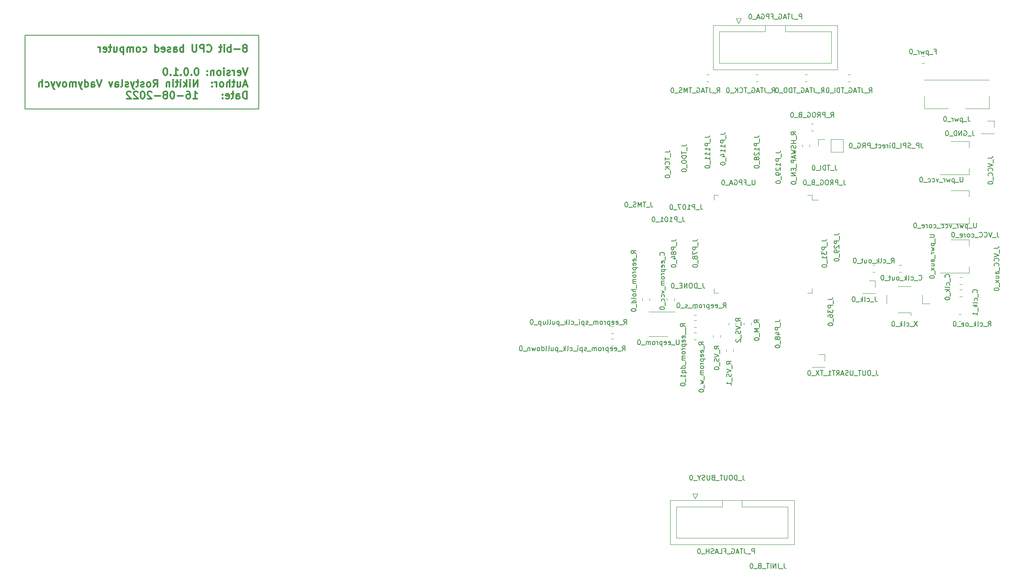
<source format=gbr>
%TF.GenerationSoftware,KiCad,Pcbnew,6.0.5-2.fc34*%
%TF.CreationDate,2022-08-16T02:23:24+03:00*%
%TF.ProjectId,spartan3,73706172-7461-46e3-932e-6b696361645f,rev?*%
%TF.SameCoordinates,Original*%
%TF.FileFunction,Legend,Bot*%
%TF.FilePolarity,Positive*%
%FSLAX46Y46*%
G04 Gerber Fmt 4.6, Leading zero omitted, Abs format (unit mm)*
G04 Created by KiCad (PCBNEW 6.0.5-2.fc34) date 2022-08-16 02:23:24*
%MOMM*%
%LPD*%
G01*
G04 APERTURE LIST*
%ADD10C,0.200000*%
%ADD11C,0.300000*%
%ADD12C,0.150000*%
%ADD13C,0.120000*%
G04 APERTURE END LIST*
D10*
X13970000Y-20320000D02*
X62230000Y-20320000D01*
X62230000Y-20320000D02*
X62230000Y-5080000D01*
X62230000Y-5080000D02*
X13970000Y-5080000D01*
X13970000Y-5080000D02*
X13970000Y-20320000D01*
D11*
X59558571Y-7691428D02*
X59701428Y-7620000D01*
X59772857Y-7548571D01*
X59844285Y-7405714D01*
X59844285Y-7334285D01*
X59772857Y-7191428D01*
X59701428Y-7120000D01*
X59558571Y-7048571D01*
X59272857Y-7048571D01*
X59130000Y-7120000D01*
X59058571Y-7191428D01*
X58987142Y-7334285D01*
X58987142Y-7405714D01*
X59058571Y-7548571D01*
X59130000Y-7620000D01*
X59272857Y-7691428D01*
X59558571Y-7691428D01*
X59701428Y-7762857D01*
X59772857Y-7834285D01*
X59844285Y-7977142D01*
X59844285Y-8262857D01*
X59772857Y-8405714D01*
X59701428Y-8477142D01*
X59558571Y-8548571D01*
X59272857Y-8548571D01*
X59130000Y-8477142D01*
X59058571Y-8405714D01*
X58987142Y-8262857D01*
X58987142Y-7977142D01*
X59058571Y-7834285D01*
X59130000Y-7762857D01*
X59272857Y-7691428D01*
X58344285Y-7977142D02*
X57201428Y-7977142D01*
X56487142Y-8548571D02*
X56487142Y-7048571D01*
X56487142Y-7620000D02*
X56344285Y-7548571D01*
X56058571Y-7548571D01*
X55915714Y-7620000D01*
X55844285Y-7691428D01*
X55772857Y-7834285D01*
X55772857Y-8262857D01*
X55844285Y-8405714D01*
X55915714Y-8477142D01*
X56058571Y-8548571D01*
X56344285Y-8548571D01*
X56487142Y-8477142D01*
X55130000Y-8548571D02*
X55130000Y-7548571D01*
X55130000Y-7048571D02*
X55201428Y-7120000D01*
X55130000Y-7191428D01*
X55058571Y-7120000D01*
X55130000Y-7048571D01*
X55130000Y-7191428D01*
X54630000Y-7548571D02*
X54058571Y-7548571D01*
X54415714Y-7048571D02*
X54415714Y-8334285D01*
X54344285Y-8477142D01*
X54201428Y-8548571D01*
X54058571Y-8548571D01*
X51558571Y-8405714D02*
X51630000Y-8477142D01*
X51844285Y-8548571D01*
X51987142Y-8548571D01*
X52201428Y-8477142D01*
X52344285Y-8334285D01*
X52415714Y-8191428D01*
X52487142Y-7905714D01*
X52487142Y-7691428D01*
X52415714Y-7405714D01*
X52344285Y-7262857D01*
X52201428Y-7120000D01*
X51987142Y-7048571D01*
X51844285Y-7048571D01*
X51630000Y-7120000D01*
X51558571Y-7191428D01*
X50915714Y-8548571D02*
X50915714Y-7048571D01*
X50344285Y-7048571D01*
X50201428Y-7120000D01*
X50130000Y-7191428D01*
X50058571Y-7334285D01*
X50058571Y-7548571D01*
X50130000Y-7691428D01*
X50201428Y-7762857D01*
X50344285Y-7834285D01*
X50915714Y-7834285D01*
X49415714Y-7048571D02*
X49415714Y-8262857D01*
X49344285Y-8405714D01*
X49272857Y-8477142D01*
X49130000Y-8548571D01*
X48844285Y-8548571D01*
X48701428Y-8477142D01*
X48630000Y-8405714D01*
X48558571Y-8262857D01*
X48558571Y-7048571D01*
X46701428Y-8548571D02*
X46701428Y-7048571D01*
X46701428Y-7620000D02*
X46558571Y-7548571D01*
X46272857Y-7548571D01*
X46130000Y-7620000D01*
X46058571Y-7691428D01*
X45987142Y-7834285D01*
X45987142Y-8262857D01*
X46058571Y-8405714D01*
X46130000Y-8477142D01*
X46272857Y-8548571D01*
X46558571Y-8548571D01*
X46701428Y-8477142D01*
X44701428Y-8548571D02*
X44701428Y-7762857D01*
X44772857Y-7620000D01*
X44915714Y-7548571D01*
X45201428Y-7548571D01*
X45344285Y-7620000D01*
X44701428Y-8477142D02*
X44844285Y-8548571D01*
X45201428Y-8548571D01*
X45344285Y-8477142D01*
X45415714Y-8334285D01*
X45415714Y-8191428D01*
X45344285Y-8048571D01*
X45201428Y-7977142D01*
X44844285Y-7977142D01*
X44701428Y-7905714D01*
X44058571Y-8477142D02*
X43915714Y-8548571D01*
X43630000Y-8548571D01*
X43487142Y-8477142D01*
X43415714Y-8334285D01*
X43415714Y-8262857D01*
X43487142Y-8120000D01*
X43630000Y-8048571D01*
X43844285Y-8048571D01*
X43987142Y-7977142D01*
X44058571Y-7834285D01*
X44058571Y-7762857D01*
X43987142Y-7620000D01*
X43844285Y-7548571D01*
X43630000Y-7548571D01*
X43487142Y-7620000D01*
X42201428Y-8477142D02*
X42344285Y-8548571D01*
X42630000Y-8548571D01*
X42772857Y-8477142D01*
X42844285Y-8334285D01*
X42844285Y-7762857D01*
X42772857Y-7620000D01*
X42630000Y-7548571D01*
X42344285Y-7548571D01*
X42201428Y-7620000D01*
X42130000Y-7762857D01*
X42130000Y-7905714D01*
X42844285Y-8048571D01*
X40844285Y-8548571D02*
X40844285Y-7048571D01*
X40844285Y-8477142D02*
X40987142Y-8548571D01*
X41272857Y-8548571D01*
X41415714Y-8477142D01*
X41487142Y-8405714D01*
X41558571Y-8262857D01*
X41558571Y-7834285D01*
X41487142Y-7691428D01*
X41415714Y-7620000D01*
X41272857Y-7548571D01*
X40987142Y-7548571D01*
X40844285Y-7620000D01*
X38344285Y-8477142D02*
X38487142Y-8548571D01*
X38772857Y-8548571D01*
X38915714Y-8477142D01*
X38987142Y-8405714D01*
X39058571Y-8262857D01*
X39058571Y-7834285D01*
X38987142Y-7691428D01*
X38915714Y-7620000D01*
X38772857Y-7548571D01*
X38487142Y-7548571D01*
X38344285Y-7620000D01*
X37487142Y-8548571D02*
X37630000Y-8477142D01*
X37701428Y-8405714D01*
X37772857Y-8262857D01*
X37772857Y-7834285D01*
X37701428Y-7691428D01*
X37630000Y-7620000D01*
X37487142Y-7548571D01*
X37272857Y-7548571D01*
X37130000Y-7620000D01*
X37058571Y-7691428D01*
X36987142Y-7834285D01*
X36987142Y-8262857D01*
X37058571Y-8405714D01*
X37130000Y-8477142D01*
X37272857Y-8548571D01*
X37487142Y-8548571D01*
X36344285Y-8548571D02*
X36344285Y-7548571D01*
X36344285Y-7691428D02*
X36272857Y-7620000D01*
X36130000Y-7548571D01*
X35915714Y-7548571D01*
X35772857Y-7620000D01*
X35701428Y-7762857D01*
X35701428Y-8548571D01*
X35701428Y-7762857D02*
X35630000Y-7620000D01*
X35487142Y-7548571D01*
X35272857Y-7548571D01*
X35130000Y-7620000D01*
X35058571Y-7762857D01*
X35058571Y-8548571D01*
X34344285Y-7548571D02*
X34344285Y-9048571D01*
X34344285Y-7620000D02*
X34201428Y-7548571D01*
X33915714Y-7548571D01*
X33772857Y-7620000D01*
X33701428Y-7691428D01*
X33630000Y-7834285D01*
X33630000Y-8262857D01*
X33701428Y-8405714D01*
X33772857Y-8477142D01*
X33915714Y-8548571D01*
X34201428Y-8548571D01*
X34344285Y-8477142D01*
X32344285Y-7548571D02*
X32344285Y-8548571D01*
X32987142Y-7548571D02*
X32987142Y-8334285D01*
X32915714Y-8477142D01*
X32772857Y-8548571D01*
X32558571Y-8548571D01*
X32415714Y-8477142D01*
X32344285Y-8405714D01*
X31844285Y-7548571D02*
X31272857Y-7548571D01*
X31630000Y-7048571D02*
X31630000Y-8334285D01*
X31558571Y-8477142D01*
X31415714Y-8548571D01*
X31272857Y-8548571D01*
X30201428Y-8477142D02*
X30344285Y-8548571D01*
X30630000Y-8548571D01*
X30772857Y-8477142D01*
X30844285Y-8334285D01*
X30844285Y-7762857D01*
X30772857Y-7620000D01*
X30630000Y-7548571D01*
X30344285Y-7548571D01*
X30201428Y-7620000D01*
X30130000Y-7762857D01*
X30130000Y-7905714D01*
X30844285Y-8048571D01*
X29487142Y-8548571D02*
X29487142Y-7548571D01*
X29487142Y-7834285D02*
X29415714Y-7691428D01*
X29344285Y-7620000D01*
X29201428Y-7548571D01*
X29058571Y-7548571D01*
X59987142Y-11878571D02*
X59487142Y-13378571D01*
X58987142Y-11878571D01*
X57915714Y-13307142D02*
X58058571Y-13378571D01*
X58344285Y-13378571D01*
X58487142Y-13307142D01*
X58558571Y-13164285D01*
X58558571Y-12592857D01*
X58487142Y-12450000D01*
X58344285Y-12378571D01*
X58058571Y-12378571D01*
X57915714Y-12450000D01*
X57844285Y-12592857D01*
X57844285Y-12735714D01*
X58558571Y-12878571D01*
X57201428Y-13378571D02*
X57201428Y-12378571D01*
X57201428Y-12664285D02*
X57130000Y-12521428D01*
X57058571Y-12450000D01*
X56915714Y-12378571D01*
X56772857Y-12378571D01*
X56344285Y-13307142D02*
X56201428Y-13378571D01*
X55915714Y-13378571D01*
X55772857Y-13307142D01*
X55701428Y-13164285D01*
X55701428Y-13092857D01*
X55772857Y-12950000D01*
X55915714Y-12878571D01*
X56130000Y-12878571D01*
X56272857Y-12807142D01*
X56344285Y-12664285D01*
X56344285Y-12592857D01*
X56272857Y-12450000D01*
X56130000Y-12378571D01*
X55915714Y-12378571D01*
X55772857Y-12450000D01*
X55058571Y-13378571D02*
X55058571Y-12378571D01*
X55058571Y-11878571D02*
X55130000Y-11950000D01*
X55058571Y-12021428D01*
X54987142Y-11950000D01*
X55058571Y-11878571D01*
X55058571Y-12021428D01*
X54130000Y-13378571D02*
X54272857Y-13307142D01*
X54344285Y-13235714D01*
X54415714Y-13092857D01*
X54415714Y-12664285D01*
X54344285Y-12521428D01*
X54272857Y-12450000D01*
X54130000Y-12378571D01*
X53915714Y-12378571D01*
X53772857Y-12450000D01*
X53701428Y-12521428D01*
X53630000Y-12664285D01*
X53630000Y-13092857D01*
X53701428Y-13235714D01*
X53772857Y-13307142D01*
X53915714Y-13378571D01*
X54130000Y-13378571D01*
X52987142Y-12378571D02*
X52987142Y-13378571D01*
X52987142Y-12521428D02*
X52915714Y-12450000D01*
X52772857Y-12378571D01*
X52558571Y-12378571D01*
X52415714Y-12450000D01*
X52344285Y-12592857D01*
X52344285Y-13378571D01*
X51630000Y-13235714D02*
X51558571Y-13307142D01*
X51630000Y-13378571D01*
X51701428Y-13307142D01*
X51630000Y-13235714D01*
X51630000Y-13378571D01*
X51630000Y-12450000D02*
X51558571Y-12521428D01*
X51630000Y-12592857D01*
X51701428Y-12521428D01*
X51630000Y-12450000D01*
X51630000Y-12592857D01*
X49487142Y-11878571D02*
X49344285Y-11878571D01*
X49201428Y-11950000D01*
X49130000Y-12021428D01*
X49058571Y-12164285D01*
X48987142Y-12450000D01*
X48987142Y-12807142D01*
X49058571Y-13092857D01*
X49130000Y-13235714D01*
X49201428Y-13307142D01*
X49344285Y-13378571D01*
X49487142Y-13378571D01*
X49630000Y-13307142D01*
X49701428Y-13235714D01*
X49772857Y-13092857D01*
X49844285Y-12807142D01*
X49844285Y-12450000D01*
X49772857Y-12164285D01*
X49701428Y-12021428D01*
X49630000Y-11950000D01*
X49487142Y-11878571D01*
X48344285Y-13235714D02*
X48272857Y-13307142D01*
X48344285Y-13378571D01*
X48415714Y-13307142D01*
X48344285Y-13235714D01*
X48344285Y-13378571D01*
X47344285Y-11878571D02*
X47201428Y-11878571D01*
X47058571Y-11950000D01*
X46987142Y-12021428D01*
X46915714Y-12164285D01*
X46844285Y-12450000D01*
X46844285Y-12807142D01*
X46915714Y-13092857D01*
X46987142Y-13235714D01*
X47058571Y-13307142D01*
X47201428Y-13378571D01*
X47344285Y-13378571D01*
X47487142Y-13307142D01*
X47558571Y-13235714D01*
X47630000Y-13092857D01*
X47701428Y-12807142D01*
X47701428Y-12450000D01*
X47630000Y-12164285D01*
X47558571Y-12021428D01*
X47487142Y-11950000D01*
X47344285Y-11878571D01*
X46201428Y-13235714D02*
X46130000Y-13307142D01*
X46201428Y-13378571D01*
X46272857Y-13307142D01*
X46201428Y-13235714D01*
X46201428Y-13378571D01*
X44701428Y-13378571D02*
X45558571Y-13378571D01*
X45130000Y-13378571D02*
X45130000Y-11878571D01*
X45272857Y-12092857D01*
X45415714Y-12235714D01*
X45558571Y-12307142D01*
X44058571Y-13235714D02*
X43987142Y-13307142D01*
X44058571Y-13378571D01*
X44130000Y-13307142D01*
X44058571Y-13235714D01*
X44058571Y-13378571D01*
X43058571Y-11878571D02*
X42915714Y-11878571D01*
X42772857Y-11950000D01*
X42701428Y-12021428D01*
X42630000Y-12164285D01*
X42558571Y-12450000D01*
X42558571Y-12807142D01*
X42630000Y-13092857D01*
X42701428Y-13235714D01*
X42772857Y-13307142D01*
X42915714Y-13378571D01*
X43058571Y-13378571D01*
X43201428Y-13307142D01*
X43272857Y-13235714D01*
X43344285Y-13092857D01*
X43415714Y-12807142D01*
X43415714Y-12450000D01*
X43344285Y-12164285D01*
X43272857Y-12021428D01*
X43201428Y-11950000D01*
X43058571Y-11878571D01*
X59844285Y-15365000D02*
X59130000Y-15365000D01*
X59987142Y-15793571D02*
X59487142Y-14293571D01*
X58987142Y-15793571D01*
X57844285Y-14793571D02*
X57844285Y-15793571D01*
X58487142Y-14793571D02*
X58487142Y-15579285D01*
X58415714Y-15722142D01*
X58272857Y-15793571D01*
X58058571Y-15793571D01*
X57915714Y-15722142D01*
X57844285Y-15650714D01*
X57344285Y-14793571D02*
X56772857Y-14793571D01*
X57130000Y-14293571D02*
X57130000Y-15579285D01*
X57058571Y-15722142D01*
X56915714Y-15793571D01*
X56772857Y-15793571D01*
X56272857Y-15793571D02*
X56272857Y-14293571D01*
X55630000Y-15793571D02*
X55630000Y-15007857D01*
X55701428Y-14865000D01*
X55844285Y-14793571D01*
X56058571Y-14793571D01*
X56201428Y-14865000D01*
X56272857Y-14936428D01*
X54701428Y-15793571D02*
X54844285Y-15722142D01*
X54915714Y-15650714D01*
X54987142Y-15507857D01*
X54987142Y-15079285D01*
X54915714Y-14936428D01*
X54844285Y-14865000D01*
X54701428Y-14793571D01*
X54487142Y-14793571D01*
X54344285Y-14865000D01*
X54272857Y-14936428D01*
X54201428Y-15079285D01*
X54201428Y-15507857D01*
X54272857Y-15650714D01*
X54344285Y-15722142D01*
X54487142Y-15793571D01*
X54701428Y-15793571D01*
X53558571Y-15793571D02*
X53558571Y-14793571D01*
X53558571Y-15079285D02*
X53487142Y-14936428D01*
X53415714Y-14865000D01*
X53272857Y-14793571D01*
X53130000Y-14793571D01*
X52630000Y-15650714D02*
X52558571Y-15722142D01*
X52630000Y-15793571D01*
X52701428Y-15722142D01*
X52630000Y-15650714D01*
X52630000Y-15793571D01*
X52630000Y-14865000D02*
X52558571Y-14936428D01*
X52630000Y-15007857D01*
X52701428Y-14936428D01*
X52630000Y-14865000D01*
X52630000Y-15007857D01*
X49630000Y-15793571D02*
X49630000Y-14293571D01*
X48772857Y-15793571D01*
X48772857Y-14293571D01*
X48058571Y-15793571D02*
X48058571Y-14793571D01*
X48058571Y-14293571D02*
X48130000Y-14365000D01*
X48058571Y-14436428D01*
X47987142Y-14365000D01*
X48058571Y-14293571D01*
X48058571Y-14436428D01*
X47344285Y-15793571D02*
X47344285Y-14293571D01*
X47201428Y-15222142D02*
X46772857Y-15793571D01*
X46772857Y-14793571D02*
X47344285Y-15365000D01*
X46130000Y-15793571D02*
X46130000Y-14793571D01*
X46130000Y-14293571D02*
X46201428Y-14365000D01*
X46130000Y-14436428D01*
X46058571Y-14365000D01*
X46130000Y-14293571D01*
X46130000Y-14436428D01*
X45630000Y-14793571D02*
X45058571Y-14793571D01*
X45415714Y-14293571D02*
X45415714Y-15579285D01*
X45344285Y-15722142D01*
X45201428Y-15793571D01*
X45058571Y-15793571D01*
X44558571Y-15793571D02*
X44558571Y-14793571D01*
X44558571Y-14293571D02*
X44630000Y-14365000D01*
X44558571Y-14436428D01*
X44487142Y-14365000D01*
X44558571Y-14293571D01*
X44558571Y-14436428D01*
X43844285Y-14793571D02*
X43844285Y-15793571D01*
X43844285Y-14936428D02*
X43772857Y-14865000D01*
X43630000Y-14793571D01*
X43415714Y-14793571D01*
X43272857Y-14865000D01*
X43201428Y-15007857D01*
X43201428Y-15793571D01*
X40487142Y-15793571D02*
X40987142Y-15079285D01*
X41344285Y-15793571D02*
X41344285Y-14293571D01*
X40772857Y-14293571D01*
X40630000Y-14365000D01*
X40558571Y-14436428D01*
X40487142Y-14579285D01*
X40487142Y-14793571D01*
X40558571Y-14936428D01*
X40630000Y-15007857D01*
X40772857Y-15079285D01*
X41344285Y-15079285D01*
X39630000Y-15793571D02*
X39772857Y-15722142D01*
X39844285Y-15650714D01*
X39915714Y-15507857D01*
X39915714Y-15079285D01*
X39844285Y-14936428D01*
X39772857Y-14865000D01*
X39630000Y-14793571D01*
X39415714Y-14793571D01*
X39272857Y-14865000D01*
X39201428Y-14936428D01*
X39130000Y-15079285D01*
X39130000Y-15507857D01*
X39201428Y-15650714D01*
X39272857Y-15722142D01*
X39415714Y-15793571D01*
X39630000Y-15793571D01*
X38558571Y-15722142D02*
X38415714Y-15793571D01*
X38130000Y-15793571D01*
X37987142Y-15722142D01*
X37915714Y-15579285D01*
X37915714Y-15507857D01*
X37987142Y-15365000D01*
X38130000Y-15293571D01*
X38344285Y-15293571D01*
X38487142Y-15222142D01*
X38558571Y-15079285D01*
X38558571Y-15007857D01*
X38487142Y-14865000D01*
X38344285Y-14793571D01*
X38130000Y-14793571D01*
X37987142Y-14865000D01*
X37487142Y-14793571D02*
X36915714Y-14793571D01*
X37272857Y-14293571D02*
X37272857Y-15579285D01*
X37201428Y-15722142D01*
X37058571Y-15793571D01*
X36915714Y-15793571D01*
X36558571Y-14793571D02*
X36201428Y-15793571D01*
X35844285Y-14793571D02*
X36201428Y-15793571D01*
X36344285Y-16150714D01*
X36415714Y-16222142D01*
X36558571Y-16293571D01*
X35344285Y-15722142D02*
X35201428Y-15793571D01*
X34915714Y-15793571D01*
X34772857Y-15722142D01*
X34701428Y-15579285D01*
X34701428Y-15507857D01*
X34772857Y-15365000D01*
X34915714Y-15293571D01*
X35130000Y-15293571D01*
X35272857Y-15222142D01*
X35344285Y-15079285D01*
X35344285Y-15007857D01*
X35272857Y-14865000D01*
X35130000Y-14793571D01*
X34915714Y-14793571D01*
X34772857Y-14865000D01*
X33844285Y-15793571D02*
X33987142Y-15722142D01*
X34058571Y-15579285D01*
X34058571Y-14293571D01*
X32630000Y-15793571D02*
X32630000Y-15007857D01*
X32701428Y-14865000D01*
X32844285Y-14793571D01*
X33130000Y-14793571D01*
X33272857Y-14865000D01*
X32630000Y-15722142D02*
X32772857Y-15793571D01*
X33130000Y-15793571D01*
X33272857Y-15722142D01*
X33344285Y-15579285D01*
X33344285Y-15436428D01*
X33272857Y-15293571D01*
X33130000Y-15222142D01*
X32772857Y-15222142D01*
X32630000Y-15150714D01*
X32058571Y-14793571D02*
X31701428Y-15793571D01*
X31344285Y-14793571D01*
X29844285Y-14293571D02*
X29344285Y-15793571D01*
X28844285Y-14293571D01*
X27701428Y-15793571D02*
X27701428Y-15007857D01*
X27772857Y-14865000D01*
X27915714Y-14793571D01*
X28201428Y-14793571D01*
X28344285Y-14865000D01*
X27701428Y-15722142D02*
X27844285Y-15793571D01*
X28201428Y-15793571D01*
X28344285Y-15722142D01*
X28415714Y-15579285D01*
X28415714Y-15436428D01*
X28344285Y-15293571D01*
X28201428Y-15222142D01*
X27844285Y-15222142D01*
X27701428Y-15150714D01*
X26344285Y-15793571D02*
X26344285Y-14293571D01*
X26344285Y-15722142D02*
X26487142Y-15793571D01*
X26772857Y-15793571D01*
X26915714Y-15722142D01*
X26987142Y-15650714D01*
X27058571Y-15507857D01*
X27058571Y-15079285D01*
X26987142Y-14936428D01*
X26915714Y-14865000D01*
X26772857Y-14793571D01*
X26487142Y-14793571D01*
X26344285Y-14865000D01*
X25772857Y-14793571D02*
X25415714Y-15793571D01*
X25058571Y-14793571D02*
X25415714Y-15793571D01*
X25558571Y-16150714D01*
X25630000Y-16222142D01*
X25772857Y-16293571D01*
X24487142Y-15793571D02*
X24487142Y-14793571D01*
X24487142Y-14936428D02*
X24415714Y-14865000D01*
X24272857Y-14793571D01*
X24058571Y-14793571D01*
X23915714Y-14865000D01*
X23844285Y-15007857D01*
X23844285Y-15793571D01*
X23844285Y-15007857D02*
X23772857Y-14865000D01*
X23630000Y-14793571D01*
X23415714Y-14793571D01*
X23272857Y-14865000D01*
X23201428Y-15007857D01*
X23201428Y-15793571D01*
X22272857Y-15793571D02*
X22415714Y-15722142D01*
X22487142Y-15650714D01*
X22558571Y-15507857D01*
X22558571Y-15079285D01*
X22487142Y-14936428D01*
X22415714Y-14865000D01*
X22272857Y-14793571D01*
X22058571Y-14793571D01*
X21915714Y-14865000D01*
X21844285Y-14936428D01*
X21772857Y-15079285D01*
X21772857Y-15507857D01*
X21844285Y-15650714D01*
X21915714Y-15722142D01*
X22058571Y-15793571D01*
X22272857Y-15793571D01*
X21272857Y-14793571D02*
X20915714Y-15793571D01*
X20558571Y-14793571D01*
X20130000Y-14793571D02*
X19772857Y-15793571D01*
X19415714Y-14793571D02*
X19772857Y-15793571D01*
X19915714Y-16150714D01*
X19987142Y-16222142D01*
X20130000Y-16293571D01*
X18201428Y-15722142D02*
X18344285Y-15793571D01*
X18630000Y-15793571D01*
X18772857Y-15722142D01*
X18844285Y-15650714D01*
X18915714Y-15507857D01*
X18915714Y-15079285D01*
X18844285Y-14936428D01*
X18772857Y-14865000D01*
X18630000Y-14793571D01*
X18344285Y-14793571D01*
X18201428Y-14865000D01*
X17558571Y-15793571D02*
X17558571Y-14293571D01*
X16915714Y-15793571D02*
X16915714Y-15007857D01*
X16987142Y-14865000D01*
X17130000Y-14793571D01*
X17344285Y-14793571D01*
X17487142Y-14865000D01*
X17558571Y-14936428D01*
X59772857Y-18208571D02*
X59772857Y-16708571D01*
X59415714Y-16708571D01*
X59201428Y-16780000D01*
X59058571Y-16922857D01*
X58987142Y-17065714D01*
X58915714Y-17351428D01*
X58915714Y-17565714D01*
X58987142Y-17851428D01*
X59058571Y-17994285D01*
X59201428Y-18137142D01*
X59415714Y-18208571D01*
X59772857Y-18208571D01*
X57630000Y-18208571D02*
X57630000Y-17422857D01*
X57701428Y-17280000D01*
X57844285Y-17208571D01*
X58130000Y-17208571D01*
X58272857Y-17280000D01*
X57630000Y-18137142D02*
X57772857Y-18208571D01*
X58130000Y-18208571D01*
X58272857Y-18137142D01*
X58344285Y-17994285D01*
X58344285Y-17851428D01*
X58272857Y-17708571D01*
X58130000Y-17637142D01*
X57772857Y-17637142D01*
X57630000Y-17565714D01*
X57130000Y-17208571D02*
X56558571Y-17208571D01*
X56915714Y-16708571D02*
X56915714Y-17994285D01*
X56844285Y-18137142D01*
X56701428Y-18208571D01*
X56558571Y-18208571D01*
X55487142Y-18137142D02*
X55629999Y-18208571D01*
X55915714Y-18208571D01*
X56058571Y-18137142D01*
X56129999Y-17994285D01*
X56129999Y-17422857D01*
X56058571Y-17280000D01*
X55915714Y-17208571D01*
X55629999Y-17208571D01*
X55487142Y-17280000D01*
X55415714Y-17422857D01*
X55415714Y-17565714D01*
X56129999Y-17708571D01*
X54772857Y-18065714D02*
X54701428Y-18137142D01*
X54772857Y-18208571D01*
X54844285Y-18137142D01*
X54772857Y-18065714D01*
X54772857Y-18208571D01*
X54772857Y-17280000D02*
X54701428Y-17351428D01*
X54772857Y-17422857D01*
X54844285Y-17351428D01*
X54772857Y-17280000D01*
X54772857Y-17422857D01*
X48701428Y-18208571D02*
X49558571Y-18208571D01*
X49130000Y-18208571D02*
X49130000Y-16708571D01*
X49272857Y-16922857D01*
X49415714Y-17065714D01*
X49558571Y-17137142D01*
X47415714Y-16708571D02*
X47701428Y-16708571D01*
X47844285Y-16780000D01*
X47915714Y-16851428D01*
X48058571Y-17065714D01*
X48130000Y-17351428D01*
X48130000Y-17922857D01*
X48058571Y-18065714D01*
X47987142Y-18137142D01*
X47844285Y-18208571D01*
X47558571Y-18208571D01*
X47415714Y-18137142D01*
X47344285Y-18065714D01*
X47272857Y-17922857D01*
X47272857Y-17565714D01*
X47344285Y-17422857D01*
X47415714Y-17351428D01*
X47558571Y-17280000D01*
X47844285Y-17280000D01*
X47987142Y-17351428D01*
X48058571Y-17422857D01*
X48130000Y-17565714D01*
X46630000Y-17637142D02*
X45487142Y-17637142D01*
X44487142Y-16708571D02*
X44344285Y-16708571D01*
X44201428Y-16780000D01*
X44130000Y-16851428D01*
X44058571Y-16994285D01*
X43987142Y-17280000D01*
X43987142Y-17637142D01*
X44058571Y-17922857D01*
X44130000Y-18065714D01*
X44201428Y-18137142D01*
X44344285Y-18208571D01*
X44487142Y-18208571D01*
X44630000Y-18137142D01*
X44701428Y-18065714D01*
X44772857Y-17922857D01*
X44844285Y-17637142D01*
X44844285Y-17280000D01*
X44772857Y-16994285D01*
X44701428Y-16851428D01*
X44630000Y-16780000D01*
X44487142Y-16708571D01*
X43130000Y-17351428D02*
X43272857Y-17280000D01*
X43344285Y-17208571D01*
X43415714Y-17065714D01*
X43415714Y-16994285D01*
X43344285Y-16851428D01*
X43272857Y-16780000D01*
X43130000Y-16708571D01*
X42844285Y-16708571D01*
X42701428Y-16780000D01*
X42630000Y-16851428D01*
X42558571Y-16994285D01*
X42558571Y-17065714D01*
X42630000Y-17208571D01*
X42701428Y-17280000D01*
X42844285Y-17351428D01*
X43130000Y-17351428D01*
X43272857Y-17422857D01*
X43344285Y-17494285D01*
X43415714Y-17637142D01*
X43415714Y-17922857D01*
X43344285Y-18065714D01*
X43272857Y-18137142D01*
X43130000Y-18208571D01*
X42844285Y-18208571D01*
X42701428Y-18137142D01*
X42630000Y-18065714D01*
X42558571Y-17922857D01*
X42558571Y-17637142D01*
X42630000Y-17494285D01*
X42701428Y-17422857D01*
X42844285Y-17351428D01*
X41915714Y-17637142D02*
X40772857Y-17637142D01*
X40130000Y-16851428D02*
X40058571Y-16780000D01*
X39915714Y-16708571D01*
X39558571Y-16708571D01*
X39415714Y-16780000D01*
X39344285Y-16851428D01*
X39272857Y-16994285D01*
X39272857Y-17137142D01*
X39344285Y-17351428D01*
X40201428Y-18208571D01*
X39272857Y-18208571D01*
X38344285Y-16708571D02*
X38201428Y-16708571D01*
X38058571Y-16780000D01*
X37987142Y-16851428D01*
X37915714Y-16994285D01*
X37844285Y-17280000D01*
X37844285Y-17637142D01*
X37915714Y-17922857D01*
X37987142Y-18065714D01*
X38058571Y-18137142D01*
X38201428Y-18208571D01*
X38344285Y-18208571D01*
X38487142Y-18137142D01*
X38558571Y-18065714D01*
X38630000Y-17922857D01*
X38701428Y-17637142D01*
X38701428Y-17280000D01*
X38630000Y-16994285D01*
X38558571Y-16851428D01*
X38487142Y-16780000D01*
X38344285Y-16708571D01*
X37272857Y-16851428D02*
X37201428Y-16780000D01*
X37058571Y-16708571D01*
X36701428Y-16708571D01*
X36558571Y-16780000D01*
X36487142Y-16851428D01*
X36415714Y-16994285D01*
X36415714Y-17137142D01*
X36487142Y-17351428D01*
X37344285Y-18208571D01*
X36415714Y-18208571D01*
X35844285Y-16851428D02*
X35772857Y-16780000D01*
X35630000Y-16708571D01*
X35272857Y-16708571D01*
X35130000Y-16780000D01*
X35058571Y-16851428D01*
X34987142Y-16994285D01*
X34987142Y-17137142D01*
X35058571Y-17351428D01*
X35915714Y-18208571D01*
X34987142Y-18208571D01*
D12*
%TO.C,U_eeprom_0*%
X149041904Y-68032380D02*
X149041904Y-68841904D01*
X148994285Y-68937142D01*
X148946666Y-68984761D01*
X148851428Y-69032380D01*
X148660952Y-69032380D01*
X148565714Y-68984761D01*
X148518095Y-68937142D01*
X148470476Y-68841904D01*
X148470476Y-68032380D01*
X148232380Y-69127619D02*
X147470476Y-69127619D01*
X146851428Y-68984761D02*
X146946666Y-69032380D01*
X147137142Y-69032380D01*
X147232380Y-68984761D01*
X147280000Y-68889523D01*
X147280000Y-68508571D01*
X147232380Y-68413333D01*
X147137142Y-68365714D01*
X146946666Y-68365714D01*
X146851428Y-68413333D01*
X146803809Y-68508571D01*
X146803809Y-68603809D01*
X147280000Y-68699047D01*
X145994285Y-68984761D02*
X146089523Y-69032380D01*
X146280000Y-69032380D01*
X146375238Y-68984761D01*
X146422857Y-68889523D01*
X146422857Y-68508571D01*
X146375238Y-68413333D01*
X146280000Y-68365714D01*
X146089523Y-68365714D01*
X145994285Y-68413333D01*
X145946666Y-68508571D01*
X145946666Y-68603809D01*
X146422857Y-68699047D01*
X145518095Y-68365714D02*
X145518095Y-69365714D01*
X145518095Y-68413333D02*
X145422857Y-68365714D01*
X145232380Y-68365714D01*
X145137142Y-68413333D01*
X145089523Y-68460952D01*
X145041904Y-68556190D01*
X145041904Y-68841904D01*
X145089523Y-68937142D01*
X145137142Y-68984761D01*
X145232380Y-69032380D01*
X145422857Y-69032380D01*
X145518095Y-68984761D01*
X144613333Y-69032380D02*
X144613333Y-68365714D01*
X144613333Y-68556190D02*
X144565714Y-68460952D01*
X144518095Y-68413333D01*
X144422857Y-68365714D01*
X144327619Y-68365714D01*
X143851428Y-69032380D02*
X143946666Y-68984761D01*
X143994285Y-68937142D01*
X144041904Y-68841904D01*
X144041904Y-68556190D01*
X143994285Y-68460952D01*
X143946666Y-68413333D01*
X143851428Y-68365714D01*
X143708571Y-68365714D01*
X143613333Y-68413333D01*
X143565714Y-68460952D01*
X143518095Y-68556190D01*
X143518095Y-68841904D01*
X143565714Y-68937142D01*
X143613333Y-68984761D01*
X143708571Y-69032380D01*
X143851428Y-69032380D01*
X143089523Y-69032380D02*
X143089523Y-68365714D01*
X143089523Y-68460952D02*
X143041904Y-68413333D01*
X142946666Y-68365714D01*
X142803809Y-68365714D01*
X142708571Y-68413333D01*
X142660952Y-68508571D01*
X142660952Y-69032380D01*
X142660952Y-68508571D02*
X142613333Y-68413333D01*
X142518095Y-68365714D01*
X142375238Y-68365714D01*
X142280000Y-68413333D01*
X142232380Y-68508571D01*
X142232380Y-69032380D01*
X141994285Y-69127619D02*
X141232380Y-69127619D01*
X140803809Y-68032380D02*
X140708571Y-68032380D01*
X140613333Y-68080000D01*
X140565714Y-68127619D01*
X140518095Y-68222857D01*
X140470476Y-68413333D01*
X140470476Y-68651428D01*
X140518095Y-68841904D01*
X140565714Y-68937142D01*
X140613333Y-68984761D01*
X140708571Y-69032380D01*
X140803809Y-69032380D01*
X140899047Y-68984761D01*
X140946666Y-68937142D01*
X140994285Y-68841904D01*
X141041904Y-68651428D01*
X141041904Y-68413333D01*
X140994285Y-68222857D01*
X140946666Y-68127619D01*
X140899047Y-68080000D01*
X140803809Y-68032380D01*
%TO.C,C_clk_0*%
X204827142Y-55126190D02*
X204874761Y-55078571D01*
X204922380Y-54935714D01*
X204922380Y-54840476D01*
X204874761Y-54697619D01*
X204779523Y-54602380D01*
X204684285Y-54554761D01*
X204493809Y-54507142D01*
X204350952Y-54507142D01*
X204160476Y-54554761D01*
X204065238Y-54602380D01*
X203970000Y-54697619D01*
X203922380Y-54840476D01*
X203922380Y-54935714D01*
X203970000Y-55078571D01*
X204017619Y-55126190D01*
X205017619Y-55316666D02*
X205017619Y-56078571D01*
X204874761Y-56745238D02*
X204922380Y-56650000D01*
X204922380Y-56459523D01*
X204874761Y-56364285D01*
X204827142Y-56316666D01*
X204731904Y-56269047D01*
X204446190Y-56269047D01*
X204350952Y-56316666D01*
X204303333Y-56364285D01*
X204255714Y-56459523D01*
X204255714Y-56650000D01*
X204303333Y-56745238D01*
X204922380Y-57316666D02*
X204874761Y-57221428D01*
X204779523Y-57173809D01*
X203922380Y-57173809D01*
X204922380Y-57697619D02*
X203922380Y-57697619D01*
X204541428Y-57792857D02*
X204922380Y-58078571D01*
X204255714Y-58078571D02*
X204636666Y-57697619D01*
X205017619Y-58269047D02*
X205017619Y-59030952D01*
X203922380Y-59459523D02*
X203922380Y-59554761D01*
X203970000Y-59650000D01*
X204017619Y-59697619D01*
X204112857Y-59745238D01*
X204303333Y-59792857D01*
X204541428Y-59792857D01*
X204731904Y-59745238D01*
X204827142Y-59697619D01*
X204874761Y-59650000D01*
X204922380Y-59554761D01*
X204922380Y-59459523D01*
X204874761Y-59364285D01*
X204827142Y-59316666D01*
X204731904Y-59269047D01*
X204541428Y-59221428D01*
X204303333Y-59221428D01*
X204112857Y-59269047D01*
X204017619Y-59316666D01*
X203970000Y-59364285D01*
X203922380Y-59459523D01*
%TO.C,U_pwr_vcc_0*%
X207628571Y-34432380D02*
X207628571Y-35241904D01*
X207580952Y-35337142D01*
X207533333Y-35384761D01*
X207438095Y-35432380D01*
X207247619Y-35432380D01*
X207152380Y-35384761D01*
X207104761Y-35337142D01*
X207057142Y-35241904D01*
X207057142Y-34432380D01*
X206819047Y-35527619D02*
X206057142Y-35527619D01*
X205819047Y-34765714D02*
X205819047Y-35765714D01*
X205819047Y-34813333D02*
X205723809Y-34765714D01*
X205533333Y-34765714D01*
X205438095Y-34813333D01*
X205390476Y-34860952D01*
X205342857Y-34956190D01*
X205342857Y-35241904D01*
X205390476Y-35337142D01*
X205438095Y-35384761D01*
X205533333Y-35432380D01*
X205723809Y-35432380D01*
X205819047Y-35384761D01*
X205009523Y-34765714D02*
X204819047Y-35432380D01*
X204628571Y-34956190D01*
X204438095Y-35432380D01*
X204247619Y-34765714D01*
X203866666Y-35432380D02*
X203866666Y-34765714D01*
X203866666Y-34956190D02*
X203819047Y-34860952D01*
X203771428Y-34813333D01*
X203676190Y-34765714D01*
X203580952Y-34765714D01*
X203485714Y-35527619D02*
X202723809Y-35527619D01*
X202580952Y-34765714D02*
X202342857Y-35432380D01*
X202104761Y-34765714D01*
X201295238Y-35384761D02*
X201390476Y-35432380D01*
X201580952Y-35432380D01*
X201676190Y-35384761D01*
X201723809Y-35337142D01*
X201771428Y-35241904D01*
X201771428Y-34956190D01*
X201723809Y-34860952D01*
X201676190Y-34813333D01*
X201580952Y-34765714D01*
X201390476Y-34765714D01*
X201295238Y-34813333D01*
X200438095Y-35384761D02*
X200533333Y-35432380D01*
X200723809Y-35432380D01*
X200819047Y-35384761D01*
X200866666Y-35337142D01*
X200914285Y-35241904D01*
X200914285Y-34956190D01*
X200866666Y-34860952D01*
X200819047Y-34813333D01*
X200723809Y-34765714D01*
X200533333Y-34765714D01*
X200438095Y-34813333D01*
X200247619Y-35527619D02*
X199485714Y-35527619D01*
X199057142Y-34432380D02*
X198961904Y-34432380D01*
X198866666Y-34480000D01*
X198819047Y-34527619D01*
X198771428Y-34622857D01*
X198723809Y-34813333D01*
X198723809Y-35051428D01*
X198771428Y-35241904D01*
X198819047Y-35337142D01*
X198866666Y-35384761D01*
X198961904Y-35432380D01*
X199057142Y-35432380D01*
X199152380Y-35384761D01*
X199200000Y-35337142D01*
X199247619Y-35241904D01*
X199295238Y-35051428D01*
X199295238Y-34813333D01*
X199247619Y-34622857D01*
X199200000Y-34527619D01*
X199152380Y-34480000D01*
X199057142Y-34432380D01*
%TO.C,J_P128_0*%
X164552380Y-26186190D02*
X165266666Y-26186190D01*
X165409523Y-26138571D01*
X165504761Y-26043333D01*
X165552380Y-25900476D01*
X165552380Y-25805238D01*
X165647619Y-26424285D02*
X165647619Y-27186190D01*
X165552380Y-27424285D02*
X164552380Y-27424285D01*
X164552380Y-27805238D01*
X164600000Y-27900476D01*
X164647619Y-27948095D01*
X164742857Y-27995714D01*
X164885714Y-27995714D01*
X164980952Y-27948095D01*
X165028571Y-27900476D01*
X165076190Y-27805238D01*
X165076190Y-27424285D01*
X165552380Y-28948095D02*
X165552380Y-28376666D01*
X165552380Y-28662380D02*
X164552380Y-28662380D01*
X164695238Y-28567142D01*
X164790476Y-28471904D01*
X164838095Y-28376666D01*
X164647619Y-29329047D02*
X164600000Y-29376666D01*
X164552380Y-29471904D01*
X164552380Y-29710000D01*
X164600000Y-29805238D01*
X164647619Y-29852857D01*
X164742857Y-29900476D01*
X164838095Y-29900476D01*
X164980952Y-29852857D01*
X165552380Y-29281428D01*
X165552380Y-29900476D01*
X164980952Y-30471904D02*
X164933333Y-30376666D01*
X164885714Y-30329047D01*
X164790476Y-30281428D01*
X164742857Y-30281428D01*
X164647619Y-30329047D01*
X164600000Y-30376666D01*
X164552380Y-30471904D01*
X164552380Y-30662380D01*
X164600000Y-30757619D01*
X164647619Y-30805238D01*
X164742857Y-30852857D01*
X164790476Y-30852857D01*
X164885714Y-30805238D01*
X164933333Y-30757619D01*
X164980952Y-30662380D01*
X164980952Y-30471904D01*
X165028571Y-30376666D01*
X165076190Y-30329047D01*
X165171428Y-30281428D01*
X165361904Y-30281428D01*
X165457142Y-30329047D01*
X165504761Y-30376666D01*
X165552380Y-30471904D01*
X165552380Y-30662380D01*
X165504761Y-30757619D01*
X165457142Y-30805238D01*
X165361904Y-30852857D01*
X165171428Y-30852857D01*
X165076190Y-30805238D01*
X165028571Y-30757619D01*
X164980952Y-30662380D01*
X165647619Y-31043333D02*
X165647619Y-31805238D01*
X164552380Y-32233809D02*
X164552380Y-32329047D01*
X164600000Y-32424285D01*
X164647619Y-32471904D01*
X164742857Y-32519523D01*
X164933333Y-32567142D01*
X165171428Y-32567142D01*
X165361904Y-32519523D01*
X165457142Y-32471904D01*
X165504761Y-32424285D01*
X165552380Y-32329047D01*
X165552380Y-32233809D01*
X165504761Y-32138571D01*
X165457142Y-32090952D01*
X165361904Y-32043333D01*
X165171428Y-31995714D01*
X164933333Y-31995714D01*
X164742857Y-32043333D01*
X164647619Y-32090952D01*
X164600000Y-32138571D01*
X164552380Y-32233809D01*
%TO.C,R__eeprom_dq1_0*%
X150312380Y-65310476D02*
X149836190Y-64977142D01*
X150312380Y-64739047D02*
X149312380Y-64739047D01*
X149312380Y-65120000D01*
X149360000Y-65215238D01*
X149407619Y-65262857D01*
X149502857Y-65310476D01*
X149645714Y-65310476D01*
X149740952Y-65262857D01*
X149788571Y-65215238D01*
X149836190Y-65120000D01*
X149836190Y-64739047D01*
X150407619Y-65500952D02*
X150407619Y-66262857D01*
X150407619Y-66262857D02*
X150407619Y-67024761D01*
X150264761Y-67643809D02*
X150312380Y-67548571D01*
X150312380Y-67358095D01*
X150264761Y-67262857D01*
X150169523Y-67215238D01*
X149788571Y-67215238D01*
X149693333Y-67262857D01*
X149645714Y-67358095D01*
X149645714Y-67548571D01*
X149693333Y-67643809D01*
X149788571Y-67691428D01*
X149883809Y-67691428D01*
X149979047Y-67215238D01*
X150264761Y-68500952D02*
X150312380Y-68405714D01*
X150312380Y-68215238D01*
X150264761Y-68120000D01*
X150169523Y-68072380D01*
X149788571Y-68072380D01*
X149693333Y-68120000D01*
X149645714Y-68215238D01*
X149645714Y-68405714D01*
X149693333Y-68500952D01*
X149788571Y-68548571D01*
X149883809Y-68548571D01*
X149979047Y-68072380D01*
X149645714Y-68977142D02*
X150645714Y-68977142D01*
X149693333Y-68977142D02*
X149645714Y-69072380D01*
X149645714Y-69262857D01*
X149693333Y-69358095D01*
X149740952Y-69405714D01*
X149836190Y-69453333D01*
X150121904Y-69453333D01*
X150217142Y-69405714D01*
X150264761Y-69358095D01*
X150312380Y-69262857D01*
X150312380Y-69072380D01*
X150264761Y-68977142D01*
X150312380Y-69881904D02*
X149645714Y-69881904D01*
X149836190Y-69881904D02*
X149740952Y-69929523D01*
X149693333Y-69977142D01*
X149645714Y-70072380D01*
X149645714Y-70167619D01*
X150312380Y-70643809D02*
X150264761Y-70548571D01*
X150217142Y-70500952D01*
X150121904Y-70453333D01*
X149836190Y-70453333D01*
X149740952Y-70500952D01*
X149693333Y-70548571D01*
X149645714Y-70643809D01*
X149645714Y-70786666D01*
X149693333Y-70881904D01*
X149740952Y-70929523D01*
X149836190Y-70977142D01*
X150121904Y-70977142D01*
X150217142Y-70929523D01*
X150264761Y-70881904D01*
X150312380Y-70786666D01*
X150312380Y-70643809D01*
X150312380Y-71405714D02*
X149645714Y-71405714D01*
X149740952Y-71405714D02*
X149693333Y-71453333D01*
X149645714Y-71548571D01*
X149645714Y-71691428D01*
X149693333Y-71786666D01*
X149788571Y-71834285D01*
X150312380Y-71834285D01*
X149788571Y-71834285D02*
X149693333Y-71881904D01*
X149645714Y-71977142D01*
X149645714Y-72120000D01*
X149693333Y-72215238D01*
X149788571Y-72262857D01*
X150312380Y-72262857D01*
X150407619Y-72500952D02*
X150407619Y-73262857D01*
X150312380Y-73929523D02*
X149312380Y-73929523D01*
X150264761Y-73929523D02*
X150312380Y-73834285D01*
X150312380Y-73643809D01*
X150264761Y-73548571D01*
X150217142Y-73500952D01*
X150121904Y-73453333D01*
X149836190Y-73453333D01*
X149740952Y-73500952D01*
X149693333Y-73548571D01*
X149645714Y-73643809D01*
X149645714Y-73834285D01*
X149693333Y-73929523D01*
X149645714Y-74834285D02*
X150645714Y-74834285D01*
X150264761Y-74834285D02*
X150312380Y-74739047D01*
X150312380Y-74548571D01*
X150264761Y-74453333D01*
X150217142Y-74405714D01*
X150121904Y-74358095D01*
X149836190Y-74358095D01*
X149740952Y-74405714D01*
X149693333Y-74453333D01*
X149645714Y-74548571D01*
X149645714Y-74739047D01*
X149693333Y-74834285D01*
X150312380Y-75834285D02*
X150312380Y-75262857D01*
X150312380Y-75548571D02*
X149312380Y-75548571D01*
X149455238Y-75453333D01*
X149550476Y-75358095D01*
X149598095Y-75262857D01*
X150407619Y-76024761D02*
X150407619Y-76786666D01*
X149312380Y-77215238D02*
X149312380Y-77310476D01*
X149360000Y-77405714D01*
X149407619Y-77453333D01*
X149502857Y-77500952D01*
X149693333Y-77548571D01*
X149931428Y-77548571D01*
X150121904Y-77500952D01*
X150217142Y-77453333D01*
X150264761Y-77405714D01*
X150312380Y-77310476D01*
X150312380Y-77215238D01*
X150264761Y-77120000D01*
X150217142Y-77072380D01*
X150121904Y-77024761D01*
X149931428Y-76977142D01*
X149693333Y-76977142D01*
X149502857Y-77024761D01*
X149407619Y-77072380D01*
X149360000Y-77120000D01*
X149312380Y-77215238D01*
%TO.C,U_FPGA_0*%
X164670952Y-35012380D02*
X164670952Y-35821904D01*
X164623333Y-35917142D01*
X164575714Y-35964761D01*
X164480476Y-36012380D01*
X164290000Y-36012380D01*
X164194761Y-35964761D01*
X164147142Y-35917142D01*
X164099523Y-35821904D01*
X164099523Y-35012380D01*
X163861428Y-36107619D02*
X163099523Y-36107619D01*
X162528095Y-35488571D02*
X162861428Y-35488571D01*
X162861428Y-36012380D02*
X162861428Y-35012380D01*
X162385238Y-35012380D01*
X162004285Y-36012380D02*
X162004285Y-35012380D01*
X161623333Y-35012380D01*
X161528095Y-35060000D01*
X161480476Y-35107619D01*
X161432857Y-35202857D01*
X161432857Y-35345714D01*
X161480476Y-35440952D01*
X161528095Y-35488571D01*
X161623333Y-35536190D01*
X162004285Y-35536190D01*
X160480476Y-35060000D02*
X160575714Y-35012380D01*
X160718571Y-35012380D01*
X160861428Y-35060000D01*
X160956666Y-35155238D01*
X161004285Y-35250476D01*
X161051904Y-35440952D01*
X161051904Y-35583809D01*
X161004285Y-35774285D01*
X160956666Y-35869523D01*
X160861428Y-35964761D01*
X160718571Y-36012380D01*
X160623333Y-36012380D01*
X160480476Y-35964761D01*
X160432857Y-35917142D01*
X160432857Y-35583809D01*
X160623333Y-35583809D01*
X160051904Y-35726666D02*
X159575714Y-35726666D01*
X160147142Y-36012380D02*
X159813809Y-35012380D01*
X159480476Y-36012380D01*
X159385238Y-36107619D02*
X158623333Y-36107619D01*
X158194761Y-35012380D02*
X158099523Y-35012380D01*
X158004285Y-35060000D01*
X157956666Y-35107619D01*
X157909047Y-35202857D01*
X157861428Y-35393333D01*
X157861428Y-35631428D01*
X157909047Y-35821904D01*
X157956666Y-35917142D01*
X158004285Y-35964761D01*
X158099523Y-36012380D01*
X158194761Y-36012380D01*
X158290000Y-35964761D01*
X158337619Y-35917142D01*
X158385238Y-35821904D01*
X158432857Y-35631428D01*
X158432857Y-35393333D01*
X158385238Y-35202857D01*
X158337619Y-35107619D01*
X158290000Y-35060000D01*
X158194761Y-35012380D01*
%TO.C,R_M_0*%
X165552380Y-64540000D02*
X165076190Y-64206666D01*
X165552380Y-63968571D02*
X164552380Y-63968571D01*
X164552380Y-64349523D01*
X164600000Y-64444761D01*
X164647619Y-64492380D01*
X164742857Y-64540000D01*
X164885714Y-64540000D01*
X164980952Y-64492380D01*
X165028571Y-64444761D01*
X165076190Y-64349523D01*
X165076190Y-63968571D01*
X165647619Y-64730476D02*
X165647619Y-65492380D01*
X165552380Y-65730476D02*
X164552380Y-65730476D01*
X165266666Y-66063809D01*
X164552380Y-66397142D01*
X165552380Y-66397142D01*
X165647619Y-66635238D02*
X165647619Y-67397142D01*
X164552380Y-67825714D02*
X164552380Y-67920952D01*
X164600000Y-68016190D01*
X164647619Y-68063809D01*
X164742857Y-68111428D01*
X164933333Y-68159047D01*
X165171428Y-68159047D01*
X165361904Y-68111428D01*
X165457142Y-68063809D01*
X165504761Y-68016190D01*
X165552380Y-67920952D01*
X165552380Y-67825714D01*
X165504761Y-67730476D01*
X165457142Y-67682857D01*
X165361904Y-67635238D01*
X165171428Y-67587619D01*
X164933333Y-67587619D01*
X164742857Y-67635238D01*
X164647619Y-67682857D01*
X164600000Y-67730476D01*
X164552380Y-67825714D01*
%TO.C,C_clk_out_0*%
X198540238Y-55602142D02*
X198587857Y-55649761D01*
X198730714Y-55697380D01*
X198825952Y-55697380D01*
X198968809Y-55649761D01*
X199064047Y-55554523D01*
X199111666Y-55459285D01*
X199159285Y-55268809D01*
X199159285Y-55125952D01*
X199111666Y-54935476D01*
X199064047Y-54840238D01*
X198968809Y-54745000D01*
X198825952Y-54697380D01*
X198730714Y-54697380D01*
X198587857Y-54745000D01*
X198540238Y-54792619D01*
X198349761Y-55792619D02*
X197587857Y-55792619D01*
X196921190Y-55649761D02*
X197016428Y-55697380D01*
X197206904Y-55697380D01*
X197302142Y-55649761D01*
X197349761Y-55602142D01*
X197397380Y-55506904D01*
X197397380Y-55221190D01*
X197349761Y-55125952D01*
X197302142Y-55078333D01*
X197206904Y-55030714D01*
X197016428Y-55030714D01*
X196921190Y-55078333D01*
X196349761Y-55697380D02*
X196445000Y-55649761D01*
X196492619Y-55554523D01*
X196492619Y-54697380D01*
X195968809Y-55697380D02*
X195968809Y-54697380D01*
X195873571Y-55316428D02*
X195587857Y-55697380D01*
X195587857Y-55030714D02*
X195968809Y-55411666D01*
X195397380Y-55792619D02*
X194635476Y-55792619D01*
X194254523Y-55697380D02*
X194349761Y-55649761D01*
X194397380Y-55602142D01*
X194445000Y-55506904D01*
X194445000Y-55221190D01*
X194397380Y-55125952D01*
X194349761Y-55078333D01*
X194254523Y-55030714D01*
X194111666Y-55030714D01*
X194016428Y-55078333D01*
X193968809Y-55125952D01*
X193921190Y-55221190D01*
X193921190Y-55506904D01*
X193968809Y-55602142D01*
X194016428Y-55649761D01*
X194111666Y-55697380D01*
X194254523Y-55697380D01*
X193064047Y-55030714D02*
X193064047Y-55697380D01*
X193492619Y-55030714D02*
X193492619Y-55554523D01*
X193445000Y-55649761D01*
X193349761Y-55697380D01*
X193206904Y-55697380D01*
X193111666Y-55649761D01*
X193064047Y-55602142D01*
X192730714Y-55030714D02*
X192349761Y-55030714D01*
X192587857Y-54697380D02*
X192587857Y-55554523D01*
X192540238Y-55649761D01*
X192445000Y-55697380D01*
X192349761Y-55697380D01*
X192254523Y-55792619D02*
X191492619Y-55792619D01*
X191064047Y-54697380D02*
X190968809Y-54697380D01*
X190873571Y-54745000D01*
X190825952Y-54792619D01*
X190778333Y-54887857D01*
X190730714Y-55078333D01*
X190730714Y-55316428D01*
X190778333Y-55506904D01*
X190825952Y-55602142D01*
X190873571Y-55649761D01*
X190968809Y-55697380D01*
X191064047Y-55697380D01*
X191159285Y-55649761D01*
X191206904Y-55602142D01*
X191254523Y-55506904D01*
X191302142Y-55316428D01*
X191302142Y-55078333D01*
X191254523Y-54887857D01*
X191206904Y-54792619D01*
X191159285Y-54745000D01*
X191064047Y-54697380D01*
%TO.C,R_JTAG_TMS_0*%
X156828571Y-16962380D02*
X157161904Y-16486190D01*
X157400000Y-16962380D02*
X157400000Y-15962380D01*
X157019047Y-15962380D01*
X156923809Y-16010000D01*
X156876190Y-16057619D01*
X156828571Y-16152857D01*
X156828571Y-16295714D01*
X156876190Y-16390952D01*
X156923809Y-16438571D01*
X157019047Y-16486190D01*
X157400000Y-16486190D01*
X156638095Y-17057619D02*
X155876190Y-17057619D01*
X155352380Y-15962380D02*
X155352380Y-16676666D01*
X155400000Y-16819523D01*
X155495238Y-16914761D01*
X155638095Y-16962380D01*
X155733333Y-16962380D01*
X155019047Y-15962380D02*
X154447619Y-15962380D01*
X154733333Y-16962380D02*
X154733333Y-15962380D01*
X154161904Y-16676666D02*
X153685714Y-16676666D01*
X154257142Y-16962380D02*
X153923809Y-15962380D01*
X153590476Y-16962380D01*
X152733333Y-16010000D02*
X152828571Y-15962380D01*
X152971428Y-15962380D01*
X153114285Y-16010000D01*
X153209523Y-16105238D01*
X153257142Y-16200476D01*
X153304761Y-16390952D01*
X153304761Y-16533809D01*
X153257142Y-16724285D01*
X153209523Y-16819523D01*
X153114285Y-16914761D01*
X152971428Y-16962380D01*
X152876190Y-16962380D01*
X152733333Y-16914761D01*
X152685714Y-16867142D01*
X152685714Y-16533809D01*
X152876190Y-16533809D01*
X152495238Y-17057619D02*
X151733333Y-17057619D01*
X151638095Y-15962380D02*
X151066666Y-15962380D01*
X151352380Y-16962380D02*
X151352380Y-15962380D01*
X150733333Y-16962380D02*
X150733333Y-15962380D01*
X150400000Y-16676666D01*
X150066666Y-15962380D01*
X150066666Y-16962380D01*
X149638095Y-16914761D02*
X149495238Y-16962380D01*
X149257142Y-16962380D01*
X149161904Y-16914761D01*
X149114285Y-16867142D01*
X149066666Y-16771904D01*
X149066666Y-16676666D01*
X149114285Y-16581428D01*
X149161904Y-16533809D01*
X149257142Y-16486190D01*
X149447619Y-16438571D01*
X149542857Y-16390952D01*
X149590476Y-16343333D01*
X149638095Y-16248095D01*
X149638095Y-16152857D01*
X149590476Y-16057619D01*
X149542857Y-16010000D01*
X149447619Y-15962380D01*
X149209523Y-15962380D01*
X149066666Y-16010000D01*
X148876190Y-17057619D02*
X148114285Y-17057619D01*
X147685714Y-15962380D02*
X147590476Y-15962380D01*
X147495238Y-16010000D01*
X147447619Y-16057619D01*
X147400000Y-16152857D01*
X147352380Y-16343333D01*
X147352380Y-16581428D01*
X147400000Y-16771904D01*
X147447619Y-16867142D01*
X147495238Y-16914761D01*
X147590476Y-16962380D01*
X147685714Y-16962380D01*
X147780952Y-16914761D01*
X147828571Y-16867142D01*
X147876190Y-16771904D01*
X147923809Y-16581428D01*
X147923809Y-16343333D01*
X147876190Y-16152857D01*
X147828571Y-16057619D01*
X147780952Y-16010000D01*
X147685714Y-15962380D01*
%TO.C,J_TDO_0*%
X149566380Y-27980000D02*
X150280666Y-27980000D01*
X150423523Y-27932380D01*
X150518761Y-27837142D01*
X150566380Y-27694285D01*
X150566380Y-27599047D01*
X150661619Y-28218095D02*
X150661619Y-28980000D01*
X149566380Y-29075238D02*
X149566380Y-29646666D01*
X150566380Y-29360952D02*
X149566380Y-29360952D01*
X150566380Y-29980000D02*
X149566380Y-29980000D01*
X149566380Y-30218095D01*
X149614000Y-30360952D01*
X149709238Y-30456190D01*
X149804476Y-30503809D01*
X149994952Y-30551428D01*
X150137809Y-30551428D01*
X150328285Y-30503809D01*
X150423523Y-30456190D01*
X150518761Y-30360952D01*
X150566380Y-30218095D01*
X150566380Y-29980000D01*
X149566380Y-31170476D02*
X149566380Y-31360952D01*
X149614000Y-31456190D01*
X149709238Y-31551428D01*
X149899714Y-31599047D01*
X150233047Y-31599047D01*
X150423523Y-31551428D01*
X150518761Y-31456190D01*
X150566380Y-31360952D01*
X150566380Y-31170476D01*
X150518761Y-31075238D01*
X150423523Y-30980000D01*
X150233047Y-30932380D01*
X149899714Y-30932380D01*
X149709238Y-30980000D01*
X149614000Y-31075238D01*
X149566380Y-31170476D01*
X150661619Y-31789523D02*
X150661619Y-32551428D01*
X149566380Y-32980000D02*
X149566380Y-33075238D01*
X149614000Y-33170476D01*
X149661619Y-33218095D01*
X149756857Y-33265714D01*
X149947333Y-33313333D01*
X150185428Y-33313333D01*
X150375904Y-33265714D01*
X150471142Y-33218095D01*
X150518761Y-33170476D01*
X150566380Y-33075238D01*
X150566380Y-32980000D01*
X150518761Y-32884761D01*
X150471142Y-32837142D01*
X150375904Y-32789523D01*
X150185428Y-32741904D01*
X149947333Y-32741904D01*
X149756857Y-32789523D01*
X149661619Y-32837142D01*
X149614000Y-32884761D01*
X149566380Y-32980000D01*
%TO.C,J_P101_0*%
X149835809Y-42632380D02*
X149835809Y-43346666D01*
X149883428Y-43489523D01*
X149978666Y-43584761D01*
X150121523Y-43632380D01*
X150216761Y-43632380D01*
X149597714Y-43727619D02*
X148835809Y-43727619D01*
X148597714Y-43632380D02*
X148597714Y-42632380D01*
X148216761Y-42632380D01*
X148121523Y-42680000D01*
X148073904Y-42727619D01*
X148026285Y-42822857D01*
X148026285Y-42965714D01*
X148073904Y-43060952D01*
X148121523Y-43108571D01*
X148216761Y-43156190D01*
X148597714Y-43156190D01*
X147073904Y-43632380D02*
X147645333Y-43632380D01*
X147359619Y-43632380D02*
X147359619Y-42632380D01*
X147454857Y-42775238D01*
X147550095Y-42870476D01*
X147645333Y-42918095D01*
X146454857Y-42632380D02*
X146359619Y-42632380D01*
X146264380Y-42680000D01*
X146216761Y-42727619D01*
X146169142Y-42822857D01*
X146121523Y-43013333D01*
X146121523Y-43251428D01*
X146169142Y-43441904D01*
X146216761Y-43537142D01*
X146264380Y-43584761D01*
X146359619Y-43632380D01*
X146454857Y-43632380D01*
X146550095Y-43584761D01*
X146597714Y-43537142D01*
X146645333Y-43441904D01*
X146692952Y-43251428D01*
X146692952Y-43013333D01*
X146645333Y-42822857D01*
X146597714Y-42727619D01*
X146550095Y-42680000D01*
X146454857Y-42632380D01*
X145169142Y-43632380D02*
X145740571Y-43632380D01*
X145454857Y-43632380D02*
X145454857Y-42632380D01*
X145550095Y-42775238D01*
X145645333Y-42870476D01*
X145740571Y-42918095D01*
X144978666Y-43727619D02*
X144216761Y-43727619D01*
X143788190Y-42632380D02*
X143692952Y-42632380D01*
X143597714Y-42680000D01*
X143550095Y-42727619D01*
X143502476Y-42822857D01*
X143454857Y-43013333D01*
X143454857Y-43251428D01*
X143502476Y-43441904D01*
X143550095Y-43537142D01*
X143597714Y-43584761D01*
X143692952Y-43632380D01*
X143788190Y-43632380D01*
X143883428Y-43584761D01*
X143931047Y-43537142D01*
X143978666Y-43441904D01*
X144026285Y-43251428D01*
X144026285Y-43013333D01*
X143978666Y-42822857D01*
X143931047Y-42727619D01*
X143883428Y-42680000D01*
X143788190Y-42632380D01*
%TO.C,J_OUT_USART1_TX_0*%
X189808571Y-74382380D02*
X189808571Y-75096666D01*
X189856190Y-75239523D01*
X189951428Y-75334761D01*
X190094285Y-75382380D01*
X190189523Y-75382380D01*
X189570476Y-75477619D02*
X188808571Y-75477619D01*
X188380000Y-74382380D02*
X188189523Y-74382380D01*
X188094285Y-74430000D01*
X187999047Y-74525238D01*
X187951428Y-74715714D01*
X187951428Y-75049047D01*
X187999047Y-75239523D01*
X188094285Y-75334761D01*
X188189523Y-75382380D01*
X188380000Y-75382380D01*
X188475238Y-75334761D01*
X188570476Y-75239523D01*
X188618095Y-75049047D01*
X188618095Y-74715714D01*
X188570476Y-74525238D01*
X188475238Y-74430000D01*
X188380000Y-74382380D01*
X187522857Y-74382380D02*
X187522857Y-75191904D01*
X187475238Y-75287142D01*
X187427619Y-75334761D01*
X187332380Y-75382380D01*
X187141904Y-75382380D01*
X187046666Y-75334761D01*
X186999047Y-75287142D01*
X186951428Y-75191904D01*
X186951428Y-74382380D01*
X186618095Y-74382380D02*
X186046666Y-74382380D01*
X186332380Y-75382380D02*
X186332380Y-74382380D01*
X185951428Y-75477619D02*
X185189523Y-75477619D01*
X184951428Y-74382380D02*
X184951428Y-75191904D01*
X184903809Y-75287142D01*
X184856190Y-75334761D01*
X184760952Y-75382380D01*
X184570476Y-75382380D01*
X184475238Y-75334761D01*
X184427619Y-75287142D01*
X184380000Y-75191904D01*
X184380000Y-74382380D01*
X183951428Y-75334761D02*
X183808571Y-75382380D01*
X183570476Y-75382380D01*
X183475238Y-75334761D01*
X183427619Y-75287142D01*
X183380000Y-75191904D01*
X183380000Y-75096666D01*
X183427619Y-75001428D01*
X183475238Y-74953809D01*
X183570476Y-74906190D01*
X183760952Y-74858571D01*
X183856190Y-74810952D01*
X183903809Y-74763333D01*
X183951428Y-74668095D01*
X183951428Y-74572857D01*
X183903809Y-74477619D01*
X183856190Y-74430000D01*
X183760952Y-74382380D01*
X183522857Y-74382380D01*
X183380000Y-74430000D01*
X182999047Y-75096666D02*
X182522857Y-75096666D01*
X183094285Y-75382380D02*
X182760952Y-74382380D01*
X182427619Y-75382380D01*
X181522857Y-75382380D02*
X181856190Y-74906190D01*
X182094285Y-75382380D02*
X182094285Y-74382380D01*
X181713333Y-74382380D01*
X181618095Y-74430000D01*
X181570476Y-74477619D01*
X181522857Y-74572857D01*
X181522857Y-74715714D01*
X181570476Y-74810952D01*
X181618095Y-74858571D01*
X181713333Y-74906190D01*
X182094285Y-74906190D01*
X181237142Y-74382380D02*
X180665714Y-74382380D01*
X180951428Y-75382380D02*
X180951428Y-74382380D01*
X179808571Y-75382380D02*
X180380000Y-75382380D01*
X180094285Y-75382380D02*
X180094285Y-74382380D01*
X180189523Y-74525238D01*
X180284761Y-74620476D01*
X180380000Y-74668095D01*
X179618095Y-75477619D02*
X178856190Y-75477619D01*
X178760952Y-74382380D02*
X178189523Y-74382380D01*
X178475238Y-75382380D02*
X178475238Y-74382380D01*
X177951428Y-74382380D02*
X177284761Y-75382380D01*
X177284761Y-74382380D02*
X177951428Y-75382380D01*
X177141904Y-75477619D02*
X176380000Y-75477619D01*
X175951428Y-74382380D02*
X175856190Y-74382380D01*
X175760952Y-74430000D01*
X175713333Y-74477619D01*
X175665714Y-74572857D01*
X175618095Y-74763333D01*
X175618095Y-75001428D01*
X175665714Y-75191904D01*
X175713333Y-75287142D01*
X175760952Y-75334761D01*
X175856190Y-75382380D01*
X175951428Y-75382380D01*
X176046666Y-75334761D01*
X176094285Y-75287142D01*
X176141904Y-75191904D01*
X176189523Y-75001428D01*
X176189523Y-74763333D01*
X176141904Y-74572857D01*
X176094285Y-74477619D01*
X176046666Y-74430000D01*
X175951428Y-74382380D01*
%TO.C,R_VS_0*%
X157297380Y-69921666D02*
X156821190Y-69588333D01*
X157297380Y-69350238D02*
X156297380Y-69350238D01*
X156297380Y-69731190D01*
X156345000Y-69826428D01*
X156392619Y-69874047D01*
X156487857Y-69921666D01*
X156630714Y-69921666D01*
X156725952Y-69874047D01*
X156773571Y-69826428D01*
X156821190Y-69731190D01*
X156821190Y-69350238D01*
X157392619Y-70112142D02*
X157392619Y-70874047D01*
X156297380Y-70969285D02*
X157297380Y-71302619D01*
X156297380Y-71635952D01*
X157249761Y-71921666D02*
X157297380Y-72064523D01*
X157297380Y-72302619D01*
X157249761Y-72397857D01*
X157202142Y-72445476D01*
X157106904Y-72493095D01*
X157011666Y-72493095D01*
X156916428Y-72445476D01*
X156868809Y-72397857D01*
X156821190Y-72302619D01*
X156773571Y-72112142D01*
X156725952Y-72016904D01*
X156678333Y-71969285D01*
X156583095Y-71921666D01*
X156487857Y-71921666D01*
X156392619Y-71969285D01*
X156345000Y-72016904D01*
X156297380Y-72112142D01*
X156297380Y-72350238D01*
X156345000Y-72493095D01*
X157392619Y-72683571D02*
X157392619Y-73445476D01*
X156297380Y-73874047D02*
X156297380Y-73969285D01*
X156345000Y-74064523D01*
X156392619Y-74112142D01*
X156487857Y-74159761D01*
X156678333Y-74207380D01*
X156916428Y-74207380D01*
X157106904Y-74159761D01*
X157202142Y-74112142D01*
X157249761Y-74064523D01*
X157297380Y-73969285D01*
X157297380Y-73874047D01*
X157249761Y-73778809D01*
X157202142Y-73731190D01*
X157106904Y-73683571D01*
X156916428Y-73635952D01*
X156678333Y-73635952D01*
X156487857Y-73683571D01*
X156392619Y-73731190D01*
X156345000Y-73778809D01*
X156297380Y-73874047D01*
%TO.C,R_JTAG_TDI_0*%
X188269047Y-16962380D02*
X188602380Y-16486190D01*
X188840476Y-16962380D02*
X188840476Y-15962380D01*
X188459523Y-15962380D01*
X188364285Y-16010000D01*
X188316666Y-16057619D01*
X188269047Y-16152857D01*
X188269047Y-16295714D01*
X188316666Y-16390952D01*
X188364285Y-16438571D01*
X188459523Y-16486190D01*
X188840476Y-16486190D01*
X188078571Y-17057619D02*
X187316666Y-17057619D01*
X186792857Y-15962380D02*
X186792857Y-16676666D01*
X186840476Y-16819523D01*
X186935714Y-16914761D01*
X187078571Y-16962380D01*
X187173809Y-16962380D01*
X186459523Y-15962380D02*
X185888095Y-15962380D01*
X186173809Y-16962380D02*
X186173809Y-15962380D01*
X185602380Y-16676666D02*
X185126190Y-16676666D01*
X185697619Y-16962380D02*
X185364285Y-15962380D01*
X185030952Y-16962380D01*
X184173809Y-16010000D02*
X184269047Y-15962380D01*
X184411904Y-15962380D01*
X184554761Y-16010000D01*
X184650000Y-16105238D01*
X184697619Y-16200476D01*
X184745238Y-16390952D01*
X184745238Y-16533809D01*
X184697619Y-16724285D01*
X184650000Y-16819523D01*
X184554761Y-16914761D01*
X184411904Y-16962380D01*
X184316666Y-16962380D01*
X184173809Y-16914761D01*
X184126190Y-16867142D01*
X184126190Y-16533809D01*
X184316666Y-16533809D01*
X183935714Y-17057619D02*
X183173809Y-17057619D01*
X183078571Y-15962380D02*
X182507142Y-15962380D01*
X182792857Y-16962380D02*
X182792857Y-15962380D01*
X182173809Y-16962380D02*
X182173809Y-15962380D01*
X181935714Y-15962380D01*
X181792857Y-16010000D01*
X181697619Y-16105238D01*
X181650000Y-16200476D01*
X181602380Y-16390952D01*
X181602380Y-16533809D01*
X181650000Y-16724285D01*
X181697619Y-16819523D01*
X181792857Y-16914761D01*
X181935714Y-16962380D01*
X182173809Y-16962380D01*
X181173809Y-16962380D02*
X181173809Y-15962380D01*
X180935714Y-17057619D02*
X180173809Y-17057619D01*
X179745238Y-15962380D02*
X179650000Y-15962380D01*
X179554761Y-16010000D01*
X179507142Y-16057619D01*
X179459523Y-16152857D01*
X179411904Y-16343333D01*
X179411904Y-16581428D01*
X179459523Y-16771904D01*
X179507142Y-16867142D01*
X179554761Y-16914761D01*
X179650000Y-16962380D01*
X179745238Y-16962380D01*
X179840476Y-16914761D01*
X179888095Y-16867142D01*
X179935714Y-16771904D01*
X179983333Y-16581428D01*
X179983333Y-16343333D01*
X179935714Y-16152857D01*
X179888095Y-16057619D01*
X179840476Y-16010000D01*
X179745238Y-15962380D01*
%TO.C,J_P114_0*%
X157567380Y-25551190D02*
X158281666Y-25551190D01*
X158424523Y-25503571D01*
X158519761Y-25408333D01*
X158567380Y-25265476D01*
X158567380Y-25170238D01*
X158662619Y-25789285D02*
X158662619Y-26551190D01*
X158567380Y-26789285D02*
X157567380Y-26789285D01*
X157567380Y-27170238D01*
X157615000Y-27265476D01*
X157662619Y-27313095D01*
X157757857Y-27360714D01*
X157900714Y-27360714D01*
X157995952Y-27313095D01*
X158043571Y-27265476D01*
X158091190Y-27170238D01*
X158091190Y-26789285D01*
X158567380Y-28313095D02*
X158567380Y-27741666D01*
X158567380Y-28027380D02*
X157567380Y-28027380D01*
X157710238Y-27932142D01*
X157805476Y-27836904D01*
X157853095Y-27741666D01*
X158567380Y-29265476D02*
X158567380Y-28694047D01*
X158567380Y-28979761D02*
X157567380Y-28979761D01*
X157710238Y-28884523D01*
X157805476Y-28789285D01*
X157853095Y-28694047D01*
X157900714Y-30122619D02*
X158567380Y-30122619D01*
X157519761Y-29884523D02*
X158234047Y-29646428D01*
X158234047Y-30265476D01*
X158662619Y-30408333D02*
X158662619Y-31170238D01*
X157567380Y-31598809D02*
X157567380Y-31694047D01*
X157615000Y-31789285D01*
X157662619Y-31836904D01*
X157757857Y-31884523D01*
X157948333Y-31932142D01*
X158186428Y-31932142D01*
X158376904Y-31884523D01*
X158472142Y-31836904D01*
X158519761Y-31789285D01*
X158567380Y-31694047D01*
X158567380Y-31598809D01*
X158519761Y-31503571D01*
X158472142Y-31455952D01*
X158376904Y-31408333D01*
X158186428Y-31360714D01*
X157948333Y-31360714D01*
X157757857Y-31408333D01*
X157662619Y-31455952D01*
X157615000Y-31503571D01*
X157567380Y-31598809D01*
%TO.C,U_pwr_aux_0*%
X200747380Y-46300000D02*
X201556904Y-46300000D01*
X201652142Y-46347619D01*
X201699761Y-46395238D01*
X201747380Y-46490476D01*
X201747380Y-46680952D01*
X201699761Y-46776190D01*
X201652142Y-46823809D01*
X201556904Y-46871428D01*
X200747380Y-46871428D01*
X201842619Y-47109523D02*
X201842619Y-47871428D01*
X201080714Y-48109523D02*
X202080714Y-48109523D01*
X201128333Y-48109523D02*
X201080714Y-48204761D01*
X201080714Y-48395238D01*
X201128333Y-48490476D01*
X201175952Y-48538095D01*
X201271190Y-48585714D01*
X201556904Y-48585714D01*
X201652142Y-48538095D01*
X201699761Y-48490476D01*
X201747380Y-48395238D01*
X201747380Y-48204761D01*
X201699761Y-48109523D01*
X201080714Y-48919047D02*
X201747380Y-49109523D01*
X201271190Y-49300000D01*
X201747380Y-49490476D01*
X201080714Y-49680952D01*
X201747380Y-50061904D02*
X201080714Y-50061904D01*
X201271190Y-50061904D02*
X201175952Y-50109523D01*
X201128333Y-50157142D01*
X201080714Y-50252380D01*
X201080714Y-50347619D01*
X201842619Y-50442857D02*
X201842619Y-51204761D01*
X201747380Y-51871428D02*
X201223571Y-51871428D01*
X201128333Y-51823809D01*
X201080714Y-51728571D01*
X201080714Y-51538095D01*
X201128333Y-51442857D01*
X201699761Y-51871428D02*
X201747380Y-51776190D01*
X201747380Y-51538095D01*
X201699761Y-51442857D01*
X201604523Y-51395238D01*
X201509285Y-51395238D01*
X201414047Y-51442857D01*
X201366428Y-51538095D01*
X201366428Y-51776190D01*
X201318809Y-51871428D01*
X201080714Y-52776190D02*
X201747380Y-52776190D01*
X201080714Y-52347619D02*
X201604523Y-52347619D01*
X201699761Y-52395238D01*
X201747380Y-52490476D01*
X201747380Y-52633333D01*
X201699761Y-52728571D01*
X201652142Y-52776190D01*
X201747380Y-53157142D02*
X201080714Y-53680952D01*
X201080714Y-53157142D02*
X201747380Y-53680952D01*
X201842619Y-53823809D02*
X201842619Y-54585714D01*
X200747380Y-55014285D02*
X200747380Y-55109523D01*
X200795000Y-55204761D01*
X200842619Y-55252380D01*
X200937857Y-55300000D01*
X201128333Y-55347619D01*
X201366428Y-55347619D01*
X201556904Y-55300000D01*
X201652142Y-55252380D01*
X201699761Y-55204761D01*
X201747380Y-55109523D01*
X201747380Y-55014285D01*
X201699761Y-54919047D01*
X201652142Y-54871428D01*
X201556904Y-54823809D01*
X201366428Y-54776190D01*
X201128333Y-54776190D01*
X200937857Y-54823809D01*
X200842619Y-54871428D01*
X200795000Y-54919047D01*
X200747380Y-55014285D01*
%TO.C,R_VS_2*%
X161742380Y-64206666D02*
X161266190Y-63873333D01*
X161742380Y-63635238D02*
X160742380Y-63635238D01*
X160742380Y-64016190D01*
X160790000Y-64111428D01*
X160837619Y-64159047D01*
X160932857Y-64206666D01*
X161075714Y-64206666D01*
X161170952Y-64159047D01*
X161218571Y-64111428D01*
X161266190Y-64016190D01*
X161266190Y-63635238D01*
X161837619Y-64397142D02*
X161837619Y-65159047D01*
X160742380Y-65254285D02*
X161742380Y-65587619D01*
X160742380Y-65920952D01*
X161694761Y-66206666D02*
X161742380Y-66349523D01*
X161742380Y-66587619D01*
X161694761Y-66682857D01*
X161647142Y-66730476D01*
X161551904Y-66778095D01*
X161456666Y-66778095D01*
X161361428Y-66730476D01*
X161313809Y-66682857D01*
X161266190Y-66587619D01*
X161218571Y-66397142D01*
X161170952Y-66301904D01*
X161123333Y-66254285D01*
X161028095Y-66206666D01*
X160932857Y-66206666D01*
X160837619Y-66254285D01*
X160790000Y-66301904D01*
X160742380Y-66397142D01*
X160742380Y-66635238D01*
X160790000Y-66778095D01*
X161837619Y-66968571D02*
X161837619Y-67730476D01*
X160837619Y-67920952D02*
X160790000Y-67968571D01*
X160742380Y-68063809D01*
X160742380Y-68301904D01*
X160790000Y-68397142D01*
X160837619Y-68444761D01*
X160932857Y-68492380D01*
X161028095Y-68492380D01*
X161170952Y-68444761D01*
X161742380Y-67873333D01*
X161742380Y-68492380D01*
%TO.C,R_JTAG_TDO_0*%
X178394761Y-16962380D02*
X178728095Y-16486190D01*
X178966190Y-16962380D02*
X178966190Y-15962380D01*
X178585238Y-15962380D01*
X178490000Y-16010000D01*
X178442380Y-16057619D01*
X178394761Y-16152857D01*
X178394761Y-16295714D01*
X178442380Y-16390952D01*
X178490000Y-16438571D01*
X178585238Y-16486190D01*
X178966190Y-16486190D01*
X178204285Y-17057619D02*
X177442380Y-17057619D01*
X176918571Y-15962380D02*
X176918571Y-16676666D01*
X176966190Y-16819523D01*
X177061428Y-16914761D01*
X177204285Y-16962380D01*
X177299523Y-16962380D01*
X176585238Y-15962380D02*
X176013809Y-15962380D01*
X176299523Y-16962380D02*
X176299523Y-15962380D01*
X175728095Y-16676666D02*
X175251904Y-16676666D01*
X175823333Y-16962380D02*
X175490000Y-15962380D01*
X175156666Y-16962380D01*
X174299523Y-16010000D02*
X174394761Y-15962380D01*
X174537619Y-15962380D01*
X174680476Y-16010000D01*
X174775714Y-16105238D01*
X174823333Y-16200476D01*
X174870952Y-16390952D01*
X174870952Y-16533809D01*
X174823333Y-16724285D01*
X174775714Y-16819523D01*
X174680476Y-16914761D01*
X174537619Y-16962380D01*
X174442380Y-16962380D01*
X174299523Y-16914761D01*
X174251904Y-16867142D01*
X174251904Y-16533809D01*
X174442380Y-16533809D01*
X174061428Y-17057619D02*
X173299523Y-17057619D01*
X173204285Y-15962380D02*
X172632857Y-15962380D01*
X172918571Y-16962380D02*
X172918571Y-15962380D01*
X172299523Y-16962380D02*
X172299523Y-15962380D01*
X172061428Y-15962380D01*
X171918571Y-16010000D01*
X171823333Y-16105238D01*
X171775714Y-16200476D01*
X171728095Y-16390952D01*
X171728095Y-16533809D01*
X171775714Y-16724285D01*
X171823333Y-16819523D01*
X171918571Y-16914761D01*
X172061428Y-16962380D01*
X172299523Y-16962380D01*
X171109047Y-15962380D02*
X170918571Y-15962380D01*
X170823333Y-16010000D01*
X170728095Y-16105238D01*
X170680476Y-16295714D01*
X170680476Y-16629047D01*
X170728095Y-16819523D01*
X170823333Y-16914761D01*
X170918571Y-16962380D01*
X171109047Y-16962380D01*
X171204285Y-16914761D01*
X171299523Y-16819523D01*
X171347142Y-16629047D01*
X171347142Y-16295714D01*
X171299523Y-16105238D01*
X171204285Y-16010000D01*
X171109047Y-15962380D01*
X170490000Y-17057619D02*
X169728095Y-17057619D01*
X169299523Y-15962380D02*
X169204285Y-15962380D01*
X169109047Y-16010000D01*
X169061428Y-16057619D01*
X169013809Y-16152857D01*
X168966190Y-16343333D01*
X168966190Y-16581428D01*
X169013809Y-16771904D01*
X169061428Y-16867142D01*
X169109047Y-16914761D01*
X169204285Y-16962380D01*
X169299523Y-16962380D01*
X169394761Y-16914761D01*
X169442380Y-16867142D01*
X169490000Y-16771904D01*
X169537619Y-16581428D01*
X169537619Y-16343333D01*
X169490000Y-16152857D01*
X169442380Y-16057619D01*
X169394761Y-16010000D01*
X169299523Y-15962380D01*
%TO.C,J_P78_0*%
X151852380Y-47617380D02*
X152566666Y-47617380D01*
X152709523Y-47569761D01*
X152804761Y-47474523D01*
X152852380Y-47331666D01*
X152852380Y-47236428D01*
X152947619Y-47855476D02*
X152947619Y-48617380D01*
X152852380Y-48855476D02*
X151852380Y-48855476D01*
X151852380Y-49236428D01*
X151900000Y-49331666D01*
X151947619Y-49379285D01*
X152042857Y-49426904D01*
X152185714Y-49426904D01*
X152280952Y-49379285D01*
X152328571Y-49331666D01*
X152376190Y-49236428D01*
X152376190Y-48855476D01*
X151852380Y-49760238D02*
X151852380Y-50426904D01*
X152852380Y-49998333D01*
X152280952Y-50950714D02*
X152233333Y-50855476D01*
X152185714Y-50807857D01*
X152090476Y-50760238D01*
X152042857Y-50760238D01*
X151947619Y-50807857D01*
X151900000Y-50855476D01*
X151852380Y-50950714D01*
X151852380Y-51141190D01*
X151900000Y-51236428D01*
X151947619Y-51284047D01*
X152042857Y-51331666D01*
X152090476Y-51331666D01*
X152185714Y-51284047D01*
X152233333Y-51236428D01*
X152280952Y-51141190D01*
X152280952Y-50950714D01*
X152328571Y-50855476D01*
X152376190Y-50807857D01*
X152471428Y-50760238D01*
X152661904Y-50760238D01*
X152757142Y-50807857D01*
X152804761Y-50855476D01*
X152852380Y-50950714D01*
X152852380Y-51141190D01*
X152804761Y-51236428D01*
X152757142Y-51284047D01*
X152661904Y-51331666D01*
X152471428Y-51331666D01*
X152376190Y-51284047D01*
X152328571Y-51236428D01*
X152280952Y-51141190D01*
X152947619Y-51522142D02*
X152947619Y-52284047D01*
X151852380Y-52712619D02*
X151852380Y-52807857D01*
X151900000Y-52903095D01*
X151947619Y-52950714D01*
X152042857Y-52998333D01*
X152233333Y-53045952D01*
X152471428Y-53045952D01*
X152661904Y-52998333D01*
X152757142Y-52950714D01*
X152804761Y-52903095D01*
X152852380Y-52807857D01*
X152852380Y-52712619D01*
X152804761Y-52617380D01*
X152757142Y-52569761D01*
X152661904Y-52522142D01*
X152471428Y-52474523D01*
X152233333Y-52474523D01*
X152042857Y-52522142D01*
X151947619Y-52569761D01*
X151900000Y-52617380D01*
X151852380Y-52712619D01*
%TO.C,C_eeprom_vcc_0*%
X145932142Y-50594285D02*
X145979761Y-50546666D01*
X146027380Y-50403809D01*
X146027380Y-50308571D01*
X145979761Y-50165714D01*
X145884523Y-50070476D01*
X145789285Y-50022857D01*
X145598809Y-49975238D01*
X145455952Y-49975238D01*
X145265476Y-50022857D01*
X145170238Y-50070476D01*
X145075000Y-50165714D01*
X145027380Y-50308571D01*
X145027380Y-50403809D01*
X145075000Y-50546666D01*
X145122619Y-50594285D01*
X146122619Y-50784761D02*
X146122619Y-51546666D01*
X145979761Y-52165714D02*
X146027380Y-52070476D01*
X146027380Y-51880000D01*
X145979761Y-51784761D01*
X145884523Y-51737142D01*
X145503571Y-51737142D01*
X145408333Y-51784761D01*
X145360714Y-51880000D01*
X145360714Y-52070476D01*
X145408333Y-52165714D01*
X145503571Y-52213333D01*
X145598809Y-52213333D01*
X145694047Y-51737142D01*
X145979761Y-53022857D02*
X146027380Y-52927619D01*
X146027380Y-52737142D01*
X145979761Y-52641904D01*
X145884523Y-52594285D01*
X145503571Y-52594285D01*
X145408333Y-52641904D01*
X145360714Y-52737142D01*
X145360714Y-52927619D01*
X145408333Y-53022857D01*
X145503571Y-53070476D01*
X145598809Y-53070476D01*
X145694047Y-52594285D01*
X145360714Y-53499047D02*
X146360714Y-53499047D01*
X145408333Y-53499047D02*
X145360714Y-53594285D01*
X145360714Y-53784761D01*
X145408333Y-53880000D01*
X145455952Y-53927619D01*
X145551190Y-53975238D01*
X145836904Y-53975238D01*
X145932142Y-53927619D01*
X145979761Y-53880000D01*
X146027380Y-53784761D01*
X146027380Y-53594285D01*
X145979761Y-53499047D01*
X146027380Y-54403809D02*
X145360714Y-54403809D01*
X145551190Y-54403809D02*
X145455952Y-54451428D01*
X145408333Y-54499047D01*
X145360714Y-54594285D01*
X145360714Y-54689523D01*
X146027380Y-55165714D02*
X145979761Y-55070476D01*
X145932142Y-55022857D01*
X145836904Y-54975238D01*
X145551190Y-54975238D01*
X145455952Y-55022857D01*
X145408333Y-55070476D01*
X145360714Y-55165714D01*
X145360714Y-55308571D01*
X145408333Y-55403809D01*
X145455952Y-55451428D01*
X145551190Y-55499047D01*
X145836904Y-55499047D01*
X145932142Y-55451428D01*
X145979761Y-55403809D01*
X146027380Y-55308571D01*
X146027380Y-55165714D01*
X146027380Y-55927619D02*
X145360714Y-55927619D01*
X145455952Y-55927619D02*
X145408333Y-55975238D01*
X145360714Y-56070476D01*
X145360714Y-56213333D01*
X145408333Y-56308571D01*
X145503571Y-56356190D01*
X146027380Y-56356190D01*
X145503571Y-56356190D02*
X145408333Y-56403809D01*
X145360714Y-56499047D01*
X145360714Y-56641904D01*
X145408333Y-56737142D01*
X145503571Y-56784761D01*
X146027380Y-56784761D01*
X146122619Y-57022857D02*
X146122619Y-57784761D01*
X145360714Y-57927619D02*
X146027380Y-58165714D01*
X145360714Y-58403809D01*
X145979761Y-59213333D02*
X146027380Y-59118095D01*
X146027380Y-58927619D01*
X145979761Y-58832380D01*
X145932142Y-58784761D01*
X145836904Y-58737142D01*
X145551190Y-58737142D01*
X145455952Y-58784761D01*
X145408333Y-58832380D01*
X145360714Y-58927619D01*
X145360714Y-59118095D01*
X145408333Y-59213333D01*
X145979761Y-60070476D02*
X146027380Y-59975238D01*
X146027380Y-59784761D01*
X145979761Y-59689523D01*
X145932142Y-59641904D01*
X145836904Y-59594285D01*
X145551190Y-59594285D01*
X145455952Y-59641904D01*
X145408333Y-59689523D01*
X145360714Y-59784761D01*
X145360714Y-59975238D01*
X145408333Y-60070476D01*
X146122619Y-60260952D02*
X146122619Y-61022857D01*
X145027380Y-61451428D02*
X145027380Y-61546666D01*
X145075000Y-61641904D01*
X145122619Y-61689523D01*
X145217857Y-61737142D01*
X145408333Y-61784761D01*
X145646428Y-61784761D01*
X145836904Y-61737142D01*
X145932142Y-61689523D01*
X145979761Y-61641904D01*
X146027380Y-61546666D01*
X146027380Y-61451428D01*
X145979761Y-61356190D01*
X145932142Y-61308571D01*
X145836904Y-61260952D01*
X145646428Y-61213333D01*
X145408333Y-61213333D01*
X145217857Y-61260952D01*
X145122619Y-61308571D01*
X145075000Y-61356190D01*
X145027380Y-61451428D01*
%TO.C,C_clk_1*%
X210542142Y-58301190D02*
X210589761Y-58253571D01*
X210637380Y-58110714D01*
X210637380Y-58015476D01*
X210589761Y-57872619D01*
X210494523Y-57777380D01*
X210399285Y-57729761D01*
X210208809Y-57682142D01*
X210065952Y-57682142D01*
X209875476Y-57729761D01*
X209780238Y-57777380D01*
X209685000Y-57872619D01*
X209637380Y-58015476D01*
X209637380Y-58110714D01*
X209685000Y-58253571D01*
X209732619Y-58301190D01*
X210732619Y-58491666D02*
X210732619Y-59253571D01*
X210589761Y-59920238D02*
X210637380Y-59825000D01*
X210637380Y-59634523D01*
X210589761Y-59539285D01*
X210542142Y-59491666D01*
X210446904Y-59444047D01*
X210161190Y-59444047D01*
X210065952Y-59491666D01*
X210018333Y-59539285D01*
X209970714Y-59634523D01*
X209970714Y-59825000D01*
X210018333Y-59920238D01*
X210637380Y-60491666D02*
X210589761Y-60396428D01*
X210494523Y-60348809D01*
X209637380Y-60348809D01*
X210637380Y-60872619D02*
X209637380Y-60872619D01*
X210256428Y-60967857D02*
X210637380Y-61253571D01*
X209970714Y-61253571D02*
X210351666Y-60872619D01*
X210732619Y-61444047D02*
X210732619Y-62205952D01*
X210637380Y-62967857D02*
X210637380Y-62396428D01*
X210637380Y-62682142D02*
X209637380Y-62682142D01*
X209780238Y-62586904D01*
X209875476Y-62491666D01*
X209923095Y-62396428D01*
%TO.C,J_VCC_aux_0*%
X214082380Y-49125714D02*
X214796666Y-49125714D01*
X214939523Y-49078095D01*
X215034761Y-48982857D01*
X215082380Y-48840000D01*
X215082380Y-48744761D01*
X215177619Y-49363809D02*
X215177619Y-50125714D01*
X214082380Y-50220952D02*
X215082380Y-50554285D01*
X214082380Y-50887619D01*
X214987142Y-51792380D02*
X215034761Y-51744761D01*
X215082380Y-51601904D01*
X215082380Y-51506666D01*
X215034761Y-51363809D01*
X214939523Y-51268571D01*
X214844285Y-51220952D01*
X214653809Y-51173333D01*
X214510952Y-51173333D01*
X214320476Y-51220952D01*
X214225238Y-51268571D01*
X214130000Y-51363809D01*
X214082380Y-51506666D01*
X214082380Y-51601904D01*
X214130000Y-51744761D01*
X214177619Y-51792380D01*
X214987142Y-52792380D02*
X215034761Y-52744761D01*
X215082380Y-52601904D01*
X215082380Y-52506666D01*
X215034761Y-52363809D01*
X214939523Y-52268571D01*
X214844285Y-52220952D01*
X214653809Y-52173333D01*
X214510952Y-52173333D01*
X214320476Y-52220952D01*
X214225238Y-52268571D01*
X214130000Y-52363809D01*
X214082380Y-52506666D01*
X214082380Y-52601904D01*
X214130000Y-52744761D01*
X214177619Y-52792380D01*
X215177619Y-52982857D02*
X215177619Y-53744761D01*
X215082380Y-54411428D02*
X214558571Y-54411428D01*
X214463333Y-54363809D01*
X214415714Y-54268571D01*
X214415714Y-54078095D01*
X214463333Y-53982857D01*
X215034761Y-54411428D02*
X215082380Y-54316190D01*
X215082380Y-54078095D01*
X215034761Y-53982857D01*
X214939523Y-53935238D01*
X214844285Y-53935238D01*
X214749047Y-53982857D01*
X214701428Y-54078095D01*
X214701428Y-54316190D01*
X214653809Y-54411428D01*
X214415714Y-55316190D02*
X215082380Y-55316190D01*
X214415714Y-54887619D02*
X214939523Y-54887619D01*
X215034761Y-54935238D01*
X215082380Y-55030476D01*
X215082380Y-55173333D01*
X215034761Y-55268571D01*
X214987142Y-55316190D01*
X215082380Y-55697142D02*
X214415714Y-56220952D01*
X214415714Y-55697142D02*
X215082380Y-56220952D01*
X215177619Y-56363809D02*
X215177619Y-57125714D01*
X214082380Y-57554285D02*
X214082380Y-57649523D01*
X214130000Y-57744761D01*
X214177619Y-57792380D01*
X214272857Y-57840000D01*
X214463333Y-57887619D01*
X214701428Y-57887619D01*
X214891904Y-57840000D01*
X214987142Y-57792380D01*
X215034761Y-57744761D01*
X215082380Y-57649523D01*
X215082380Y-57554285D01*
X215034761Y-57459047D01*
X214987142Y-57411428D01*
X214891904Y-57363809D01*
X214701428Y-57316190D01*
X214463333Y-57316190D01*
X214272857Y-57363809D01*
X214177619Y-57411428D01*
X214130000Y-57459047D01*
X214082380Y-57554285D01*
%TO.C,J_VCC_0*%
X212812380Y-30496190D02*
X213526666Y-30496190D01*
X213669523Y-30448571D01*
X213764761Y-30353333D01*
X213812380Y-30210476D01*
X213812380Y-30115238D01*
X213907619Y-30734285D02*
X213907619Y-31496190D01*
X212812380Y-31591428D02*
X213812380Y-31924761D01*
X212812380Y-32258095D01*
X213717142Y-33162857D02*
X213764761Y-33115238D01*
X213812380Y-32972380D01*
X213812380Y-32877142D01*
X213764761Y-32734285D01*
X213669523Y-32639047D01*
X213574285Y-32591428D01*
X213383809Y-32543809D01*
X213240952Y-32543809D01*
X213050476Y-32591428D01*
X212955238Y-32639047D01*
X212860000Y-32734285D01*
X212812380Y-32877142D01*
X212812380Y-32972380D01*
X212860000Y-33115238D01*
X212907619Y-33162857D01*
X213717142Y-34162857D02*
X213764761Y-34115238D01*
X213812380Y-33972380D01*
X213812380Y-33877142D01*
X213764761Y-33734285D01*
X213669523Y-33639047D01*
X213574285Y-33591428D01*
X213383809Y-33543809D01*
X213240952Y-33543809D01*
X213050476Y-33591428D01*
X212955238Y-33639047D01*
X212860000Y-33734285D01*
X212812380Y-33877142D01*
X212812380Y-33972380D01*
X212860000Y-34115238D01*
X212907619Y-34162857D01*
X213907619Y-34353333D02*
X213907619Y-35115238D01*
X212812380Y-35543809D02*
X212812380Y-35639047D01*
X212860000Y-35734285D01*
X212907619Y-35781904D01*
X213002857Y-35829523D01*
X213193333Y-35877142D01*
X213431428Y-35877142D01*
X213621904Y-35829523D01*
X213717142Y-35781904D01*
X213764761Y-35734285D01*
X213812380Y-35639047D01*
X213812380Y-35543809D01*
X213764761Y-35448571D01*
X213717142Y-35400952D01*
X213621904Y-35353333D01*
X213431428Y-35305714D01*
X213193333Y-35305714D01*
X213002857Y-35353333D01*
X212907619Y-35400952D01*
X212860000Y-35448571D01*
X212812380Y-35543809D01*
%TO.C,JP_SPI_Direct_PRG_0*%
X199031904Y-27392380D02*
X199031904Y-28106666D01*
X199079523Y-28249523D01*
X199174761Y-28344761D01*
X199317619Y-28392380D01*
X199412857Y-28392380D01*
X198555714Y-28392380D02*
X198555714Y-27392380D01*
X198174761Y-27392380D01*
X198079523Y-27440000D01*
X198031904Y-27487619D01*
X197984285Y-27582857D01*
X197984285Y-27725714D01*
X198031904Y-27820952D01*
X198079523Y-27868571D01*
X198174761Y-27916190D01*
X198555714Y-27916190D01*
X197793809Y-28487619D02*
X197031904Y-28487619D01*
X196841428Y-28344761D02*
X196698571Y-28392380D01*
X196460476Y-28392380D01*
X196365238Y-28344761D01*
X196317619Y-28297142D01*
X196270000Y-28201904D01*
X196270000Y-28106666D01*
X196317619Y-28011428D01*
X196365238Y-27963809D01*
X196460476Y-27916190D01*
X196650952Y-27868571D01*
X196746190Y-27820952D01*
X196793809Y-27773333D01*
X196841428Y-27678095D01*
X196841428Y-27582857D01*
X196793809Y-27487619D01*
X196746190Y-27440000D01*
X196650952Y-27392380D01*
X196412857Y-27392380D01*
X196270000Y-27440000D01*
X195841428Y-28392380D02*
X195841428Y-27392380D01*
X195460476Y-27392380D01*
X195365238Y-27440000D01*
X195317619Y-27487619D01*
X195270000Y-27582857D01*
X195270000Y-27725714D01*
X195317619Y-27820952D01*
X195365238Y-27868571D01*
X195460476Y-27916190D01*
X195841428Y-27916190D01*
X194841428Y-28392380D02*
X194841428Y-27392380D01*
X194603333Y-28487619D02*
X193841428Y-28487619D01*
X193603333Y-28392380D02*
X193603333Y-27392380D01*
X193365238Y-27392380D01*
X193222380Y-27440000D01*
X193127142Y-27535238D01*
X193079523Y-27630476D01*
X193031904Y-27820952D01*
X193031904Y-27963809D01*
X193079523Y-28154285D01*
X193127142Y-28249523D01*
X193222380Y-28344761D01*
X193365238Y-28392380D01*
X193603333Y-28392380D01*
X192603333Y-28392380D02*
X192603333Y-27725714D01*
X192603333Y-27392380D02*
X192650952Y-27440000D01*
X192603333Y-27487619D01*
X192555714Y-27440000D01*
X192603333Y-27392380D01*
X192603333Y-27487619D01*
X192127142Y-28392380D02*
X192127142Y-27725714D01*
X192127142Y-27916190D02*
X192079523Y-27820952D01*
X192031904Y-27773333D01*
X191936666Y-27725714D01*
X191841428Y-27725714D01*
X191127142Y-28344761D02*
X191222380Y-28392380D01*
X191412857Y-28392380D01*
X191508095Y-28344761D01*
X191555714Y-28249523D01*
X191555714Y-27868571D01*
X191508095Y-27773333D01*
X191412857Y-27725714D01*
X191222380Y-27725714D01*
X191127142Y-27773333D01*
X191079523Y-27868571D01*
X191079523Y-27963809D01*
X191555714Y-28059047D01*
X190222380Y-28344761D02*
X190317619Y-28392380D01*
X190508095Y-28392380D01*
X190603333Y-28344761D01*
X190650952Y-28297142D01*
X190698571Y-28201904D01*
X190698571Y-27916190D01*
X190650952Y-27820952D01*
X190603333Y-27773333D01*
X190508095Y-27725714D01*
X190317619Y-27725714D01*
X190222380Y-27773333D01*
X189936666Y-27725714D02*
X189555714Y-27725714D01*
X189793809Y-27392380D02*
X189793809Y-28249523D01*
X189746190Y-28344761D01*
X189650952Y-28392380D01*
X189555714Y-28392380D01*
X189460476Y-28487619D02*
X188698571Y-28487619D01*
X188460476Y-28392380D02*
X188460476Y-27392380D01*
X188079523Y-27392380D01*
X187984285Y-27440000D01*
X187936666Y-27487619D01*
X187889047Y-27582857D01*
X187889047Y-27725714D01*
X187936666Y-27820952D01*
X187984285Y-27868571D01*
X188079523Y-27916190D01*
X188460476Y-27916190D01*
X186889047Y-28392380D02*
X187222380Y-27916190D01*
X187460476Y-28392380D02*
X187460476Y-27392380D01*
X187079523Y-27392380D01*
X186984285Y-27440000D01*
X186936666Y-27487619D01*
X186889047Y-27582857D01*
X186889047Y-27725714D01*
X186936666Y-27820952D01*
X186984285Y-27868571D01*
X187079523Y-27916190D01*
X187460476Y-27916190D01*
X185936666Y-27440000D02*
X186031904Y-27392380D01*
X186174761Y-27392380D01*
X186317619Y-27440000D01*
X186412857Y-27535238D01*
X186460476Y-27630476D01*
X186508095Y-27820952D01*
X186508095Y-27963809D01*
X186460476Y-28154285D01*
X186412857Y-28249523D01*
X186317619Y-28344761D01*
X186174761Y-28392380D01*
X186079523Y-28392380D01*
X185936666Y-28344761D01*
X185889047Y-28297142D01*
X185889047Y-27963809D01*
X186079523Y-27963809D01*
X185698571Y-28487619D02*
X184936666Y-28487619D01*
X184508095Y-27392380D02*
X184412857Y-27392380D01*
X184317619Y-27440000D01*
X184270000Y-27487619D01*
X184222380Y-27582857D01*
X184174761Y-27773333D01*
X184174761Y-28011428D01*
X184222380Y-28201904D01*
X184270000Y-28297142D01*
X184317619Y-28344761D01*
X184412857Y-28392380D01*
X184508095Y-28392380D01*
X184603333Y-28344761D01*
X184650952Y-28297142D01*
X184698571Y-28201904D01*
X184746190Y-28011428D01*
X184746190Y-27773333D01*
X184698571Y-27582857D01*
X184650952Y-27487619D01*
X184603333Y-27440000D01*
X184508095Y-27392380D01*
%TO.C,R_eeprom_w_0*%
X154122380Y-69088571D02*
X153646190Y-68755238D01*
X154122380Y-68517142D02*
X153122380Y-68517142D01*
X153122380Y-68898095D01*
X153170000Y-68993333D01*
X153217619Y-69040952D01*
X153312857Y-69088571D01*
X153455714Y-69088571D01*
X153550952Y-69040952D01*
X153598571Y-68993333D01*
X153646190Y-68898095D01*
X153646190Y-68517142D01*
X154217619Y-69279047D02*
X154217619Y-70040952D01*
X154074761Y-70660000D02*
X154122380Y-70564761D01*
X154122380Y-70374285D01*
X154074761Y-70279047D01*
X153979523Y-70231428D01*
X153598571Y-70231428D01*
X153503333Y-70279047D01*
X153455714Y-70374285D01*
X153455714Y-70564761D01*
X153503333Y-70660000D01*
X153598571Y-70707619D01*
X153693809Y-70707619D01*
X153789047Y-70231428D01*
X154074761Y-71517142D02*
X154122380Y-71421904D01*
X154122380Y-71231428D01*
X154074761Y-71136190D01*
X153979523Y-71088571D01*
X153598571Y-71088571D01*
X153503333Y-71136190D01*
X153455714Y-71231428D01*
X153455714Y-71421904D01*
X153503333Y-71517142D01*
X153598571Y-71564761D01*
X153693809Y-71564761D01*
X153789047Y-71088571D01*
X153455714Y-71993333D02*
X154455714Y-71993333D01*
X153503333Y-71993333D02*
X153455714Y-72088571D01*
X153455714Y-72279047D01*
X153503333Y-72374285D01*
X153550952Y-72421904D01*
X153646190Y-72469523D01*
X153931904Y-72469523D01*
X154027142Y-72421904D01*
X154074761Y-72374285D01*
X154122380Y-72279047D01*
X154122380Y-72088571D01*
X154074761Y-71993333D01*
X154122380Y-72898095D02*
X153455714Y-72898095D01*
X153646190Y-72898095D02*
X153550952Y-72945714D01*
X153503333Y-72993333D01*
X153455714Y-73088571D01*
X153455714Y-73183809D01*
X154122380Y-73660000D02*
X154074761Y-73564761D01*
X154027142Y-73517142D01*
X153931904Y-73469523D01*
X153646190Y-73469523D01*
X153550952Y-73517142D01*
X153503333Y-73564761D01*
X153455714Y-73660000D01*
X153455714Y-73802857D01*
X153503333Y-73898095D01*
X153550952Y-73945714D01*
X153646190Y-73993333D01*
X153931904Y-73993333D01*
X154027142Y-73945714D01*
X154074761Y-73898095D01*
X154122380Y-73802857D01*
X154122380Y-73660000D01*
X154122380Y-74421904D02*
X153455714Y-74421904D01*
X153550952Y-74421904D02*
X153503333Y-74469523D01*
X153455714Y-74564761D01*
X153455714Y-74707619D01*
X153503333Y-74802857D01*
X153598571Y-74850476D01*
X154122380Y-74850476D01*
X153598571Y-74850476D02*
X153503333Y-74898095D01*
X153455714Y-74993333D01*
X153455714Y-75136190D01*
X153503333Y-75231428D01*
X153598571Y-75279047D01*
X154122380Y-75279047D01*
X154217619Y-75517142D02*
X154217619Y-76279047D01*
X153455714Y-76421904D02*
X154122380Y-76612380D01*
X153646190Y-76802857D01*
X154122380Y-76993333D01*
X153455714Y-77183809D01*
X154217619Y-77326666D02*
X154217619Y-78088571D01*
X153122380Y-78517142D02*
X153122380Y-78612380D01*
X153170000Y-78707619D01*
X153217619Y-78755238D01*
X153312857Y-78802857D01*
X153503333Y-78850476D01*
X153741428Y-78850476D01*
X153931904Y-78802857D01*
X154027142Y-78755238D01*
X154074761Y-78707619D01*
X154122380Y-78612380D01*
X154122380Y-78517142D01*
X154074761Y-78421904D01*
X154027142Y-78374285D01*
X153931904Y-78326666D01*
X153741428Y-78279047D01*
X153503333Y-78279047D01*
X153312857Y-78326666D01*
X153217619Y-78374285D01*
X153170000Y-78421904D01*
X153122380Y-78517142D01*
%TO.C,F_pwr_0*%
X201770952Y-8438571D02*
X202104285Y-8438571D01*
X202104285Y-8962380D02*
X202104285Y-7962380D01*
X201628095Y-7962380D01*
X201485238Y-9057619D02*
X200723333Y-9057619D01*
X200485238Y-8295714D02*
X200485238Y-9295714D01*
X200485238Y-8343333D02*
X200390000Y-8295714D01*
X200199523Y-8295714D01*
X200104285Y-8343333D01*
X200056666Y-8390952D01*
X200009047Y-8486190D01*
X200009047Y-8771904D01*
X200056666Y-8867142D01*
X200104285Y-8914761D01*
X200199523Y-8962380D01*
X200390000Y-8962380D01*
X200485238Y-8914761D01*
X199675714Y-8295714D02*
X199485238Y-8962380D01*
X199294761Y-8486190D01*
X199104285Y-8962380D01*
X198913809Y-8295714D01*
X198532857Y-8962380D02*
X198532857Y-8295714D01*
X198532857Y-8486190D02*
X198485238Y-8390952D01*
X198437619Y-8343333D01*
X198342380Y-8295714D01*
X198247142Y-8295714D01*
X198151904Y-9057619D02*
X197390000Y-9057619D01*
X196961428Y-7962380D02*
X196866190Y-7962380D01*
X196770952Y-8010000D01*
X196723333Y-8057619D01*
X196675714Y-8152857D01*
X196628095Y-8343333D01*
X196628095Y-8581428D01*
X196675714Y-8771904D01*
X196723333Y-8867142D01*
X196770952Y-8914761D01*
X196866190Y-8962380D01*
X196961428Y-8962380D01*
X197056666Y-8914761D01*
X197104285Y-8867142D01*
X197151904Y-8771904D01*
X197199523Y-8581428D01*
X197199523Y-8343333D01*
X197151904Y-8152857D01*
X197104285Y-8057619D01*
X197056666Y-8010000D01*
X196961428Y-7962380D01*
%TO.C,J_GND_0*%
X209629047Y-24852380D02*
X209629047Y-25566666D01*
X209676666Y-25709523D01*
X209771904Y-25804761D01*
X209914761Y-25852380D01*
X210010000Y-25852380D01*
X209390952Y-25947619D02*
X208629047Y-25947619D01*
X207867142Y-24900000D02*
X207962380Y-24852380D01*
X208105238Y-24852380D01*
X208248095Y-24900000D01*
X208343333Y-24995238D01*
X208390952Y-25090476D01*
X208438571Y-25280952D01*
X208438571Y-25423809D01*
X208390952Y-25614285D01*
X208343333Y-25709523D01*
X208248095Y-25804761D01*
X208105238Y-25852380D01*
X208010000Y-25852380D01*
X207867142Y-25804761D01*
X207819523Y-25757142D01*
X207819523Y-25423809D01*
X208010000Y-25423809D01*
X207390952Y-25852380D02*
X207390952Y-24852380D01*
X206819523Y-25852380D01*
X206819523Y-24852380D01*
X206343333Y-25852380D02*
X206343333Y-24852380D01*
X206105238Y-24852380D01*
X205962380Y-24900000D01*
X205867142Y-24995238D01*
X205819523Y-25090476D01*
X205771904Y-25280952D01*
X205771904Y-25423809D01*
X205819523Y-25614285D01*
X205867142Y-25709523D01*
X205962380Y-25804761D01*
X206105238Y-25852380D01*
X206343333Y-25852380D01*
X205581428Y-25947619D02*
X204819523Y-25947619D01*
X204390952Y-24852380D02*
X204295714Y-24852380D01*
X204200476Y-24900000D01*
X204152857Y-24947619D01*
X204105238Y-25042857D01*
X204057619Y-25233333D01*
X204057619Y-25471428D01*
X204105238Y-25661904D01*
X204152857Y-25757142D01*
X204200476Y-25804761D01*
X204295714Y-25852380D01*
X204390952Y-25852380D01*
X204486190Y-25804761D01*
X204533809Y-25757142D01*
X204581428Y-25661904D01*
X204629047Y-25471428D01*
X204629047Y-25233333D01*
X204581428Y-25042857D01*
X204533809Y-24947619D01*
X204486190Y-24900000D01*
X204390952Y-24852380D01*
%TO.C,P_JTAG_FLASH_0*%
X164583333Y-112212380D02*
X164583333Y-111212380D01*
X164202380Y-111212380D01*
X164107142Y-111260000D01*
X164059523Y-111307619D01*
X164011904Y-111402857D01*
X164011904Y-111545714D01*
X164059523Y-111640952D01*
X164107142Y-111688571D01*
X164202380Y-111736190D01*
X164583333Y-111736190D01*
X163821428Y-112307619D02*
X163059523Y-112307619D01*
X162535714Y-111212380D02*
X162535714Y-111926666D01*
X162583333Y-112069523D01*
X162678571Y-112164761D01*
X162821428Y-112212380D01*
X162916666Y-112212380D01*
X162202380Y-111212380D02*
X161630952Y-111212380D01*
X161916666Y-112212380D02*
X161916666Y-111212380D01*
X161345238Y-111926666D02*
X160869047Y-111926666D01*
X161440476Y-112212380D02*
X161107142Y-111212380D01*
X160773809Y-112212380D01*
X159916666Y-111260000D02*
X160011904Y-111212380D01*
X160154761Y-111212380D01*
X160297619Y-111260000D01*
X160392857Y-111355238D01*
X160440476Y-111450476D01*
X160488095Y-111640952D01*
X160488095Y-111783809D01*
X160440476Y-111974285D01*
X160392857Y-112069523D01*
X160297619Y-112164761D01*
X160154761Y-112212380D01*
X160059523Y-112212380D01*
X159916666Y-112164761D01*
X159869047Y-112117142D01*
X159869047Y-111783809D01*
X160059523Y-111783809D01*
X159678571Y-112307619D02*
X158916666Y-112307619D01*
X158345238Y-111688571D02*
X158678571Y-111688571D01*
X158678571Y-112212380D02*
X158678571Y-111212380D01*
X158202380Y-111212380D01*
X157345238Y-112212380D02*
X157821428Y-112212380D01*
X157821428Y-111212380D01*
X157059523Y-111926666D02*
X156583333Y-111926666D01*
X157154761Y-112212380D02*
X156821428Y-111212380D01*
X156488095Y-112212380D01*
X156202380Y-112164761D02*
X156059523Y-112212380D01*
X155821428Y-112212380D01*
X155726190Y-112164761D01*
X155678571Y-112117142D01*
X155630952Y-112021904D01*
X155630952Y-111926666D01*
X155678571Y-111831428D01*
X155726190Y-111783809D01*
X155821428Y-111736190D01*
X156011904Y-111688571D01*
X156107142Y-111640952D01*
X156154761Y-111593333D01*
X156202380Y-111498095D01*
X156202380Y-111402857D01*
X156154761Y-111307619D01*
X156107142Y-111260000D01*
X156011904Y-111212380D01*
X155773809Y-111212380D01*
X155630952Y-111260000D01*
X155202380Y-112212380D02*
X155202380Y-111212380D01*
X155202380Y-111688571D02*
X154630952Y-111688571D01*
X154630952Y-112212380D02*
X154630952Y-111212380D01*
X154392857Y-112307619D02*
X153630952Y-112307619D01*
X153202380Y-111212380D02*
X153107142Y-111212380D01*
X153011904Y-111260000D01*
X152964285Y-111307619D01*
X152916666Y-111402857D01*
X152869047Y-111593333D01*
X152869047Y-111831428D01*
X152916666Y-112021904D01*
X152964285Y-112117142D01*
X153011904Y-112164761D01*
X153107142Y-112212380D01*
X153202380Y-112212380D01*
X153297619Y-112164761D01*
X153345238Y-112117142D01*
X153392857Y-112021904D01*
X153440476Y-111831428D01*
X153440476Y-111593333D01*
X153392857Y-111402857D01*
X153345238Y-111307619D01*
X153297619Y-111260000D01*
X153202380Y-111212380D01*
%TO.C,J_P111_0*%
X154392380Y-26186190D02*
X155106666Y-26186190D01*
X155249523Y-26138571D01*
X155344761Y-26043333D01*
X155392380Y-25900476D01*
X155392380Y-25805238D01*
X155487619Y-26424285D02*
X155487619Y-27186190D01*
X155392380Y-27424285D02*
X154392380Y-27424285D01*
X154392380Y-27805238D01*
X154440000Y-27900476D01*
X154487619Y-27948095D01*
X154582857Y-27995714D01*
X154725714Y-27995714D01*
X154820952Y-27948095D01*
X154868571Y-27900476D01*
X154916190Y-27805238D01*
X154916190Y-27424285D01*
X155392380Y-28948095D02*
X155392380Y-28376666D01*
X155392380Y-28662380D02*
X154392380Y-28662380D01*
X154535238Y-28567142D01*
X154630476Y-28471904D01*
X154678095Y-28376666D01*
X155392380Y-29900476D02*
X155392380Y-29329047D01*
X155392380Y-29614761D02*
X154392380Y-29614761D01*
X154535238Y-29519523D01*
X154630476Y-29424285D01*
X154678095Y-29329047D01*
X155392380Y-30852857D02*
X155392380Y-30281428D01*
X155392380Y-30567142D02*
X154392380Y-30567142D01*
X154535238Y-30471904D01*
X154630476Y-30376666D01*
X154678095Y-30281428D01*
X155487619Y-31043333D02*
X155487619Y-31805238D01*
X154392380Y-32233809D02*
X154392380Y-32329047D01*
X154440000Y-32424285D01*
X154487619Y-32471904D01*
X154582857Y-32519523D01*
X154773333Y-32567142D01*
X155011428Y-32567142D01*
X155201904Y-32519523D01*
X155297142Y-32471904D01*
X155344761Y-32424285D01*
X155392380Y-32329047D01*
X155392380Y-32233809D01*
X155344761Y-32138571D01*
X155297142Y-32090952D01*
X155201904Y-32043333D01*
X155011428Y-31995714D01*
X154773333Y-31995714D01*
X154582857Y-32043333D01*
X154487619Y-32090952D01*
X154440000Y-32138571D01*
X154392380Y-32233809D01*
%TO.C,J_INIT_B_0*%
X170743142Y-114260380D02*
X170743142Y-114974666D01*
X170790761Y-115117523D01*
X170886000Y-115212761D01*
X171028857Y-115260380D01*
X171124095Y-115260380D01*
X170505047Y-115355619D02*
X169743142Y-115355619D01*
X169505047Y-115260380D02*
X169505047Y-114260380D01*
X169028857Y-115260380D02*
X169028857Y-114260380D01*
X168457428Y-115260380D01*
X168457428Y-114260380D01*
X167981238Y-115260380D02*
X167981238Y-114260380D01*
X167647904Y-114260380D02*
X167076476Y-114260380D01*
X167362190Y-115260380D02*
X167362190Y-114260380D01*
X166981238Y-115355619D02*
X166219333Y-115355619D01*
X165647904Y-114736571D02*
X165505047Y-114784190D01*
X165457428Y-114831809D01*
X165409809Y-114927047D01*
X165409809Y-115069904D01*
X165457428Y-115165142D01*
X165505047Y-115212761D01*
X165600285Y-115260380D01*
X165981238Y-115260380D01*
X165981238Y-114260380D01*
X165647904Y-114260380D01*
X165552666Y-114308000D01*
X165505047Y-114355619D01*
X165457428Y-114450857D01*
X165457428Y-114546095D01*
X165505047Y-114641333D01*
X165552666Y-114688952D01*
X165647904Y-114736571D01*
X165981238Y-114736571D01*
X165219333Y-115355619D02*
X164457428Y-115355619D01*
X164028857Y-114260380D02*
X163933619Y-114260380D01*
X163838380Y-114308000D01*
X163790761Y-114355619D01*
X163743142Y-114450857D01*
X163695523Y-114641333D01*
X163695523Y-114879428D01*
X163743142Y-115069904D01*
X163790761Y-115165142D01*
X163838380Y-115212761D01*
X163933619Y-115260380D01*
X164028857Y-115260380D01*
X164124095Y-115212761D01*
X164171714Y-115165142D01*
X164219333Y-115069904D01*
X164266952Y-114879428D01*
X164266952Y-114641333D01*
X164219333Y-114450857D01*
X164171714Y-114355619D01*
X164124095Y-114308000D01*
X164028857Y-114260380D01*
%TO.C,R_JTAG_TCK_0*%
X168210952Y-16962380D02*
X168544285Y-16486190D01*
X168782380Y-16962380D02*
X168782380Y-15962380D01*
X168401428Y-15962380D01*
X168306190Y-16010000D01*
X168258571Y-16057619D01*
X168210952Y-16152857D01*
X168210952Y-16295714D01*
X168258571Y-16390952D01*
X168306190Y-16438571D01*
X168401428Y-16486190D01*
X168782380Y-16486190D01*
X168020476Y-17057619D02*
X167258571Y-17057619D01*
X166734761Y-15962380D02*
X166734761Y-16676666D01*
X166782380Y-16819523D01*
X166877619Y-16914761D01*
X167020476Y-16962380D01*
X167115714Y-16962380D01*
X166401428Y-15962380D02*
X165830000Y-15962380D01*
X166115714Y-16962380D02*
X166115714Y-15962380D01*
X165544285Y-16676666D02*
X165068095Y-16676666D01*
X165639523Y-16962380D02*
X165306190Y-15962380D01*
X164972857Y-16962380D01*
X164115714Y-16010000D02*
X164210952Y-15962380D01*
X164353809Y-15962380D01*
X164496666Y-16010000D01*
X164591904Y-16105238D01*
X164639523Y-16200476D01*
X164687142Y-16390952D01*
X164687142Y-16533809D01*
X164639523Y-16724285D01*
X164591904Y-16819523D01*
X164496666Y-16914761D01*
X164353809Y-16962380D01*
X164258571Y-16962380D01*
X164115714Y-16914761D01*
X164068095Y-16867142D01*
X164068095Y-16533809D01*
X164258571Y-16533809D01*
X163877619Y-17057619D02*
X163115714Y-17057619D01*
X163020476Y-15962380D02*
X162449047Y-15962380D01*
X162734761Y-16962380D02*
X162734761Y-15962380D01*
X161544285Y-16867142D02*
X161591904Y-16914761D01*
X161734761Y-16962380D01*
X161830000Y-16962380D01*
X161972857Y-16914761D01*
X162068095Y-16819523D01*
X162115714Y-16724285D01*
X162163333Y-16533809D01*
X162163333Y-16390952D01*
X162115714Y-16200476D01*
X162068095Y-16105238D01*
X161972857Y-16010000D01*
X161830000Y-15962380D01*
X161734761Y-15962380D01*
X161591904Y-16010000D01*
X161544285Y-16057619D01*
X161115714Y-16962380D02*
X161115714Y-15962380D01*
X160544285Y-16962380D02*
X160972857Y-16390952D01*
X160544285Y-15962380D02*
X161115714Y-16533809D01*
X160353809Y-17057619D02*
X159591904Y-17057619D01*
X159163333Y-15962380D02*
X159068095Y-15962380D01*
X158972857Y-16010000D01*
X158925238Y-16057619D01*
X158877619Y-16152857D01*
X158830000Y-16343333D01*
X158830000Y-16581428D01*
X158877619Y-16771904D01*
X158925238Y-16867142D01*
X158972857Y-16914761D01*
X159068095Y-16962380D01*
X159163333Y-16962380D01*
X159258571Y-16914761D01*
X159306190Y-16867142D01*
X159353809Y-16771904D01*
X159401428Y-16581428D01*
X159401428Y-16343333D01*
X159353809Y-16152857D01*
X159306190Y-16057619D01*
X159258571Y-16010000D01*
X159163333Y-15962380D01*
%TO.C,R_HSWAP_EN_0*%
X173172380Y-25694285D02*
X172696190Y-25360952D01*
X173172380Y-25122857D02*
X172172380Y-25122857D01*
X172172380Y-25503809D01*
X172220000Y-25599047D01*
X172267619Y-25646666D01*
X172362857Y-25694285D01*
X172505714Y-25694285D01*
X172600952Y-25646666D01*
X172648571Y-25599047D01*
X172696190Y-25503809D01*
X172696190Y-25122857D01*
X173267619Y-25884761D02*
X173267619Y-26646666D01*
X173172380Y-26884761D02*
X172172380Y-26884761D01*
X172648571Y-26884761D02*
X172648571Y-27456190D01*
X173172380Y-27456190D02*
X172172380Y-27456190D01*
X173124761Y-27884761D02*
X173172380Y-28027619D01*
X173172380Y-28265714D01*
X173124761Y-28360952D01*
X173077142Y-28408571D01*
X172981904Y-28456190D01*
X172886666Y-28456190D01*
X172791428Y-28408571D01*
X172743809Y-28360952D01*
X172696190Y-28265714D01*
X172648571Y-28075238D01*
X172600952Y-27980000D01*
X172553333Y-27932380D01*
X172458095Y-27884761D01*
X172362857Y-27884761D01*
X172267619Y-27932380D01*
X172220000Y-27980000D01*
X172172380Y-28075238D01*
X172172380Y-28313333D01*
X172220000Y-28456190D01*
X172172380Y-28789523D02*
X173172380Y-29027619D01*
X172458095Y-29218095D01*
X173172380Y-29408571D01*
X172172380Y-29646666D01*
X172886666Y-29980000D02*
X172886666Y-30456190D01*
X173172380Y-29884761D02*
X172172380Y-30218095D01*
X173172380Y-30551428D01*
X173172380Y-30884761D02*
X172172380Y-30884761D01*
X172172380Y-31265714D01*
X172220000Y-31360952D01*
X172267619Y-31408571D01*
X172362857Y-31456190D01*
X172505714Y-31456190D01*
X172600952Y-31408571D01*
X172648571Y-31360952D01*
X172696190Y-31265714D01*
X172696190Y-30884761D01*
X173267619Y-31646666D02*
X173267619Y-32408571D01*
X172648571Y-32646666D02*
X172648571Y-32980000D01*
X173172380Y-33122857D02*
X173172380Y-32646666D01*
X172172380Y-32646666D01*
X172172380Y-33122857D01*
X173172380Y-33551428D02*
X172172380Y-33551428D01*
X173172380Y-34122857D01*
X172172380Y-34122857D01*
X173267619Y-34360952D02*
X173267619Y-35122857D01*
X172172380Y-35551428D02*
X172172380Y-35646666D01*
X172220000Y-35741904D01*
X172267619Y-35789523D01*
X172362857Y-35837142D01*
X172553333Y-35884761D01*
X172791428Y-35884761D01*
X172981904Y-35837142D01*
X173077142Y-35789523D01*
X173124761Y-35741904D01*
X173172380Y-35646666D01*
X173172380Y-35551428D01*
X173124761Y-35456190D01*
X173077142Y-35408571D01*
X172981904Y-35360952D01*
X172791428Y-35313333D01*
X172553333Y-35313333D01*
X172362857Y-35360952D01*
X172267619Y-35408571D01*
X172220000Y-35456190D01*
X172172380Y-35551428D01*
%TO.C,R_eeprom_spi_clk_pullup_0*%
X137603333Y-64842380D02*
X137936666Y-64366190D01*
X138174761Y-64842380D02*
X138174761Y-63842380D01*
X137793809Y-63842380D01*
X137698571Y-63890000D01*
X137650952Y-63937619D01*
X137603333Y-64032857D01*
X137603333Y-64175714D01*
X137650952Y-64270952D01*
X137698571Y-64318571D01*
X137793809Y-64366190D01*
X138174761Y-64366190D01*
X137412857Y-64937619D02*
X136650952Y-64937619D01*
X136031904Y-64794761D02*
X136127142Y-64842380D01*
X136317619Y-64842380D01*
X136412857Y-64794761D01*
X136460476Y-64699523D01*
X136460476Y-64318571D01*
X136412857Y-64223333D01*
X136317619Y-64175714D01*
X136127142Y-64175714D01*
X136031904Y-64223333D01*
X135984285Y-64318571D01*
X135984285Y-64413809D01*
X136460476Y-64509047D01*
X135174761Y-64794761D02*
X135270000Y-64842380D01*
X135460476Y-64842380D01*
X135555714Y-64794761D01*
X135603333Y-64699523D01*
X135603333Y-64318571D01*
X135555714Y-64223333D01*
X135460476Y-64175714D01*
X135270000Y-64175714D01*
X135174761Y-64223333D01*
X135127142Y-64318571D01*
X135127142Y-64413809D01*
X135603333Y-64509047D01*
X134698571Y-64175714D02*
X134698571Y-65175714D01*
X134698571Y-64223333D02*
X134603333Y-64175714D01*
X134412857Y-64175714D01*
X134317619Y-64223333D01*
X134270000Y-64270952D01*
X134222380Y-64366190D01*
X134222380Y-64651904D01*
X134270000Y-64747142D01*
X134317619Y-64794761D01*
X134412857Y-64842380D01*
X134603333Y-64842380D01*
X134698571Y-64794761D01*
X133793809Y-64842380D02*
X133793809Y-64175714D01*
X133793809Y-64366190D02*
X133746190Y-64270952D01*
X133698571Y-64223333D01*
X133603333Y-64175714D01*
X133508095Y-64175714D01*
X133031904Y-64842380D02*
X133127142Y-64794761D01*
X133174761Y-64747142D01*
X133222380Y-64651904D01*
X133222380Y-64366190D01*
X133174761Y-64270952D01*
X133127142Y-64223333D01*
X133031904Y-64175714D01*
X132889047Y-64175714D01*
X132793809Y-64223333D01*
X132746190Y-64270952D01*
X132698571Y-64366190D01*
X132698571Y-64651904D01*
X132746190Y-64747142D01*
X132793809Y-64794761D01*
X132889047Y-64842380D01*
X133031904Y-64842380D01*
X132270000Y-64842380D02*
X132270000Y-64175714D01*
X132270000Y-64270952D02*
X132222380Y-64223333D01*
X132127142Y-64175714D01*
X131984285Y-64175714D01*
X131889047Y-64223333D01*
X131841428Y-64318571D01*
X131841428Y-64842380D01*
X131841428Y-64318571D02*
X131793809Y-64223333D01*
X131698571Y-64175714D01*
X131555714Y-64175714D01*
X131460476Y-64223333D01*
X131412857Y-64318571D01*
X131412857Y-64842380D01*
X131174761Y-64937619D02*
X130412857Y-64937619D01*
X130222380Y-64794761D02*
X130127142Y-64842380D01*
X129936666Y-64842380D01*
X129841428Y-64794761D01*
X129793809Y-64699523D01*
X129793809Y-64651904D01*
X129841428Y-64556666D01*
X129936666Y-64509047D01*
X130079523Y-64509047D01*
X130174761Y-64461428D01*
X130222380Y-64366190D01*
X130222380Y-64318571D01*
X130174761Y-64223333D01*
X130079523Y-64175714D01*
X129936666Y-64175714D01*
X129841428Y-64223333D01*
X129365238Y-64175714D02*
X129365238Y-65175714D01*
X129365238Y-64223333D02*
X129270000Y-64175714D01*
X129079523Y-64175714D01*
X128984285Y-64223333D01*
X128936666Y-64270952D01*
X128889047Y-64366190D01*
X128889047Y-64651904D01*
X128936666Y-64747142D01*
X128984285Y-64794761D01*
X129079523Y-64842380D01*
X129270000Y-64842380D01*
X129365238Y-64794761D01*
X128460476Y-64842380D02*
X128460476Y-64175714D01*
X128460476Y-63842380D02*
X128508095Y-63890000D01*
X128460476Y-63937619D01*
X128412857Y-63890000D01*
X128460476Y-63842380D01*
X128460476Y-63937619D01*
X128222380Y-64937619D02*
X127460476Y-64937619D01*
X126793809Y-64794761D02*
X126889047Y-64842380D01*
X127079523Y-64842380D01*
X127174761Y-64794761D01*
X127222380Y-64747142D01*
X127270000Y-64651904D01*
X127270000Y-64366190D01*
X127222380Y-64270952D01*
X127174761Y-64223333D01*
X127079523Y-64175714D01*
X126889047Y-64175714D01*
X126793809Y-64223333D01*
X126222380Y-64842380D02*
X126317619Y-64794761D01*
X126365238Y-64699523D01*
X126365238Y-63842380D01*
X125841428Y-64842380D02*
X125841428Y-63842380D01*
X125746190Y-64461428D02*
X125460476Y-64842380D01*
X125460476Y-64175714D02*
X125841428Y-64556666D01*
X125270000Y-64937619D02*
X124508095Y-64937619D01*
X124270000Y-64175714D02*
X124270000Y-65175714D01*
X124270000Y-64223333D02*
X124174761Y-64175714D01*
X123984285Y-64175714D01*
X123889047Y-64223333D01*
X123841428Y-64270952D01*
X123793809Y-64366190D01*
X123793809Y-64651904D01*
X123841428Y-64747142D01*
X123889047Y-64794761D01*
X123984285Y-64842380D01*
X124174761Y-64842380D01*
X124270000Y-64794761D01*
X122936666Y-64175714D02*
X122936666Y-64842380D01*
X123365238Y-64175714D02*
X123365238Y-64699523D01*
X123317619Y-64794761D01*
X123222380Y-64842380D01*
X123079523Y-64842380D01*
X122984285Y-64794761D01*
X122936666Y-64747142D01*
X122317619Y-64842380D02*
X122412857Y-64794761D01*
X122460476Y-64699523D01*
X122460476Y-63842380D01*
X121793809Y-64842380D02*
X121889047Y-64794761D01*
X121936666Y-64699523D01*
X121936666Y-63842380D01*
X120984285Y-64175714D02*
X120984285Y-64842380D01*
X121412857Y-64175714D02*
X121412857Y-64699523D01*
X121365238Y-64794761D01*
X121270000Y-64842380D01*
X121127142Y-64842380D01*
X121031904Y-64794761D01*
X120984285Y-64747142D01*
X120508095Y-64175714D02*
X120508095Y-65175714D01*
X120508095Y-64223333D02*
X120412857Y-64175714D01*
X120222380Y-64175714D01*
X120127142Y-64223333D01*
X120079523Y-64270952D01*
X120031904Y-64366190D01*
X120031904Y-64651904D01*
X120079523Y-64747142D01*
X120127142Y-64794761D01*
X120222380Y-64842380D01*
X120412857Y-64842380D01*
X120508095Y-64794761D01*
X119841428Y-64937619D02*
X119079523Y-64937619D01*
X118650952Y-63842380D02*
X118555714Y-63842380D01*
X118460476Y-63890000D01*
X118412857Y-63937619D01*
X118365238Y-64032857D01*
X118317619Y-64223333D01*
X118317619Y-64461428D01*
X118365238Y-64651904D01*
X118412857Y-64747142D01*
X118460476Y-64794761D01*
X118555714Y-64842380D01*
X118650952Y-64842380D01*
X118746190Y-64794761D01*
X118793809Y-64747142D01*
X118841428Y-64651904D01*
X118889047Y-64461428D01*
X118889047Y-64223333D01*
X118841428Y-64032857D01*
X118793809Y-63937619D01*
X118746190Y-63890000D01*
X118650952Y-63842380D01*
%TO.C,J_clk_0*%
X189515476Y-59142380D02*
X189515476Y-59856666D01*
X189563095Y-59999523D01*
X189658333Y-60094761D01*
X189801190Y-60142380D01*
X189896428Y-60142380D01*
X189277380Y-60237619D02*
X188515476Y-60237619D01*
X187848809Y-60094761D02*
X187944047Y-60142380D01*
X188134523Y-60142380D01*
X188229761Y-60094761D01*
X188277380Y-60047142D01*
X188325000Y-59951904D01*
X188325000Y-59666190D01*
X188277380Y-59570952D01*
X188229761Y-59523333D01*
X188134523Y-59475714D01*
X187944047Y-59475714D01*
X187848809Y-59523333D01*
X187277380Y-60142380D02*
X187372619Y-60094761D01*
X187420238Y-59999523D01*
X187420238Y-59142380D01*
X186896428Y-60142380D02*
X186896428Y-59142380D01*
X186801190Y-59761428D02*
X186515476Y-60142380D01*
X186515476Y-59475714D02*
X186896428Y-59856666D01*
X186325000Y-60237619D02*
X185563095Y-60237619D01*
X185134523Y-59142380D02*
X185039285Y-59142380D01*
X184944047Y-59190000D01*
X184896428Y-59237619D01*
X184848809Y-59332857D01*
X184801190Y-59523333D01*
X184801190Y-59761428D01*
X184848809Y-59951904D01*
X184896428Y-60047142D01*
X184944047Y-60094761D01*
X185039285Y-60142380D01*
X185134523Y-60142380D01*
X185229761Y-60094761D01*
X185277380Y-60047142D01*
X185325000Y-59951904D01*
X185372619Y-59761428D01*
X185372619Y-59523333D01*
X185325000Y-59332857D01*
X185277380Y-59237619D01*
X185229761Y-59190000D01*
X185134523Y-59142380D01*
%TO.C,R_eeprom_hold_0*%
X140152380Y-50213333D02*
X139676190Y-49880000D01*
X140152380Y-49641904D02*
X139152380Y-49641904D01*
X139152380Y-50022857D01*
X139200000Y-50118095D01*
X139247619Y-50165714D01*
X139342857Y-50213333D01*
X139485714Y-50213333D01*
X139580952Y-50165714D01*
X139628571Y-50118095D01*
X139676190Y-50022857D01*
X139676190Y-49641904D01*
X140247619Y-50403809D02*
X140247619Y-51165714D01*
X140104761Y-51784761D02*
X140152380Y-51689523D01*
X140152380Y-51499047D01*
X140104761Y-51403809D01*
X140009523Y-51356190D01*
X139628571Y-51356190D01*
X139533333Y-51403809D01*
X139485714Y-51499047D01*
X139485714Y-51689523D01*
X139533333Y-51784761D01*
X139628571Y-51832380D01*
X139723809Y-51832380D01*
X139819047Y-51356190D01*
X140104761Y-52641904D02*
X140152380Y-52546666D01*
X140152380Y-52356190D01*
X140104761Y-52260952D01*
X140009523Y-52213333D01*
X139628571Y-52213333D01*
X139533333Y-52260952D01*
X139485714Y-52356190D01*
X139485714Y-52546666D01*
X139533333Y-52641904D01*
X139628571Y-52689523D01*
X139723809Y-52689523D01*
X139819047Y-52213333D01*
X139485714Y-53118095D02*
X140485714Y-53118095D01*
X139533333Y-53118095D02*
X139485714Y-53213333D01*
X139485714Y-53403809D01*
X139533333Y-53499047D01*
X139580952Y-53546666D01*
X139676190Y-53594285D01*
X139961904Y-53594285D01*
X140057142Y-53546666D01*
X140104761Y-53499047D01*
X140152380Y-53403809D01*
X140152380Y-53213333D01*
X140104761Y-53118095D01*
X140152380Y-54022857D02*
X139485714Y-54022857D01*
X139676190Y-54022857D02*
X139580952Y-54070476D01*
X139533333Y-54118095D01*
X139485714Y-54213333D01*
X139485714Y-54308571D01*
X140152380Y-54784761D02*
X140104761Y-54689523D01*
X140057142Y-54641904D01*
X139961904Y-54594285D01*
X139676190Y-54594285D01*
X139580952Y-54641904D01*
X139533333Y-54689523D01*
X139485714Y-54784761D01*
X139485714Y-54927619D01*
X139533333Y-55022857D01*
X139580952Y-55070476D01*
X139676190Y-55118095D01*
X139961904Y-55118095D01*
X140057142Y-55070476D01*
X140104761Y-55022857D01*
X140152380Y-54927619D01*
X140152380Y-54784761D01*
X140152380Y-55546666D02*
X139485714Y-55546666D01*
X139580952Y-55546666D02*
X139533333Y-55594285D01*
X139485714Y-55689523D01*
X139485714Y-55832380D01*
X139533333Y-55927619D01*
X139628571Y-55975238D01*
X140152380Y-55975238D01*
X139628571Y-55975238D02*
X139533333Y-56022857D01*
X139485714Y-56118095D01*
X139485714Y-56260952D01*
X139533333Y-56356190D01*
X139628571Y-56403809D01*
X140152380Y-56403809D01*
X140247619Y-56641904D02*
X140247619Y-57403809D01*
X140152380Y-57641904D02*
X139152380Y-57641904D01*
X140152380Y-58070476D02*
X139628571Y-58070476D01*
X139533333Y-58022857D01*
X139485714Y-57927619D01*
X139485714Y-57784761D01*
X139533333Y-57689523D01*
X139580952Y-57641904D01*
X140152380Y-58689523D02*
X140104761Y-58594285D01*
X140057142Y-58546666D01*
X139961904Y-58499047D01*
X139676190Y-58499047D01*
X139580952Y-58546666D01*
X139533333Y-58594285D01*
X139485714Y-58689523D01*
X139485714Y-58832380D01*
X139533333Y-58927619D01*
X139580952Y-58975238D01*
X139676190Y-59022857D01*
X139961904Y-59022857D01*
X140057142Y-58975238D01*
X140104761Y-58927619D01*
X140152380Y-58832380D01*
X140152380Y-58689523D01*
X140152380Y-59594285D02*
X140104761Y-59499047D01*
X140009523Y-59451428D01*
X139152380Y-59451428D01*
X140152380Y-60403809D02*
X139152380Y-60403809D01*
X140104761Y-60403809D02*
X140152380Y-60308571D01*
X140152380Y-60118095D01*
X140104761Y-60022857D01*
X140057142Y-59975238D01*
X139961904Y-59927619D01*
X139676190Y-59927619D01*
X139580952Y-59975238D01*
X139533333Y-60022857D01*
X139485714Y-60118095D01*
X139485714Y-60308571D01*
X139533333Y-60403809D01*
X140247619Y-60641904D02*
X140247619Y-61403809D01*
X139152380Y-61832380D02*
X139152380Y-61927619D01*
X139200000Y-62022857D01*
X139247619Y-62070476D01*
X139342857Y-62118095D01*
X139533333Y-62165714D01*
X139771428Y-62165714D01*
X139961904Y-62118095D01*
X140057142Y-62070476D01*
X140104761Y-62022857D01*
X140152380Y-61927619D01*
X140152380Y-61832380D01*
X140104761Y-61737142D01*
X140057142Y-61689523D01*
X139961904Y-61641904D01*
X139771428Y-61594285D01*
X139533333Y-61594285D01*
X139342857Y-61641904D01*
X139247619Y-61689523D01*
X139200000Y-61737142D01*
X139152380Y-61832380D01*
%TO.C,R_clk_oe_0*%
X212835714Y-65222380D02*
X213169047Y-64746190D01*
X213407142Y-65222380D02*
X213407142Y-64222380D01*
X213026190Y-64222380D01*
X212930952Y-64270000D01*
X212883333Y-64317619D01*
X212835714Y-64412857D01*
X212835714Y-64555714D01*
X212883333Y-64650952D01*
X212930952Y-64698571D01*
X213026190Y-64746190D01*
X213407142Y-64746190D01*
X212645238Y-65317619D02*
X211883333Y-65317619D01*
X211216666Y-65174761D02*
X211311904Y-65222380D01*
X211502380Y-65222380D01*
X211597619Y-65174761D01*
X211645238Y-65127142D01*
X211692857Y-65031904D01*
X211692857Y-64746190D01*
X211645238Y-64650952D01*
X211597619Y-64603333D01*
X211502380Y-64555714D01*
X211311904Y-64555714D01*
X211216666Y-64603333D01*
X210645238Y-65222380D02*
X210740476Y-65174761D01*
X210788095Y-65079523D01*
X210788095Y-64222380D01*
X210264285Y-65222380D02*
X210264285Y-64222380D01*
X210169047Y-64841428D02*
X209883333Y-65222380D01*
X209883333Y-64555714D02*
X210264285Y-64936666D01*
X209692857Y-65317619D02*
X208930952Y-65317619D01*
X208550000Y-65222380D02*
X208645238Y-65174761D01*
X208692857Y-65127142D01*
X208740476Y-65031904D01*
X208740476Y-64746190D01*
X208692857Y-64650952D01*
X208645238Y-64603333D01*
X208550000Y-64555714D01*
X208407142Y-64555714D01*
X208311904Y-64603333D01*
X208264285Y-64650952D01*
X208216666Y-64746190D01*
X208216666Y-65031904D01*
X208264285Y-65127142D01*
X208311904Y-65174761D01*
X208407142Y-65222380D01*
X208550000Y-65222380D01*
X207407142Y-65174761D02*
X207502380Y-65222380D01*
X207692857Y-65222380D01*
X207788095Y-65174761D01*
X207835714Y-65079523D01*
X207835714Y-64698571D01*
X207788095Y-64603333D01*
X207692857Y-64555714D01*
X207502380Y-64555714D01*
X207407142Y-64603333D01*
X207359523Y-64698571D01*
X207359523Y-64793809D01*
X207835714Y-64889047D01*
X207169047Y-65317619D02*
X206407142Y-65317619D01*
X205978571Y-64222380D02*
X205883333Y-64222380D01*
X205788095Y-64270000D01*
X205740476Y-64317619D01*
X205692857Y-64412857D01*
X205645238Y-64603333D01*
X205645238Y-64841428D01*
X205692857Y-65031904D01*
X205740476Y-65127142D01*
X205788095Y-65174761D01*
X205883333Y-65222380D01*
X205978571Y-65222380D01*
X206073809Y-65174761D01*
X206121428Y-65127142D01*
X206169047Y-65031904D01*
X206216666Y-64841428D01*
X206216666Y-64603333D01*
X206169047Y-64412857D01*
X206121428Y-64317619D01*
X206073809Y-64270000D01*
X205978571Y-64222380D01*
%TO.C,J_VCC_core_0*%
X214708809Y-45807380D02*
X214708809Y-46521666D01*
X214756428Y-46664523D01*
X214851666Y-46759761D01*
X214994523Y-46807380D01*
X215089761Y-46807380D01*
X214470714Y-46902619D02*
X213708809Y-46902619D01*
X213613571Y-45807380D02*
X213280238Y-46807380D01*
X212946904Y-45807380D01*
X212042142Y-46712142D02*
X212089761Y-46759761D01*
X212232619Y-46807380D01*
X212327857Y-46807380D01*
X212470714Y-46759761D01*
X212565952Y-46664523D01*
X212613571Y-46569285D01*
X212661190Y-46378809D01*
X212661190Y-46235952D01*
X212613571Y-46045476D01*
X212565952Y-45950238D01*
X212470714Y-45855000D01*
X212327857Y-45807380D01*
X212232619Y-45807380D01*
X212089761Y-45855000D01*
X212042142Y-45902619D01*
X211042142Y-46712142D02*
X211089761Y-46759761D01*
X211232619Y-46807380D01*
X211327857Y-46807380D01*
X211470714Y-46759761D01*
X211565952Y-46664523D01*
X211613571Y-46569285D01*
X211661190Y-46378809D01*
X211661190Y-46235952D01*
X211613571Y-46045476D01*
X211565952Y-45950238D01*
X211470714Y-45855000D01*
X211327857Y-45807380D01*
X211232619Y-45807380D01*
X211089761Y-45855000D01*
X211042142Y-45902619D01*
X210851666Y-46902619D02*
X210089761Y-46902619D01*
X209423095Y-46759761D02*
X209518333Y-46807380D01*
X209708809Y-46807380D01*
X209804047Y-46759761D01*
X209851666Y-46712142D01*
X209899285Y-46616904D01*
X209899285Y-46331190D01*
X209851666Y-46235952D01*
X209804047Y-46188333D01*
X209708809Y-46140714D01*
X209518333Y-46140714D01*
X209423095Y-46188333D01*
X208851666Y-46807380D02*
X208946904Y-46759761D01*
X208994523Y-46712142D01*
X209042142Y-46616904D01*
X209042142Y-46331190D01*
X208994523Y-46235952D01*
X208946904Y-46188333D01*
X208851666Y-46140714D01*
X208708809Y-46140714D01*
X208613571Y-46188333D01*
X208565952Y-46235952D01*
X208518333Y-46331190D01*
X208518333Y-46616904D01*
X208565952Y-46712142D01*
X208613571Y-46759761D01*
X208708809Y-46807380D01*
X208851666Y-46807380D01*
X208089761Y-46807380D02*
X208089761Y-46140714D01*
X208089761Y-46331190D02*
X208042142Y-46235952D01*
X207994523Y-46188333D01*
X207899285Y-46140714D01*
X207804047Y-46140714D01*
X207089761Y-46759761D02*
X207185000Y-46807380D01*
X207375476Y-46807380D01*
X207470714Y-46759761D01*
X207518333Y-46664523D01*
X207518333Y-46283571D01*
X207470714Y-46188333D01*
X207375476Y-46140714D01*
X207185000Y-46140714D01*
X207089761Y-46188333D01*
X207042142Y-46283571D01*
X207042142Y-46378809D01*
X207518333Y-46474047D01*
X206851666Y-46902619D02*
X206089761Y-46902619D01*
X205661190Y-45807380D02*
X205565952Y-45807380D01*
X205470714Y-45855000D01*
X205423095Y-45902619D01*
X205375476Y-45997857D01*
X205327857Y-46188333D01*
X205327857Y-46426428D01*
X205375476Y-46616904D01*
X205423095Y-46712142D01*
X205470714Y-46759761D01*
X205565952Y-46807380D01*
X205661190Y-46807380D01*
X205756428Y-46759761D01*
X205804047Y-46712142D01*
X205851666Y-46616904D01*
X205899285Y-46426428D01*
X205899285Y-46188333D01*
X205851666Y-45997857D01*
X205804047Y-45902619D01*
X205756428Y-45855000D01*
X205661190Y-45807380D01*
%TO.C,X_clk_0*%
X198246666Y-64222380D02*
X197580000Y-65222380D01*
X197580000Y-64222380D02*
X198246666Y-65222380D01*
X197437142Y-65317619D02*
X196675238Y-65317619D01*
X196008571Y-65174761D02*
X196103809Y-65222380D01*
X196294285Y-65222380D01*
X196389523Y-65174761D01*
X196437142Y-65127142D01*
X196484761Y-65031904D01*
X196484761Y-64746190D01*
X196437142Y-64650952D01*
X196389523Y-64603333D01*
X196294285Y-64555714D01*
X196103809Y-64555714D01*
X196008571Y-64603333D01*
X195437142Y-65222380D02*
X195532380Y-65174761D01*
X195580000Y-65079523D01*
X195580000Y-64222380D01*
X195056190Y-65222380D02*
X195056190Y-64222380D01*
X194960952Y-64841428D02*
X194675238Y-65222380D01*
X194675238Y-64555714D02*
X195056190Y-64936666D01*
X194484761Y-65317619D02*
X193722857Y-65317619D01*
X193294285Y-64222380D02*
X193199047Y-64222380D01*
X193103809Y-64270000D01*
X193056190Y-64317619D01*
X193008571Y-64412857D01*
X192960952Y-64603333D01*
X192960952Y-64841428D01*
X193008571Y-65031904D01*
X193056190Y-65127142D01*
X193103809Y-65174761D01*
X193199047Y-65222380D01*
X193294285Y-65222380D01*
X193389523Y-65174761D01*
X193437142Y-65127142D01*
X193484761Y-65031904D01*
X193532380Y-64841428D01*
X193532380Y-64603333D01*
X193484761Y-64412857D01*
X193437142Y-64317619D01*
X193389523Y-64270000D01*
X193294285Y-64222380D01*
%TO.C,J_TCK_0*%
X146137380Y-29273809D02*
X146851666Y-29273809D01*
X146994523Y-29226190D01*
X147089761Y-29130952D01*
X147137380Y-28988095D01*
X147137380Y-28892857D01*
X147232619Y-29511904D02*
X147232619Y-30273809D01*
X146137380Y-30369047D02*
X146137380Y-30940476D01*
X147137380Y-30654761D02*
X146137380Y-30654761D01*
X147042142Y-31845238D02*
X147089761Y-31797619D01*
X147137380Y-31654761D01*
X147137380Y-31559523D01*
X147089761Y-31416666D01*
X146994523Y-31321428D01*
X146899285Y-31273809D01*
X146708809Y-31226190D01*
X146565952Y-31226190D01*
X146375476Y-31273809D01*
X146280238Y-31321428D01*
X146185000Y-31416666D01*
X146137380Y-31559523D01*
X146137380Y-31654761D01*
X146185000Y-31797619D01*
X146232619Y-31845238D01*
X147137380Y-32273809D02*
X146137380Y-32273809D01*
X147137380Y-32845238D02*
X146565952Y-32416666D01*
X146137380Y-32845238D02*
X146708809Y-32273809D01*
X147232619Y-33035714D02*
X147232619Y-33797619D01*
X146137380Y-34226190D02*
X146137380Y-34321428D01*
X146185000Y-34416666D01*
X146232619Y-34464285D01*
X146327857Y-34511904D01*
X146518333Y-34559523D01*
X146756428Y-34559523D01*
X146946904Y-34511904D01*
X147042142Y-34464285D01*
X147089761Y-34416666D01*
X147137380Y-34321428D01*
X147137380Y-34226190D01*
X147089761Y-34130952D01*
X147042142Y-34083333D01*
X146946904Y-34035714D01*
X146756428Y-33988095D01*
X146518333Y-33988095D01*
X146327857Y-34035714D01*
X146232619Y-34083333D01*
X146185000Y-34130952D01*
X146137380Y-34226190D01*
%TO.C,P_JTAG_FPGA_0*%
X174338571Y-1722380D02*
X174338571Y-722380D01*
X173957619Y-722380D01*
X173862380Y-770000D01*
X173814761Y-817619D01*
X173767142Y-912857D01*
X173767142Y-1055714D01*
X173814761Y-1150952D01*
X173862380Y-1198571D01*
X173957619Y-1246190D01*
X174338571Y-1246190D01*
X173576666Y-1817619D02*
X172814761Y-1817619D01*
X172290952Y-722380D02*
X172290952Y-1436666D01*
X172338571Y-1579523D01*
X172433809Y-1674761D01*
X172576666Y-1722380D01*
X172671904Y-1722380D01*
X171957619Y-722380D02*
X171386190Y-722380D01*
X171671904Y-1722380D02*
X171671904Y-722380D01*
X171100476Y-1436666D02*
X170624285Y-1436666D01*
X171195714Y-1722380D02*
X170862380Y-722380D01*
X170529047Y-1722380D01*
X169671904Y-770000D02*
X169767142Y-722380D01*
X169910000Y-722380D01*
X170052857Y-770000D01*
X170148095Y-865238D01*
X170195714Y-960476D01*
X170243333Y-1150952D01*
X170243333Y-1293809D01*
X170195714Y-1484285D01*
X170148095Y-1579523D01*
X170052857Y-1674761D01*
X169910000Y-1722380D01*
X169814761Y-1722380D01*
X169671904Y-1674761D01*
X169624285Y-1627142D01*
X169624285Y-1293809D01*
X169814761Y-1293809D01*
X169433809Y-1817619D02*
X168671904Y-1817619D01*
X168100476Y-1198571D02*
X168433809Y-1198571D01*
X168433809Y-1722380D02*
X168433809Y-722380D01*
X167957619Y-722380D01*
X167576666Y-1722380D02*
X167576666Y-722380D01*
X167195714Y-722380D01*
X167100476Y-770000D01*
X167052857Y-817619D01*
X167005238Y-912857D01*
X167005238Y-1055714D01*
X167052857Y-1150952D01*
X167100476Y-1198571D01*
X167195714Y-1246190D01*
X167576666Y-1246190D01*
X166052857Y-770000D02*
X166148095Y-722380D01*
X166290952Y-722380D01*
X166433809Y-770000D01*
X166529047Y-865238D01*
X166576666Y-960476D01*
X166624285Y-1150952D01*
X166624285Y-1293809D01*
X166576666Y-1484285D01*
X166529047Y-1579523D01*
X166433809Y-1674761D01*
X166290952Y-1722380D01*
X166195714Y-1722380D01*
X166052857Y-1674761D01*
X166005238Y-1627142D01*
X166005238Y-1293809D01*
X166195714Y-1293809D01*
X165624285Y-1436666D02*
X165148095Y-1436666D01*
X165719523Y-1722380D02*
X165386190Y-722380D01*
X165052857Y-1722380D01*
X164957619Y-1817619D02*
X164195714Y-1817619D01*
X163767142Y-722380D02*
X163671904Y-722380D01*
X163576666Y-770000D01*
X163529047Y-817619D01*
X163481428Y-912857D01*
X163433809Y-1103333D01*
X163433809Y-1341428D01*
X163481428Y-1531904D01*
X163529047Y-1627142D01*
X163576666Y-1674761D01*
X163671904Y-1722380D01*
X163767142Y-1722380D01*
X163862380Y-1674761D01*
X163910000Y-1627142D01*
X163957619Y-1531904D01*
X164005238Y-1341428D01*
X164005238Y-1103333D01*
X163957619Y-912857D01*
X163910000Y-817619D01*
X163862380Y-770000D01*
X163767142Y-722380D01*
%TO.C,R_eeprom_s_0*%
X158122380Y-61412380D02*
X158455714Y-60936190D01*
X158693809Y-61412380D02*
X158693809Y-60412380D01*
X158312857Y-60412380D01*
X158217619Y-60460000D01*
X158170000Y-60507619D01*
X158122380Y-60602857D01*
X158122380Y-60745714D01*
X158170000Y-60840952D01*
X158217619Y-60888571D01*
X158312857Y-60936190D01*
X158693809Y-60936190D01*
X157931904Y-61507619D02*
X157170000Y-61507619D01*
X156550952Y-61364761D02*
X156646190Y-61412380D01*
X156836666Y-61412380D01*
X156931904Y-61364761D01*
X156979523Y-61269523D01*
X156979523Y-60888571D01*
X156931904Y-60793333D01*
X156836666Y-60745714D01*
X156646190Y-60745714D01*
X156550952Y-60793333D01*
X156503333Y-60888571D01*
X156503333Y-60983809D01*
X156979523Y-61079047D01*
X155693809Y-61364761D02*
X155789047Y-61412380D01*
X155979523Y-61412380D01*
X156074761Y-61364761D01*
X156122380Y-61269523D01*
X156122380Y-60888571D01*
X156074761Y-60793333D01*
X155979523Y-60745714D01*
X155789047Y-60745714D01*
X155693809Y-60793333D01*
X155646190Y-60888571D01*
X155646190Y-60983809D01*
X156122380Y-61079047D01*
X155217619Y-60745714D02*
X155217619Y-61745714D01*
X155217619Y-60793333D02*
X155122380Y-60745714D01*
X154931904Y-60745714D01*
X154836666Y-60793333D01*
X154789047Y-60840952D01*
X154741428Y-60936190D01*
X154741428Y-61221904D01*
X154789047Y-61317142D01*
X154836666Y-61364761D01*
X154931904Y-61412380D01*
X155122380Y-61412380D01*
X155217619Y-61364761D01*
X154312857Y-61412380D02*
X154312857Y-60745714D01*
X154312857Y-60936190D02*
X154265238Y-60840952D01*
X154217619Y-60793333D01*
X154122380Y-60745714D01*
X154027142Y-60745714D01*
X153550952Y-61412380D02*
X153646190Y-61364761D01*
X153693809Y-61317142D01*
X153741428Y-61221904D01*
X153741428Y-60936190D01*
X153693809Y-60840952D01*
X153646190Y-60793333D01*
X153550952Y-60745714D01*
X153408095Y-60745714D01*
X153312857Y-60793333D01*
X153265238Y-60840952D01*
X153217619Y-60936190D01*
X153217619Y-61221904D01*
X153265238Y-61317142D01*
X153312857Y-61364761D01*
X153408095Y-61412380D01*
X153550952Y-61412380D01*
X152789047Y-61412380D02*
X152789047Y-60745714D01*
X152789047Y-60840952D02*
X152741428Y-60793333D01*
X152646190Y-60745714D01*
X152503333Y-60745714D01*
X152408095Y-60793333D01*
X152360476Y-60888571D01*
X152360476Y-61412380D01*
X152360476Y-60888571D02*
X152312857Y-60793333D01*
X152217619Y-60745714D01*
X152074761Y-60745714D01*
X151979523Y-60793333D01*
X151931904Y-60888571D01*
X151931904Y-61412380D01*
X151693809Y-61507619D02*
X150931904Y-61507619D01*
X150741428Y-61364761D02*
X150646190Y-61412380D01*
X150455714Y-61412380D01*
X150360476Y-61364761D01*
X150312857Y-61269523D01*
X150312857Y-61221904D01*
X150360476Y-61126666D01*
X150455714Y-61079047D01*
X150598571Y-61079047D01*
X150693809Y-61031428D01*
X150741428Y-60936190D01*
X150741428Y-60888571D01*
X150693809Y-60793333D01*
X150598571Y-60745714D01*
X150455714Y-60745714D01*
X150360476Y-60793333D01*
X150122380Y-61507619D02*
X149360476Y-61507619D01*
X148931904Y-60412380D02*
X148836666Y-60412380D01*
X148741428Y-60460000D01*
X148693809Y-60507619D01*
X148646190Y-60602857D01*
X148598571Y-60793333D01*
X148598571Y-61031428D01*
X148646190Y-61221904D01*
X148693809Y-61317142D01*
X148741428Y-61364761D01*
X148836666Y-61412380D01*
X148931904Y-61412380D01*
X149027142Y-61364761D01*
X149074761Y-61317142D01*
X149122380Y-61221904D01*
X149170000Y-61031428D01*
X149170000Y-60793333D01*
X149122380Y-60602857D01*
X149074761Y-60507619D01*
X149027142Y-60460000D01*
X148931904Y-60412380D01*
%TO.C,U_pwr_vcc_core_0*%
X210390571Y-43902380D02*
X210390571Y-44711904D01*
X210342952Y-44807142D01*
X210295333Y-44854761D01*
X210200095Y-44902380D01*
X210009619Y-44902380D01*
X209914380Y-44854761D01*
X209866761Y-44807142D01*
X209819142Y-44711904D01*
X209819142Y-43902380D01*
X209581047Y-44997619D02*
X208819142Y-44997619D01*
X208581047Y-44235714D02*
X208581047Y-45235714D01*
X208581047Y-44283333D02*
X208485809Y-44235714D01*
X208295333Y-44235714D01*
X208200095Y-44283333D01*
X208152476Y-44330952D01*
X208104857Y-44426190D01*
X208104857Y-44711904D01*
X208152476Y-44807142D01*
X208200095Y-44854761D01*
X208295333Y-44902380D01*
X208485809Y-44902380D01*
X208581047Y-44854761D01*
X207771523Y-44235714D02*
X207581047Y-44902380D01*
X207390571Y-44426190D01*
X207200095Y-44902380D01*
X207009619Y-44235714D01*
X206628666Y-44902380D02*
X206628666Y-44235714D01*
X206628666Y-44426190D02*
X206581047Y-44330952D01*
X206533428Y-44283333D01*
X206438190Y-44235714D01*
X206342952Y-44235714D01*
X206247714Y-44997619D02*
X205485809Y-44997619D01*
X205342952Y-44235714D02*
X205104857Y-44902380D01*
X204866761Y-44235714D01*
X204057238Y-44854761D02*
X204152476Y-44902380D01*
X204342952Y-44902380D01*
X204438190Y-44854761D01*
X204485809Y-44807142D01*
X204533428Y-44711904D01*
X204533428Y-44426190D01*
X204485809Y-44330952D01*
X204438190Y-44283333D01*
X204342952Y-44235714D01*
X204152476Y-44235714D01*
X204057238Y-44283333D01*
X203200095Y-44854761D02*
X203295333Y-44902380D01*
X203485809Y-44902380D01*
X203581047Y-44854761D01*
X203628666Y-44807142D01*
X203676285Y-44711904D01*
X203676285Y-44426190D01*
X203628666Y-44330952D01*
X203581047Y-44283333D01*
X203485809Y-44235714D01*
X203295333Y-44235714D01*
X203200095Y-44283333D01*
X203009619Y-44997619D02*
X202247714Y-44997619D01*
X201581047Y-44854761D02*
X201676285Y-44902380D01*
X201866761Y-44902380D01*
X201962000Y-44854761D01*
X202009619Y-44807142D01*
X202057238Y-44711904D01*
X202057238Y-44426190D01*
X202009619Y-44330952D01*
X201962000Y-44283333D01*
X201866761Y-44235714D01*
X201676285Y-44235714D01*
X201581047Y-44283333D01*
X201009619Y-44902380D02*
X201104857Y-44854761D01*
X201152476Y-44807142D01*
X201200095Y-44711904D01*
X201200095Y-44426190D01*
X201152476Y-44330952D01*
X201104857Y-44283333D01*
X201009619Y-44235714D01*
X200866761Y-44235714D01*
X200771523Y-44283333D01*
X200723904Y-44330952D01*
X200676285Y-44426190D01*
X200676285Y-44711904D01*
X200723904Y-44807142D01*
X200771523Y-44854761D01*
X200866761Y-44902380D01*
X201009619Y-44902380D01*
X200247714Y-44902380D02*
X200247714Y-44235714D01*
X200247714Y-44426190D02*
X200200095Y-44330952D01*
X200152476Y-44283333D01*
X200057238Y-44235714D01*
X199962000Y-44235714D01*
X199247714Y-44854761D02*
X199342952Y-44902380D01*
X199533428Y-44902380D01*
X199628666Y-44854761D01*
X199676285Y-44759523D01*
X199676285Y-44378571D01*
X199628666Y-44283333D01*
X199533428Y-44235714D01*
X199342952Y-44235714D01*
X199247714Y-44283333D01*
X199200095Y-44378571D01*
X199200095Y-44473809D01*
X199676285Y-44569047D01*
X199009619Y-44997619D02*
X198247714Y-44997619D01*
X197819142Y-43902380D02*
X197723904Y-43902380D01*
X197628666Y-43950000D01*
X197581047Y-43997619D01*
X197533428Y-44092857D01*
X197485809Y-44283333D01*
X197485809Y-44521428D01*
X197533428Y-44711904D01*
X197581047Y-44807142D01*
X197628666Y-44854761D01*
X197723904Y-44902380D01*
X197819142Y-44902380D01*
X197914380Y-44854761D01*
X197962000Y-44807142D01*
X198009619Y-44711904D01*
X198057238Y-44521428D01*
X198057238Y-44283333D01*
X198009619Y-44092857D01*
X197962000Y-43997619D01*
X197914380Y-43950000D01*
X197819142Y-43902380D01*
%TO.C,J_P84_0*%
X147407380Y-47617380D02*
X148121666Y-47617380D01*
X148264523Y-47569761D01*
X148359761Y-47474523D01*
X148407380Y-47331666D01*
X148407380Y-47236428D01*
X148502619Y-47855476D02*
X148502619Y-48617380D01*
X148407380Y-48855476D02*
X147407380Y-48855476D01*
X147407380Y-49236428D01*
X147455000Y-49331666D01*
X147502619Y-49379285D01*
X147597857Y-49426904D01*
X147740714Y-49426904D01*
X147835952Y-49379285D01*
X147883571Y-49331666D01*
X147931190Y-49236428D01*
X147931190Y-48855476D01*
X147835952Y-49998333D02*
X147788333Y-49903095D01*
X147740714Y-49855476D01*
X147645476Y-49807857D01*
X147597857Y-49807857D01*
X147502619Y-49855476D01*
X147455000Y-49903095D01*
X147407380Y-49998333D01*
X147407380Y-50188809D01*
X147455000Y-50284047D01*
X147502619Y-50331666D01*
X147597857Y-50379285D01*
X147645476Y-50379285D01*
X147740714Y-50331666D01*
X147788333Y-50284047D01*
X147835952Y-50188809D01*
X147835952Y-49998333D01*
X147883571Y-49903095D01*
X147931190Y-49855476D01*
X148026428Y-49807857D01*
X148216904Y-49807857D01*
X148312142Y-49855476D01*
X148359761Y-49903095D01*
X148407380Y-49998333D01*
X148407380Y-50188809D01*
X148359761Y-50284047D01*
X148312142Y-50331666D01*
X148216904Y-50379285D01*
X148026428Y-50379285D01*
X147931190Y-50331666D01*
X147883571Y-50284047D01*
X147835952Y-50188809D01*
X147740714Y-51236428D02*
X148407380Y-51236428D01*
X147359761Y-50998333D02*
X148074047Y-50760238D01*
X148074047Y-51379285D01*
X148502619Y-51522142D02*
X148502619Y-52284047D01*
X147407380Y-52712619D02*
X147407380Y-52807857D01*
X147455000Y-52903095D01*
X147502619Y-52950714D01*
X147597857Y-52998333D01*
X147788333Y-53045952D01*
X148026428Y-53045952D01*
X148216904Y-52998333D01*
X148312142Y-52950714D01*
X148359761Y-52903095D01*
X148407380Y-52807857D01*
X148407380Y-52712619D01*
X148359761Y-52617380D01*
X148312142Y-52569761D01*
X148216904Y-52522142D01*
X148026428Y-52474523D01*
X147788333Y-52474523D01*
X147597857Y-52522142D01*
X147502619Y-52569761D01*
X147455000Y-52617380D01*
X147407380Y-52712619D01*
%TO.C,R_VS_1*%
X159837380Y-73096666D02*
X159361190Y-72763333D01*
X159837380Y-72525238D02*
X158837380Y-72525238D01*
X158837380Y-72906190D01*
X158885000Y-73001428D01*
X158932619Y-73049047D01*
X159027857Y-73096666D01*
X159170714Y-73096666D01*
X159265952Y-73049047D01*
X159313571Y-73001428D01*
X159361190Y-72906190D01*
X159361190Y-72525238D01*
X159932619Y-73287142D02*
X159932619Y-74049047D01*
X158837380Y-74144285D02*
X159837380Y-74477619D01*
X158837380Y-74810952D01*
X159789761Y-75096666D02*
X159837380Y-75239523D01*
X159837380Y-75477619D01*
X159789761Y-75572857D01*
X159742142Y-75620476D01*
X159646904Y-75668095D01*
X159551666Y-75668095D01*
X159456428Y-75620476D01*
X159408809Y-75572857D01*
X159361190Y-75477619D01*
X159313571Y-75287142D01*
X159265952Y-75191904D01*
X159218333Y-75144285D01*
X159123095Y-75096666D01*
X159027857Y-75096666D01*
X158932619Y-75144285D01*
X158885000Y-75191904D01*
X158837380Y-75287142D01*
X158837380Y-75525238D01*
X158885000Y-75668095D01*
X159932619Y-75858571D02*
X159932619Y-76620476D01*
X159837380Y-77382380D02*
X159837380Y-76810952D01*
X159837380Y-77096666D02*
X158837380Y-77096666D01*
X158980238Y-77001428D01*
X159075476Y-76906190D01*
X159123095Y-76810952D01*
%TO.C,J_P29_0*%
X181062380Y-46347380D02*
X181776666Y-46347380D01*
X181919523Y-46299761D01*
X182014761Y-46204523D01*
X182062380Y-46061666D01*
X182062380Y-45966428D01*
X182157619Y-46585476D02*
X182157619Y-47347380D01*
X182062380Y-47585476D02*
X181062380Y-47585476D01*
X181062380Y-47966428D01*
X181110000Y-48061666D01*
X181157619Y-48109285D01*
X181252857Y-48156904D01*
X181395714Y-48156904D01*
X181490952Y-48109285D01*
X181538571Y-48061666D01*
X181586190Y-47966428D01*
X181586190Y-47585476D01*
X181157619Y-48537857D02*
X181110000Y-48585476D01*
X181062380Y-48680714D01*
X181062380Y-48918809D01*
X181110000Y-49014047D01*
X181157619Y-49061666D01*
X181252857Y-49109285D01*
X181348095Y-49109285D01*
X181490952Y-49061666D01*
X182062380Y-48490238D01*
X182062380Y-49109285D01*
X182062380Y-49585476D02*
X182062380Y-49775952D01*
X182014761Y-49871190D01*
X181967142Y-49918809D01*
X181824285Y-50014047D01*
X181633809Y-50061666D01*
X181252857Y-50061666D01*
X181157619Y-50014047D01*
X181110000Y-49966428D01*
X181062380Y-49871190D01*
X181062380Y-49680714D01*
X181110000Y-49585476D01*
X181157619Y-49537857D01*
X181252857Y-49490238D01*
X181490952Y-49490238D01*
X181586190Y-49537857D01*
X181633809Y-49585476D01*
X181681428Y-49680714D01*
X181681428Y-49871190D01*
X181633809Y-49966428D01*
X181586190Y-50014047D01*
X181490952Y-50061666D01*
X182157619Y-50252142D02*
X182157619Y-51014047D01*
X181062380Y-51442619D02*
X181062380Y-51537857D01*
X181110000Y-51633095D01*
X181157619Y-51680714D01*
X181252857Y-51728333D01*
X181443333Y-51775952D01*
X181681428Y-51775952D01*
X181871904Y-51728333D01*
X181967142Y-51680714D01*
X182014761Y-51633095D01*
X182062380Y-51537857D01*
X182062380Y-51442619D01*
X182014761Y-51347380D01*
X181967142Y-51299761D01*
X181871904Y-51252142D01*
X181681428Y-51204523D01*
X181443333Y-51204523D01*
X181252857Y-51252142D01*
X181157619Y-51299761D01*
X181110000Y-51347380D01*
X181062380Y-51442619D01*
%TO.C,J_pwr_0*%
X208755952Y-21897380D02*
X208755952Y-22611666D01*
X208803571Y-22754523D01*
X208898809Y-22849761D01*
X209041666Y-22897380D01*
X209136904Y-22897380D01*
X208517857Y-22992619D02*
X207755952Y-22992619D01*
X207517857Y-22230714D02*
X207517857Y-23230714D01*
X207517857Y-22278333D02*
X207422619Y-22230714D01*
X207232142Y-22230714D01*
X207136904Y-22278333D01*
X207089285Y-22325952D01*
X207041666Y-22421190D01*
X207041666Y-22706904D01*
X207089285Y-22802142D01*
X207136904Y-22849761D01*
X207232142Y-22897380D01*
X207422619Y-22897380D01*
X207517857Y-22849761D01*
X206708333Y-22230714D02*
X206517857Y-22897380D01*
X206327380Y-22421190D01*
X206136904Y-22897380D01*
X205946428Y-22230714D01*
X205565476Y-22897380D02*
X205565476Y-22230714D01*
X205565476Y-22421190D02*
X205517857Y-22325952D01*
X205470238Y-22278333D01*
X205375000Y-22230714D01*
X205279761Y-22230714D01*
X205184523Y-22992619D02*
X204422619Y-22992619D01*
X203994047Y-21897380D02*
X203898809Y-21897380D01*
X203803571Y-21945000D01*
X203755952Y-21992619D01*
X203708333Y-22087857D01*
X203660714Y-22278333D01*
X203660714Y-22516428D01*
X203708333Y-22706904D01*
X203755952Y-22802142D01*
X203803571Y-22849761D01*
X203898809Y-22897380D01*
X203994047Y-22897380D01*
X204089285Y-22849761D01*
X204136904Y-22802142D01*
X204184523Y-22706904D01*
X204232142Y-22516428D01*
X204232142Y-22278333D01*
X204184523Y-22087857D01*
X204136904Y-21992619D01*
X204089285Y-21945000D01*
X203994047Y-21897380D01*
%TO.C,J_P107_0*%
X153518809Y-40092380D02*
X153518809Y-40806666D01*
X153566428Y-40949523D01*
X153661666Y-41044761D01*
X153804523Y-41092380D01*
X153899761Y-41092380D01*
X153280714Y-41187619D02*
X152518809Y-41187619D01*
X152280714Y-41092380D02*
X152280714Y-40092380D01*
X151899761Y-40092380D01*
X151804523Y-40140000D01*
X151756904Y-40187619D01*
X151709285Y-40282857D01*
X151709285Y-40425714D01*
X151756904Y-40520952D01*
X151804523Y-40568571D01*
X151899761Y-40616190D01*
X152280714Y-40616190D01*
X150756904Y-41092380D02*
X151328333Y-41092380D01*
X151042619Y-41092380D02*
X151042619Y-40092380D01*
X151137857Y-40235238D01*
X151233095Y-40330476D01*
X151328333Y-40378095D01*
X150137857Y-40092380D02*
X150042619Y-40092380D01*
X149947380Y-40140000D01*
X149899761Y-40187619D01*
X149852142Y-40282857D01*
X149804523Y-40473333D01*
X149804523Y-40711428D01*
X149852142Y-40901904D01*
X149899761Y-40997142D01*
X149947380Y-41044761D01*
X150042619Y-41092380D01*
X150137857Y-41092380D01*
X150233095Y-41044761D01*
X150280714Y-40997142D01*
X150328333Y-40901904D01*
X150375952Y-40711428D01*
X150375952Y-40473333D01*
X150328333Y-40282857D01*
X150280714Y-40187619D01*
X150233095Y-40140000D01*
X150137857Y-40092380D01*
X149471190Y-40092380D02*
X148804523Y-40092380D01*
X149233095Y-41092380D01*
X148661666Y-41187619D02*
X147899761Y-41187619D01*
X147471190Y-40092380D02*
X147375952Y-40092380D01*
X147280714Y-40140000D01*
X147233095Y-40187619D01*
X147185476Y-40282857D01*
X147137857Y-40473333D01*
X147137857Y-40711428D01*
X147185476Y-40901904D01*
X147233095Y-40997142D01*
X147280714Y-41044761D01*
X147375952Y-41092380D01*
X147471190Y-41092380D01*
X147566428Y-41044761D01*
X147614047Y-40997142D01*
X147661666Y-40901904D01*
X147709285Y-40711428D01*
X147709285Y-40473333D01*
X147661666Y-40282857D01*
X147614047Y-40187619D01*
X147566428Y-40140000D01*
X147471190Y-40092380D01*
%TO.C,J_DONE_0*%
X153971238Y-56348380D02*
X153971238Y-57062666D01*
X154018857Y-57205523D01*
X154114095Y-57300761D01*
X154256952Y-57348380D01*
X154352190Y-57348380D01*
X153733142Y-57443619D02*
X152971238Y-57443619D01*
X152733142Y-57348380D02*
X152733142Y-56348380D01*
X152495047Y-56348380D01*
X152352190Y-56396000D01*
X152256952Y-56491238D01*
X152209333Y-56586476D01*
X152161714Y-56776952D01*
X152161714Y-56919809D01*
X152209333Y-57110285D01*
X152256952Y-57205523D01*
X152352190Y-57300761D01*
X152495047Y-57348380D01*
X152733142Y-57348380D01*
X151542666Y-56348380D02*
X151352190Y-56348380D01*
X151256952Y-56396000D01*
X151161714Y-56491238D01*
X151114095Y-56681714D01*
X151114095Y-57015047D01*
X151161714Y-57205523D01*
X151256952Y-57300761D01*
X151352190Y-57348380D01*
X151542666Y-57348380D01*
X151637904Y-57300761D01*
X151733142Y-57205523D01*
X151780761Y-57015047D01*
X151780761Y-56681714D01*
X151733142Y-56491238D01*
X151637904Y-56396000D01*
X151542666Y-56348380D01*
X150685523Y-57348380D02*
X150685523Y-56348380D01*
X150114095Y-57348380D01*
X150114095Y-56348380D01*
X149637904Y-56824571D02*
X149304571Y-56824571D01*
X149161714Y-57348380D02*
X149637904Y-57348380D01*
X149637904Y-56348380D01*
X149161714Y-56348380D01*
X148971238Y-57443619D02*
X148209333Y-57443619D01*
X147780761Y-56348380D02*
X147685523Y-56348380D01*
X147590285Y-56396000D01*
X147542666Y-56443619D01*
X147495047Y-56538857D01*
X147447428Y-56729333D01*
X147447428Y-56967428D01*
X147495047Y-57157904D01*
X147542666Y-57253142D01*
X147590285Y-57300761D01*
X147685523Y-57348380D01*
X147780761Y-57348380D01*
X147876000Y-57300761D01*
X147923619Y-57253142D01*
X147971238Y-57157904D01*
X148018857Y-56967428D01*
X148018857Y-56729333D01*
X147971238Y-56538857D01*
X147923619Y-56443619D01*
X147876000Y-56396000D01*
X147780761Y-56348380D01*
%TO.C,R_clk_out_0*%
X192825238Y-52142380D02*
X193158571Y-51666190D01*
X193396666Y-52142380D02*
X193396666Y-51142380D01*
X193015714Y-51142380D01*
X192920476Y-51190000D01*
X192872857Y-51237619D01*
X192825238Y-51332857D01*
X192825238Y-51475714D01*
X192872857Y-51570952D01*
X192920476Y-51618571D01*
X193015714Y-51666190D01*
X193396666Y-51666190D01*
X192634761Y-52237619D02*
X191872857Y-52237619D01*
X191206190Y-52094761D02*
X191301428Y-52142380D01*
X191491904Y-52142380D01*
X191587142Y-52094761D01*
X191634761Y-52047142D01*
X191682380Y-51951904D01*
X191682380Y-51666190D01*
X191634761Y-51570952D01*
X191587142Y-51523333D01*
X191491904Y-51475714D01*
X191301428Y-51475714D01*
X191206190Y-51523333D01*
X190634761Y-52142380D02*
X190730000Y-52094761D01*
X190777619Y-51999523D01*
X190777619Y-51142380D01*
X190253809Y-52142380D02*
X190253809Y-51142380D01*
X190158571Y-51761428D02*
X189872857Y-52142380D01*
X189872857Y-51475714D02*
X190253809Y-51856666D01*
X189682380Y-52237619D02*
X188920476Y-52237619D01*
X188539523Y-52142380D02*
X188634761Y-52094761D01*
X188682380Y-52047142D01*
X188730000Y-51951904D01*
X188730000Y-51666190D01*
X188682380Y-51570952D01*
X188634761Y-51523333D01*
X188539523Y-51475714D01*
X188396666Y-51475714D01*
X188301428Y-51523333D01*
X188253809Y-51570952D01*
X188206190Y-51666190D01*
X188206190Y-51951904D01*
X188253809Y-52047142D01*
X188301428Y-52094761D01*
X188396666Y-52142380D01*
X188539523Y-52142380D01*
X187349047Y-51475714D02*
X187349047Y-52142380D01*
X187777619Y-51475714D02*
X187777619Y-51999523D01*
X187730000Y-52094761D01*
X187634761Y-52142380D01*
X187491904Y-52142380D01*
X187396666Y-52094761D01*
X187349047Y-52047142D01*
X187015714Y-51475714D02*
X186634761Y-51475714D01*
X186872857Y-51142380D02*
X186872857Y-51999523D01*
X186825238Y-52094761D01*
X186730000Y-52142380D01*
X186634761Y-52142380D01*
X186539523Y-52237619D02*
X185777619Y-52237619D01*
X185349047Y-51142380D02*
X185253809Y-51142380D01*
X185158571Y-51190000D01*
X185110952Y-51237619D01*
X185063333Y-51332857D01*
X185015714Y-51523333D01*
X185015714Y-51761428D01*
X185063333Y-51951904D01*
X185110952Y-52047142D01*
X185158571Y-52094761D01*
X185253809Y-52142380D01*
X185349047Y-52142380D01*
X185444285Y-52094761D01*
X185491904Y-52047142D01*
X185539523Y-51951904D01*
X185587142Y-51761428D01*
X185587142Y-51523333D01*
X185539523Y-51332857D01*
X185491904Y-51237619D01*
X185444285Y-51190000D01*
X185349047Y-51142380D01*
%TO.C,J_PROG_B_0*%
X183070000Y-35012380D02*
X183070000Y-35726666D01*
X183117619Y-35869523D01*
X183212857Y-35964761D01*
X183355714Y-36012380D01*
X183450952Y-36012380D01*
X182831904Y-36107619D02*
X182070000Y-36107619D01*
X181831904Y-36012380D02*
X181831904Y-35012380D01*
X181450952Y-35012380D01*
X181355714Y-35060000D01*
X181308095Y-35107619D01*
X181260476Y-35202857D01*
X181260476Y-35345714D01*
X181308095Y-35440952D01*
X181355714Y-35488571D01*
X181450952Y-35536190D01*
X181831904Y-35536190D01*
X180260476Y-36012380D02*
X180593809Y-35536190D01*
X180831904Y-36012380D02*
X180831904Y-35012380D01*
X180450952Y-35012380D01*
X180355714Y-35060000D01*
X180308095Y-35107619D01*
X180260476Y-35202857D01*
X180260476Y-35345714D01*
X180308095Y-35440952D01*
X180355714Y-35488571D01*
X180450952Y-35536190D01*
X180831904Y-35536190D01*
X179641428Y-35012380D02*
X179450952Y-35012380D01*
X179355714Y-35060000D01*
X179260476Y-35155238D01*
X179212857Y-35345714D01*
X179212857Y-35679047D01*
X179260476Y-35869523D01*
X179355714Y-35964761D01*
X179450952Y-36012380D01*
X179641428Y-36012380D01*
X179736666Y-35964761D01*
X179831904Y-35869523D01*
X179879523Y-35679047D01*
X179879523Y-35345714D01*
X179831904Y-35155238D01*
X179736666Y-35060000D01*
X179641428Y-35012380D01*
X178260476Y-35060000D02*
X178355714Y-35012380D01*
X178498571Y-35012380D01*
X178641428Y-35060000D01*
X178736666Y-35155238D01*
X178784285Y-35250476D01*
X178831904Y-35440952D01*
X178831904Y-35583809D01*
X178784285Y-35774285D01*
X178736666Y-35869523D01*
X178641428Y-35964761D01*
X178498571Y-36012380D01*
X178403333Y-36012380D01*
X178260476Y-35964761D01*
X178212857Y-35917142D01*
X178212857Y-35583809D01*
X178403333Y-35583809D01*
X178022380Y-36107619D02*
X177260476Y-36107619D01*
X176689047Y-35488571D02*
X176546190Y-35536190D01*
X176498571Y-35583809D01*
X176450952Y-35679047D01*
X176450952Y-35821904D01*
X176498571Y-35917142D01*
X176546190Y-35964761D01*
X176641428Y-36012380D01*
X177022380Y-36012380D01*
X177022380Y-35012380D01*
X176689047Y-35012380D01*
X176593809Y-35060000D01*
X176546190Y-35107619D01*
X176498571Y-35202857D01*
X176498571Y-35298095D01*
X176546190Y-35393333D01*
X176593809Y-35440952D01*
X176689047Y-35488571D01*
X177022380Y-35488571D01*
X176260476Y-36107619D02*
X175498571Y-36107619D01*
X175070000Y-35012380D02*
X174974761Y-35012380D01*
X174879523Y-35060000D01*
X174831904Y-35107619D01*
X174784285Y-35202857D01*
X174736666Y-35393333D01*
X174736666Y-35631428D01*
X174784285Y-35821904D01*
X174831904Y-35917142D01*
X174879523Y-35964761D01*
X174974761Y-36012380D01*
X175070000Y-36012380D01*
X175165238Y-35964761D01*
X175212857Y-35917142D01*
X175260476Y-35821904D01*
X175308095Y-35631428D01*
X175308095Y-35393333D01*
X175260476Y-35202857D01*
X175212857Y-35107619D01*
X175165238Y-35060000D01*
X175070000Y-35012380D01*
%TO.C,R_PROG_B_0*%
X180363333Y-22042380D02*
X180696666Y-21566190D01*
X180934761Y-22042380D02*
X180934761Y-21042380D01*
X180553809Y-21042380D01*
X180458571Y-21090000D01*
X180410952Y-21137619D01*
X180363333Y-21232857D01*
X180363333Y-21375714D01*
X180410952Y-21470952D01*
X180458571Y-21518571D01*
X180553809Y-21566190D01*
X180934761Y-21566190D01*
X180172857Y-22137619D02*
X179410952Y-22137619D01*
X179172857Y-22042380D02*
X179172857Y-21042380D01*
X178791904Y-21042380D01*
X178696666Y-21090000D01*
X178649047Y-21137619D01*
X178601428Y-21232857D01*
X178601428Y-21375714D01*
X178649047Y-21470952D01*
X178696666Y-21518571D01*
X178791904Y-21566190D01*
X179172857Y-21566190D01*
X177601428Y-22042380D02*
X177934761Y-21566190D01*
X178172857Y-22042380D02*
X178172857Y-21042380D01*
X177791904Y-21042380D01*
X177696666Y-21090000D01*
X177649047Y-21137619D01*
X177601428Y-21232857D01*
X177601428Y-21375714D01*
X177649047Y-21470952D01*
X177696666Y-21518571D01*
X177791904Y-21566190D01*
X178172857Y-21566190D01*
X176982380Y-21042380D02*
X176791904Y-21042380D01*
X176696666Y-21090000D01*
X176601428Y-21185238D01*
X176553809Y-21375714D01*
X176553809Y-21709047D01*
X176601428Y-21899523D01*
X176696666Y-21994761D01*
X176791904Y-22042380D01*
X176982380Y-22042380D01*
X177077619Y-21994761D01*
X177172857Y-21899523D01*
X177220476Y-21709047D01*
X177220476Y-21375714D01*
X177172857Y-21185238D01*
X177077619Y-21090000D01*
X176982380Y-21042380D01*
X175601428Y-21090000D02*
X175696666Y-21042380D01*
X175839523Y-21042380D01*
X175982380Y-21090000D01*
X176077619Y-21185238D01*
X176125238Y-21280476D01*
X176172857Y-21470952D01*
X176172857Y-21613809D01*
X176125238Y-21804285D01*
X176077619Y-21899523D01*
X175982380Y-21994761D01*
X175839523Y-22042380D01*
X175744285Y-22042380D01*
X175601428Y-21994761D01*
X175553809Y-21947142D01*
X175553809Y-21613809D01*
X175744285Y-21613809D01*
X175363333Y-22137619D02*
X174601428Y-22137619D01*
X174030000Y-21518571D02*
X173887142Y-21566190D01*
X173839523Y-21613809D01*
X173791904Y-21709047D01*
X173791904Y-21851904D01*
X173839523Y-21947142D01*
X173887142Y-21994761D01*
X173982380Y-22042380D01*
X174363333Y-22042380D01*
X174363333Y-21042380D01*
X174030000Y-21042380D01*
X173934761Y-21090000D01*
X173887142Y-21137619D01*
X173839523Y-21232857D01*
X173839523Y-21328095D01*
X173887142Y-21423333D01*
X173934761Y-21470952D01*
X174030000Y-21518571D01*
X174363333Y-21518571D01*
X173601428Y-22137619D02*
X172839523Y-22137619D01*
X172410952Y-21042380D02*
X172315714Y-21042380D01*
X172220476Y-21090000D01*
X172172857Y-21137619D01*
X172125238Y-21232857D01*
X172077619Y-21423333D01*
X172077619Y-21661428D01*
X172125238Y-21851904D01*
X172172857Y-21947142D01*
X172220476Y-21994761D01*
X172315714Y-22042380D01*
X172410952Y-22042380D01*
X172506190Y-21994761D01*
X172553809Y-21947142D01*
X172601428Y-21851904D01*
X172649047Y-21661428D01*
X172649047Y-21423333D01*
X172601428Y-21232857D01*
X172553809Y-21137619D01*
X172506190Y-21090000D01*
X172410952Y-21042380D01*
%TO.C,J_P48_0*%
X168870380Y-64254380D02*
X169584666Y-64254380D01*
X169727523Y-64206761D01*
X169822761Y-64111523D01*
X169870380Y-63968666D01*
X169870380Y-63873428D01*
X169965619Y-64492476D02*
X169965619Y-65254380D01*
X169870380Y-65492476D02*
X168870380Y-65492476D01*
X168870380Y-65873428D01*
X168918000Y-65968666D01*
X168965619Y-66016285D01*
X169060857Y-66063904D01*
X169203714Y-66063904D01*
X169298952Y-66016285D01*
X169346571Y-65968666D01*
X169394190Y-65873428D01*
X169394190Y-65492476D01*
X169203714Y-66921047D02*
X169870380Y-66921047D01*
X168822761Y-66682952D02*
X169537047Y-66444857D01*
X169537047Y-67063904D01*
X169298952Y-67587714D02*
X169251333Y-67492476D01*
X169203714Y-67444857D01*
X169108476Y-67397238D01*
X169060857Y-67397238D01*
X168965619Y-67444857D01*
X168918000Y-67492476D01*
X168870380Y-67587714D01*
X168870380Y-67778190D01*
X168918000Y-67873428D01*
X168965619Y-67921047D01*
X169060857Y-67968666D01*
X169108476Y-67968666D01*
X169203714Y-67921047D01*
X169251333Y-67873428D01*
X169298952Y-67778190D01*
X169298952Y-67587714D01*
X169346571Y-67492476D01*
X169394190Y-67444857D01*
X169489428Y-67397238D01*
X169679904Y-67397238D01*
X169775142Y-67444857D01*
X169822761Y-67492476D01*
X169870380Y-67587714D01*
X169870380Y-67778190D01*
X169822761Y-67873428D01*
X169775142Y-67921047D01*
X169679904Y-67968666D01*
X169489428Y-67968666D01*
X169394190Y-67921047D01*
X169346571Y-67873428D01*
X169298952Y-67778190D01*
X169965619Y-68159142D02*
X169965619Y-68921047D01*
X168870380Y-69349619D02*
X168870380Y-69444857D01*
X168918000Y-69540095D01*
X168965619Y-69587714D01*
X169060857Y-69635333D01*
X169251333Y-69682952D01*
X169489428Y-69682952D01*
X169679904Y-69635333D01*
X169775142Y-69587714D01*
X169822761Y-69540095D01*
X169870380Y-69444857D01*
X169870380Y-69349619D01*
X169822761Y-69254380D01*
X169775142Y-69206761D01*
X169679904Y-69159142D01*
X169489428Y-69111523D01*
X169251333Y-69111523D01*
X169060857Y-69159142D01*
X168965619Y-69206761D01*
X168918000Y-69254380D01*
X168870380Y-69349619D01*
%TO.C,J_P129_0*%
X168997380Y-29361190D02*
X169711666Y-29361190D01*
X169854523Y-29313571D01*
X169949761Y-29218333D01*
X169997380Y-29075476D01*
X169997380Y-28980238D01*
X170092619Y-29599285D02*
X170092619Y-30361190D01*
X169997380Y-30599285D02*
X168997380Y-30599285D01*
X168997380Y-30980238D01*
X169045000Y-31075476D01*
X169092619Y-31123095D01*
X169187857Y-31170714D01*
X169330714Y-31170714D01*
X169425952Y-31123095D01*
X169473571Y-31075476D01*
X169521190Y-30980238D01*
X169521190Y-30599285D01*
X169997380Y-32123095D02*
X169997380Y-31551666D01*
X169997380Y-31837380D02*
X168997380Y-31837380D01*
X169140238Y-31742142D01*
X169235476Y-31646904D01*
X169283095Y-31551666D01*
X169092619Y-32504047D02*
X169045000Y-32551666D01*
X168997380Y-32646904D01*
X168997380Y-32885000D01*
X169045000Y-32980238D01*
X169092619Y-33027857D01*
X169187857Y-33075476D01*
X169283095Y-33075476D01*
X169425952Y-33027857D01*
X169997380Y-32456428D01*
X169997380Y-33075476D01*
X169997380Y-33551666D02*
X169997380Y-33742142D01*
X169949761Y-33837380D01*
X169902142Y-33885000D01*
X169759285Y-33980238D01*
X169568809Y-34027857D01*
X169187857Y-34027857D01*
X169092619Y-33980238D01*
X169045000Y-33932619D01*
X168997380Y-33837380D01*
X168997380Y-33646904D01*
X169045000Y-33551666D01*
X169092619Y-33504047D01*
X169187857Y-33456428D01*
X169425952Y-33456428D01*
X169521190Y-33504047D01*
X169568809Y-33551666D01*
X169616428Y-33646904D01*
X169616428Y-33837380D01*
X169568809Y-33932619D01*
X169521190Y-33980238D01*
X169425952Y-34027857D01*
X170092619Y-34218333D02*
X170092619Y-34980238D01*
X168997380Y-35408809D02*
X168997380Y-35504047D01*
X169045000Y-35599285D01*
X169092619Y-35646904D01*
X169187857Y-35694523D01*
X169378333Y-35742142D01*
X169616428Y-35742142D01*
X169806904Y-35694523D01*
X169902142Y-35646904D01*
X169949761Y-35599285D01*
X169997380Y-35504047D01*
X169997380Y-35408809D01*
X169949761Y-35313571D01*
X169902142Y-35265952D01*
X169806904Y-35218333D01*
X169616428Y-35170714D01*
X169378333Y-35170714D01*
X169187857Y-35218333D01*
X169092619Y-35265952D01*
X169045000Y-35313571D01*
X168997380Y-35408809D01*
%TO.C,J_P36_0*%
X179792380Y-59682380D02*
X180506666Y-59682380D01*
X180649523Y-59634761D01*
X180744761Y-59539523D01*
X180792380Y-59396666D01*
X180792380Y-59301428D01*
X180887619Y-59920476D02*
X180887619Y-60682380D01*
X180792380Y-60920476D02*
X179792380Y-60920476D01*
X179792380Y-61301428D01*
X179840000Y-61396666D01*
X179887619Y-61444285D01*
X179982857Y-61491904D01*
X180125714Y-61491904D01*
X180220952Y-61444285D01*
X180268571Y-61396666D01*
X180316190Y-61301428D01*
X180316190Y-60920476D01*
X179792380Y-61825238D02*
X179792380Y-62444285D01*
X180173333Y-62110952D01*
X180173333Y-62253809D01*
X180220952Y-62349047D01*
X180268571Y-62396666D01*
X180363809Y-62444285D01*
X180601904Y-62444285D01*
X180697142Y-62396666D01*
X180744761Y-62349047D01*
X180792380Y-62253809D01*
X180792380Y-61968095D01*
X180744761Y-61872857D01*
X180697142Y-61825238D01*
X179792380Y-63301428D02*
X179792380Y-63110952D01*
X179840000Y-63015714D01*
X179887619Y-62968095D01*
X180030476Y-62872857D01*
X180220952Y-62825238D01*
X180601904Y-62825238D01*
X180697142Y-62872857D01*
X180744761Y-62920476D01*
X180792380Y-63015714D01*
X180792380Y-63206190D01*
X180744761Y-63301428D01*
X180697142Y-63349047D01*
X180601904Y-63396666D01*
X180363809Y-63396666D01*
X180268571Y-63349047D01*
X180220952Y-63301428D01*
X180173333Y-63206190D01*
X180173333Y-63015714D01*
X180220952Y-62920476D01*
X180268571Y-62872857D01*
X180363809Y-62825238D01*
X180887619Y-63587142D02*
X180887619Y-64349047D01*
X179792380Y-64777619D02*
X179792380Y-64872857D01*
X179840000Y-64968095D01*
X179887619Y-65015714D01*
X179982857Y-65063333D01*
X180173333Y-65110952D01*
X180411428Y-65110952D01*
X180601904Y-65063333D01*
X180697142Y-65015714D01*
X180744761Y-64968095D01*
X180792380Y-64872857D01*
X180792380Y-64777619D01*
X180744761Y-64682380D01*
X180697142Y-64634761D01*
X180601904Y-64587142D01*
X180411428Y-64539523D01*
X180173333Y-64539523D01*
X179982857Y-64587142D01*
X179887619Y-64634761D01*
X179840000Y-64682380D01*
X179792380Y-64777619D01*
%TO.C,R_eeprom_spi_clk_pulldown_0*%
X137309523Y-70302380D02*
X137642857Y-69826190D01*
X137880952Y-70302380D02*
X137880952Y-69302380D01*
X137500000Y-69302380D01*
X137404761Y-69350000D01*
X137357142Y-69397619D01*
X137309523Y-69492857D01*
X137309523Y-69635714D01*
X137357142Y-69730952D01*
X137404761Y-69778571D01*
X137500000Y-69826190D01*
X137880952Y-69826190D01*
X137119047Y-70397619D02*
X136357142Y-70397619D01*
X135738095Y-70254761D02*
X135833333Y-70302380D01*
X136023809Y-70302380D01*
X136119047Y-70254761D01*
X136166666Y-70159523D01*
X136166666Y-69778571D01*
X136119047Y-69683333D01*
X136023809Y-69635714D01*
X135833333Y-69635714D01*
X135738095Y-69683333D01*
X135690476Y-69778571D01*
X135690476Y-69873809D01*
X136166666Y-69969047D01*
X134880952Y-70254761D02*
X134976190Y-70302380D01*
X135166666Y-70302380D01*
X135261904Y-70254761D01*
X135309523Y-70159523D01*
X135309523Y-69778571D01*
X135261904Y-69683333D01*
X135166666Y-69635714D01*
X134976190Y-69635714D01*
X134880952Y-69683333D01*
X134833333Y-69778571D01*
X134833333Y-69873809D01*
X135309523Y-69969047D01*
X134404761Y-69635714D02*
X134404761Y-70635714D01*
X134404761Y-69683333D02*
X134309523Y-69635714D01*
X134119047Y-69635714D01*
X134023809Y-69683333D01*
X133976190Y-69730952D01*
X133928571Y-69826190D01*
X133928571Y-70111904D01*
X133976190Y-70207142D01*
X134023809Y-70254761D01*
X134119047Y-70302380D01*
X134309523Y-70302380D01*
X134404761Y-70254761D01*
X133500000Y-70302380D02*
X133500000Y-69635714D01*
X133500000Y-69826190D02*
X133452380Y-69730952D01*
X133404761Y-69683333D01*
X133309523Y-69635714D01*
X133214285Y-69635714D01*
X132738095Y-70302380D02*
X132833333Y-70254761D01*
X132880952Y-70207142D01*
X132928571Y-70111904D01*
X132928571Y-69826190D01*
X132880952Y-69730952D01*
X132833333Y-69683333D01*
X132738095Y-69635714D01*
X132595238Y-69635714D01*
X132500000Y-69683333D01*
X132452380Y-69730952D01*
X132404761Y-69826190D01*
X132404761Y-70111904D01*
X132452380Y-70207142D01*
X132500000Y-70254761D01*
X132595238Y-70302380D01*
X132738095Y-70302380D01*
X131976190Y-70302380D02*
X131976190Y-69635714D01*
X131976190Y-69730952D02*
X131928571Y-69683333D01*
X131833333Y-69635714D01*
X131690476Y-69635714D01*
X131595238Y-69683333D01*
X131547619Y-69778571D01*
X131547619Y-70302380D01*
X131547619Y-69778571D02*
X131500000Y-69683333D01*
X131404761Y-69635714D01*
X131261904Y-69635714D01*
X131166666Y-69683333D01*
X131119047Y-69778571D01*
X131119047Y-70302380D01*
X130880952Y-70397619D02*
X130119047Y-70397619D01*
X129928571Y-70254761D02*
X129833333Y-70302380D01*
X129642857Y-70302380D01*
X129547619Y-70254761D01*
X129500000Y-70159523D01*
X129500000Y-70111904D01*
X129547619Y-70016666D01*
X129642857Y-69969047D01*
X129785714Y-69969047D01*
X129880952Y-69921428D01*
X129928571Y-69826190D01*
X129928571Y-69778571D01*
X129880952Y-69683333D01*
X129785714Y-69635714D01*
X129642857Y-69635714D01*
X129547619Y-69683333D01*
X129071428Y-69635714D02*
X129071428Y-70635714D01*
X129071428Y-69683333D02*
X128976190Y-69635714D01*
X128785714Y-69635714D01*
X128690476Y-69683333D01*
X128642857Y-69730952D01*
X128595238Y-69826190D01*
X128595238Y-70111904D01*
X128642857Y-70207142D01*
X128690476Y-70254761D01*
X128785714Y-70302380D01*
X128976190Y-70302380D01*
X129071428Y-70254761D01*
X128166666Y-70302380D02*
X128166666Y-69635714D01*
X128166666Y-69302380D02*
X128214285Y-69350000D01*
X128166666Y-69397619D01*
X128119047Y-69350000D01*
X128166666Y-69302380D01*
X128166666Y-69397619D01*
X127928571Y-70397619D02*
X127166666Y-70397619D01*
X126500000Y-70254761D02*
X126595238Y-70302380D01*
X126785714Y-70302380D01*
X126880952Y-70254761D01*
X126928571Y-70207142D01*
X126976190Y-70111904D01*
X126976190Y-69826190D01*
X126928571Y-69730952D01*
X126880952Y-69683333D01*
X126785714Y-69635714D01*
X126595238Y-69635714D01*
X126500000Y-69683333D01*
X125928571Y-70302380D02*
X126023809Y-70254761D01*
X126071428Y-70159523D01*
X126071428Y-69302380D01*
X125547619Y-70302380D02*
X125547619Y-69302380D01*
X125452380Y-69921428D02*
X125166666Y-70302380D01*
X125166666Y-69635714D02*
X125547619Y-70016666D01*
X124976190Y-70397619D02*
X124214285Y-70397619D01*
X123976190Y-69635714D02*
X123976190Y-70635714D01*
X123976190Y-69683333D02*
X123880952Y-69635714D01*
X123690476Y-69635714D01*
X123595238Y-69683333D01*
X123547619Y-69730952D01*
X123500000Y-69826190D01*
X123500000Y-70111904D01*
X123547619Y-70207142D01*
X123595238Y-70254761D01*
X123690476Y-70302380D01*
X123880952Y-70302380D01*
X123976190Y-70254761D01*
X122642857Y-69635714D02*
X122642857Y-70302380D01*
X123071428Y-69635714D02*
X123071428Y-70159523D01*
X123023809Y-70254761D01*
X122928571Y-70302380D01*
X122785714Y-70302380D01*
X122690476Y-70254761D01*
X122642857Y-70207142D01*
X122023809Y-70302380D02*
X122119047Y-70254761D01*
X122166666Y-70159523D01*
X122166666Y-69302380D01*
X121500000Y-70302380D02*
X121595238Y-70254761D01*
X121642857Y-70159523D01*
X121642857Y-69302380D01*
X120690476Y-70302380D02*
X120690476Y-69302380D01*
X120690476Y-70254761D02*
X120785714Y-70302380D01*
X120976190Y-70302380D01*
X121071428Y-70254761D01*
X121119047Y-70207142D01*
X121166666Y-70111904D01*
X121166666Y-69826190D01*
X121119047Y-69730952D01*
X121071428Y-69683333D01*
X120976190Y-69635714D01*
X120785714Y-69635714D01*
X120690476Y-69683333D01*
X120071428Y-70302380D02*
X120166666Y-70254761D01*
X120214285Y-70207142D01*
X120261904Y-70111904D01*
X120261904Y-69826190D01*
X120214285Y-69730952D01*
X120166666Y-69683333D01*
X120071428Y-69635714D01*
X119928571Y-69635714D01*
X119833333Y-69683333D01*
X119785714Y-69730952D01*
X119738095Y-69826190D01*
X119738095Y-70111904D01*
X119785714Y-70207142D01*
X119833333Y-70254761D01*
X119928571Y-70302380D01*
X120071428Y-70302380D01*
X119404761Y-69635714D02*
X119214285Y-70302380D01*
X119023809Y-69826190D01*
X118833333Y-70302380D01*
X118642857Y-69635714D01*
X118261904Y-69635714D02*
X118261904Y-70302380D01*
X118261904Y-69730952D02*
X118214285Y-69683333D01*
X118119047Y-69635714D01*
X117976190Y-69635714D01*
X117880952Y-69683333D01*
X117833333Y-69778571D01*
X117833333Y-70302380D01*
X117595238Y-70397619D02*
X116833333Y-70397619D01*
X116404761Y-69302380D02*
X116309523Y-69302380D01*
X116214285Y-69350000D01*
X116166666Y-69397619D01*
X116119047Y-69492857D01*
X116071428Y-69683333D01*
X116071428Y-69921428D01*
X116119047Y-70111904D01*
X116166666Y-70207142D01*
X116214285Y-70254761D01*
X116309523Y-70302380D01*
X116404761Y-70302380D01*
X116500000Y-70254761D01*
X116547619Y-70207142D01*
X116595238Y-70111904D01*
X116642857Y-69921428D01*
X116642857Y-69683333D01*
X116595238Y-69492857D01*
X116547619Y-69397619D01*
X116500000Y-69350000D01*
X116404761Y-69302380D01*
%TO.C,J_DOUT_BUSY_0*%
X162233333Y-96012380D02*
X162233333Y-96726666D01*
X162280952Y-96869523D01*
X162376190Y-96964761D01*
X162519047Y-97012380D01*
X162614285Y-97012380D01*
X161995238Y-97107619D02*
X161233333Y-97107619D01*
X160995238Y-97012380D02*
X160995238Y-96012380D01*
X160757142Y-96012380D01*
X160614285Y-96060000D01*
X160519047Y-96155238D01*
X160471428Y-96250476D01*
X160423809Y-96440952D01*
X160423809Y-96583809D01*
X160471428Y-96774285D01*
X160519047Y-96869523D01*
X160614285Y-96964761D01*
X160757142Y-97012380D01*
X160995238Y-97012380D01*
X159804761Y-96012380D02*
X159614285Y-96012380D01*
X159519047Y-96060000D01*
X159423809Y-96155238D01*
X159376190Y-96345714D01*
X159376190Y-96679047D01*
X159423809Y-96869523D01*
X159519047Y-96964761D01*
X159614285Y-97012380D01*
X159804761Y-97012380D01*
X159900000Y-96964761D01*
X159995238Y-96869523D01*
X160042857Y-96679047D01*
X160042857Y-96345714D01*
X159995238Y-96155238D01*
X159900000Y-96060000D01*
X159804761Y-96012380D01*
X158947619Y-96012380D02*
X158947619Y-96821904D01*
X158900000Y-96917142D01*
X158852380Y-96964761D01*
X158757142Y-97012380D01*
X158566666Y-97012380D01*
X158471428Y-96964761D01*
X158423809Y-96917142D01*
X158376190Y-96821904D01*
X158376190Y-96012380D01*
X158042857Y-96012380D02*
X157471428Y-96012380D01*
X157757142Y-97012380D02*
X157757142Y-96012380D01*
X157376190Y-97107619D02*
X156614285Y-97107619D01*
X156042857Y-96488571D02*
X155900000Y-96536190D01*
X155852380Y-96583809D01*
X155804761Y-96679047D01*
X155804761Y-96821904D01*
X155852380Y-96917142D01*
X155900000Y-96964761D01*
X155995238Y-97012380D01*
X156376190Y-97012380D01*
X156376190Y-96012380D01*
X156042857Y-96012380D01*
X155947619Y-96060000D01*
X155900000Y-96107619D01*
X155852380Y-96202857D01*
X155852380Y-96298095D01*
X155900000Y-96393333D01*
X155947619Y-96440952D01*
X156042857Y-96488571D01*
X156376190Y-96488571D01*
X155376190Y-96012380D02*
X155376190Y-96821904D01*
X155328571Y-96917142D01*
X155280952Y-96964761D01*
X155185714Y-97012380D01*
X154995238Y-97012380D01*
X154900000Y-96964761D01*
X154852380Y-96917142D01*
X154804761Y-96821904D01*
X154804761Y-96012380D01*
X154376190Y-96964761D02*
X154233333Y-97012380D01*
X153995238Y-97012380D01*
X153900000Y-96964761D01*
X153852380Y-96917142D01*
X153804761Y-96821904D01*
X153804761Y-96726666D01*
X153852380Y-96631428D01*
X153900000Y-96583809D01*
X153995238Y-96536190D01*
X154185714Y-96488571D01*
X154280952Y-96440952D01*
X154328571Y-96393333D01*
X154376190Y-96298095D01*
X154376190Y-96202857D01*
X154328571Y-96107619D01*
X154280952Y-96060000D01*
X154185714Y-96012380D01*
X153947619Y-96012380D01*
X153804761Y-96060000D01*
X153185714Y-96536190D02*
X153185714Y-97012380D01*
X153519047Y-96012380D02*
X153185714Y-96536190D01*
X152852380Y-96012380D01*
X152757142Y-97107619D02*
X151995238Y-97107619D01*
X151566666Y-96012380D02*
X151471428Y-96012380D01*
X151376190Y-96060000D01*
X151328571Y-96107619D01*
X151280952Y-96202857D01*
X151233333Y-96393333D01*
X151233333Y-96631428D01*
X151280952Y-96821904D01*
X151328571Y-96917142D01*
X151376190Y-96964761D01*
X151471428Y-97012380D01*
X151566666Y-97012380D01*
X151661904Y-96964761D01*
X151709523Y-96917142D01*
X151757142Y-96821904D01*
X151804761Y-96631428D01*
X151804761Y-96393333D01*
X151757142Y-96202857D01*
X151709523Y-96107619D01*
X151661904Y-96060000D01*
X151566666Y-96012380D01*
%TO.C,J_TMS_0*%
X143239809Y-39584380D02*
X143239809Y-40298666D01*
X143287428Y-40441523D01*
X143382666Y-40536761D01*
X143525523Y-40584380D01*
X143620761Y-40584380D01*
X143001714Y-40679619D02*
X142239809Y-40679619D01*
X142144571Y-39584380D02*
X141573142Y-39584380D01*
X141858857Y-40584380D02*
X141858857Y-39584380D01*
X141239809Y-40584380D02*
X141239809Y-39584380D01*
X140906476Y-40298666D01*
X140573142Y-39584380D01*
X140573142Y-40584380D01*
X140144571Y-40536761D02*
X140001714Y-40584380D01*
X139763619Y-40584380D01*
X139668380Y-40536761D01*
X139620761Y-40489142D01*
X139573142Y-40393904D01*
X139573142Y-40298666D01*
X139620761Y-40203428D01*
X139668380Y-40155809D01*
X139763619Y-40108190D01*
X139954095Y-40060571D01*
X140049333Y-40012952D01*
X140096952Y-39965333D01*
X140144571Y-39870095D01*
X140144571Y-39774857D01*
X140096952Y-39679619D01*
X140049333Y-39632000D01*
X139954095Y-39584380D01*
X139716000Y-39584380D01*
X139573142Y-39632000D01*
X139382666Y-40679619D02*
X138620761Y-40679619D01*
X138192190Y-39584380D02*
X138096952Y-39584380D01*
X138001714Y-39632000D01*
X137954095Y-39679619D01*
X137906476Y-39774857D01*
X137858857Y-39965333D01*
X137858857Y-40203428D01*
X137906476Y-40393904D01*
X137954095Y-40489142D01*
X138001714Y-40536761D01*
X138096952Y-40584380D01*
X138192190Y-40584380D01*
X138287428Y-40536761D01*
X138335047Y-40489142D01*
X138382666Y-40393904D01*
X138430285Y-40203428D01*
X138430285Y-39965333D01*
X138382666Y-39774857D01*
X138335047Y-39679619D01*
X138287428Y-39632000D01*
X138192190Y-39584380D01*
%TO.C,J_TDI_0*%
X181284285Y-31964380D02*
X181284285Y-32678666D01*
X181331904Y-32821523D01*
X181427142Y-32916761D01*
X181570000Y-32964380D01*
X181665238Y-32964380D01*
X181046190Y-33059619D02*
X180284285Y-33059619D01*
X180189047Y-31964380D02*
X179617619Y-31964380D01*
X179903333Y-32964380D02*
X179903333Y-31964380D01*
X179284285Y-32964380D02*
X179284285Y-31964380D01*
X179046190Y-31964380D01*
X178903333Y-32012000D01*
X178808095Y-32107238D01*
X178760476Y-32202476D01*
X178712857Y-32392952D01*
X178712857Y-32535809D01*
X178760476Y-32726285D01*
X178808095Y-32821523D01*
X178903333Y-32916761D01*
X179046190Y-32964380D01*
X179284285Y-32964380D01*
X178284285Y-32964380D02*
X178284285Y-31964380D01*
X178046190Y-33059619D02*
X177284285Y-33059619D01*
X176855714Y-31964380D02*
X176760476Y-31964380D01*
X176665238Y-32012000D01*
X176617619Y-32059619D01*
X176570000Y-32154857D01*
X176522380Y-32345333D01*
X176522380Y-32583428D01*
X176570000Y-32773904D01*
X176617619Y-32869142D01*
X176665238Y-32916761D01*
X176760476Y-32964380D01*
X176855714Y-32964380D01*
X176950952Y-32916761D01*
X176998571Y-32869142D01*
X177046190Y-32773904D01*
X177093809Y-32583428D01*
X177093809Y-32345333D01*
X177046190Y-32154857D01*
X176998571Y-32059619D01*
X176950952Y-32012000D01*
X176855714Y-31964380D01*
%TO.C,J_P31_0*%
X178522380Y-47617380D02*
X179236666Y-47617380D01*
X179379523Y-47569761D01*
X179474761Y-47474523D01*
X179522380Y-47331666D01*
X179522380Y-47236428D01*
X179617619Y-47855476D02*
X179617619Y-48617380D01*
X179522380Y-48855476D02*
X178522380Y-48855476D01*
X178522380Y-49236428D01*
X178570000Y-49331666D01*
X178617619Y-49379285D01*
X178712857Y-49426904D01*
X178855714Y-49426904D01*
X178950952Y-49379285D01*
X178998571Y-49331666D01*
X179046190Y-49236428D01*
X179046190Y-48855476D01*
X178522380Y-49760238D02*
X178522380Y-50379285D01*
X178903333Y-50045952D01*
X178903333Y-50188809D01*
X178950952Y-50284047D01*
X178998571Y-50331666D01*
X179093809Y-50379285D01*
X179331904Y-50379285D01*
X179427142Y-50331666D01*
X179474761Y-50284047D01*
X179522380Y-50188809D01*
X179522380Y-49903095D01*
X179474761Y-49807857D01*
X179427142Y-49760238D01*
X179522380Y-51331666D02*
X179522380Y-50760238D01*
X179522380Y-51045952D02*
X178522380Y-51045952D01*
X178665238Y-50950714D01*
X178760476Y-50855476D01*
X178808095Y-50760238D01*
X179617619Y-51522142D02*
X179617619Y-52284047D01*
X178522380Y-52712619D02*
X178522380Y-52807857D01*
X178570000Y-52903095D01*
X178617619Y-52950714D01*
X178712857Y-52998333D01*
X178903333Y-53045952D01*
X179141428Y-53045952D01*
X179331904Y-52998333D01*
X179427142Y-52950714D01*
X179474761Y-52903095D01*
X179522380Y-52807857D01*
X179522380Y-52712619D01*
X179474761Y-52617380D01*
X179427142Y-52569761D01*
X179331904Y-52522142D01*
X179141428Y-52474523D01*
X178903333Y-52474523D01*
X178712857Y-52522142D01*
X178617619Y-52569761D01*
X178570000Y-52617380D01*
X178522380Y-52712619D01*
D13*
%TO.C,U_eeprom_0*%
X144715000Y-67330000D02*
X146665000Y-67330000D01*
X144715000Y-67330000D02*
X142765000Y-67330000D01*
X144715000Y-62210000D02*
X148165000Y-62210000D01*
X144715000Y-62210000D02*
X142765000Y-62210000D01*
%TO.C,C_clk_0*%
X206981248Y-55145000D02*
X207503752Y-55145000D01*
X206981248Y-56615000D02*
X207503752Y-56615000D01*
%TO.C,U_pwr_vcc_0*%
X202910000Y-33890000D02*
X208920000Y-33890000D01*
X208920000Y-33890000D02*
X208920000Y-32630000D01*
X208920000Y-27070000D02*
X208920000Y-28330000D01*
X205160000Y-27070000D02*
X208920000Y-27070000D01*
%TO.C,R__eeprom_dq1_0*%
X152562064Y-64035000D02*
X152107936Y-64035000D01*
X152562064Y-65505000D02*
X152107936Y-65505000D01*
%TO.C,U_FPGA_0*%
X156260000Y-38150000D02*
X156260000Y-39100000D01*
X156260000Y-58370000D02*
X156260000Y-57420000D01*
X157210000Y-38150000D02*
X156260000Y-38150000D01*
X175530000Y-38150000D02*
X176480000Y-38150000D01*
X175530000Y-58370000D02*
X176480000Y-58370000D01*
X176480000Y-39100000D02*
X177770000Y-39100000D01*
X157210000Y-58370000D02*
X156260000Y-58370000D01*
X176480000Y-38150000D02*
X176480000Y-39100000D01*
X176480000Y-58370000D02*
X176480000Y-57420000D01*
%TO.C,R_M_0*%
X162460000Y-64542936D02*
X162460000Y-64997064D01*
X163930000Y-64542936D02*
X163930000Y-64997064D01*
%TO.C,C_clk_out_0*%
X194429748Y-54075000D02*
X194952252Y-54075000D01*
X194429748Y-52605000D02*
X194952252Y-52605000D01*
%TO.C,R_JTAG_TMS_0*%
X155167064Y-14705000D02*
X154712936Y-14705000D01*
X155167064Y-13235000D02*
X154712936Y-13235000D01*
%TO.C,J_OUT_USART1_TX_0*%
X179130000Y-73720000D02*
X176470000Y-73720000D01*
X179130000Y-72390000D02*
X179130000Y-71060000D01*
X179130000Y-71060000D02*
X177800000Y-71060000D01*
X176470000Y-73660000D02*
X176470000Y-73720000D01*
X179130000Y-73660000D02*
X179130000Y-73720000D01*
X179130000Y-73660000D02*
X176470000Y-73660000D01*
%TO.C,R_VS_0*%
X156110000Y-67082936D02*
X156110000Y-67537064D01*
X157580000Y-67082936D02*
X157580000Y-67537064D01*
%TO.C,R_JTAG_TDI_0*%
X184377064Y-13235000D02*
X183922936Y-13235000D01*
X184377064Y-14705000D02*
X183922936Y-14705000D01*
%TO.C,U_pwr_aux_0*%
X208920000Y-54210000D02*
X208920000Y-52950000D01*
X205160000Y-47390000D02*
X208920000Y-47390000D01*
X208920000Y-47390000D02*
X208920000Y-48650000D01*
X202910000Y-54210000D02*
X208920000Y-54210000D01*
%TO.C,R_VS_2*%
X159285000Y-64542936D02*
X159285000Y-64997064D01*
X160755000Y-64542936D02*
X160755000Y-64997064D01*
%TO.C,R_JTAG_TDO_0*%
X175487064Y-14705000D02*
X175032936Y-14705000D01*
X175487064Y-13235000D02*
X175032936Y-13235000D01*
%TO.C,C_eeprom_vcc_0*%
X147990000Y-59428748D02*
X147990000Y-59951252D01*
X146520000Y-59428748D02*
X146520000Y-59951252D01*
%TO.C,C_clk_1*%
X207503752Y-59155000D02*
X206981248Y-59155000D01*
X207503752Y-57685000D02*
X206981248Y-57685000D01*
%TO.C,JP_SPI_Direct_PRG_0*%
X179070000Y-26610000D02*
X177740000Y-26610000D01*
X182940000Y-26610000D02*
X182940000Y-29270000D01*
X180340000Y-26610000D02*
X180340000Y-29270000D01*
X177740000Y-26610000D02*
X177740000Y-27940000D01*
X180340000Y-29270000D02*
X182940000Y-29270000D01*
X180340000Y-26610000D02*
X182940000Y-26610000D01*
%TO.C,R_eeprom_w_0*%
X152562064Y-68045000D02*
X152107936Y-68045000D01*
X152562064Y-66575000D02*
X152107936Y-66575000D01*
%TO.C,F_pwr_0*%
X199651252Y-9450000D02*
X199128748Y-9450000D01*
X199651252Y-10870000D02*
X199128748Y-10870000D01*
%TO.C,J_GND_0*%
X214055000Y-25460000D02*
X211395000Y-25460000D01*
X214055000Y-25400000D02*
X214055000Y-25460000D01*
X214055000Y-22800000D02*
X212725000Y-22800000D01*
X211395000Y-25400000D02*
X211395000Y-25460000D01*
X214055000Y-25400000D02*
X211395000Y-25400000D01*
X214055000Y-24130000D02*
X214055000Y-22800000D01*
%TO.C,P_JTAG_FLASH_0*%
X148440000Y-102520000D02*
X148440000Y-109020000D01*
X172800000Y-110330000D02*
X172800000Y-101210000D01*
X157920000Y-102520000D02*
X148440000Y-102520000D01*
X162020000Y-102520000D02*
X162020000Y-102520000D01*
X172800000Y-101210000D02*
X147140000Y-101210000D01*
X162020000Y-102520000D02*
X162020000Y-101210000D01*
X147140000Y-110330000D02*
X172800000Y-110330000D01*
X152850000Y-99820000D02*
X152350000Y-100820000D01*
X147140000Y-101210000D02*
X147140000Y-110330000D01*
X171500000Y-102520000D02*
X162020000Y-102520000D01*
X157920000Y-101210000D02*
X157920000Y-102520000D01*
X152350000Y-100820000D02*
X151850000Y-99820000D01*
X171500000Y-109020000D02*
X171500000Y-102520000D01*
X151850000Y-99820000D02*
X152850000Y-99820000D01*
X148440000Y-109020000D02*
X171500000Y-109020000D01*
%TO.C,R_JTAG_TCK_0*%
X165327064Y-14705000D02*
X164872936Y-14705000D01*
X165327064Y-13235000D02*
X164872936Y-13235000D01*
%TO.C,R_HSWAP_EN_0*%
X174525000Y-28167064D02*
X174525000Y-27712936D01*
X175995000Y-28167064D02*
X175995000Y-27712936D01*
%TO.C,R_eeprom_spi_clk_pullup_0*%
X135482064Y-65305000D02*
X135027936Y-65305000D01*
X135482064Y-66775000D02*
X135027936Y-66775000D01*
%TO.C,J_clk_0*%
X189544000Y-57150000D02*
X189544000Y-55820000D01*
X186884000Y-58420000D02*
X186884000Y-58480000D01*
X189544000Y-58420000D02*
X186884000Y-58420000D01*
X189544000Y-55820000D02*
X188214000Y-55820000D01*
X189544000Y-58480000D02*
X186884000Y-58480000D01*
X189544000Y-58420000D02*
X189544000Y-58480000D01*
%TO.C,R_eeprom_hold_0*%
X141440000Y-59462936D02*
X141440000Y-59917064D01*
X142910000Y-59462936D02*
X142910000Y-59917064D01*
%TO.C,R_clk_oe_0*%
X207237064Y-62765000D02*
X206782936Y-62765000D01*
X207237064Y-64235000D02*
X206782936Y-64235000D01*
%TO.C,X_clk_0*%
X200780000Y-60590000D02*
X199280000Y-60590000D01*
X191880000Y-58790000D02*
X191880000Y-60590000D01*
X196880000Y-56990000D02*
X194280000Y-56990000D01*
X194280000Y-62390000D02*
X196880000Y-62390000D01*
X196880000Y-62390000D02*
X196880000Y-62990000D01*
X199280000Y-60590000D02*
X199280000Y-58790000D01*
%TO.C,P_JTAG_FPGA_0*%
X166860000Y-4370000D02*
X157380000Y-4370000D01*
X156080000Y-3060000D02*
X156080000Y-12180000D01*
X161790000Y-1670000D02*
X161290000Y-2670000D01*
X157380000Y-10870000D02*
X180440000Y-10870000D01*
X180440000Y-4370000D02*
X170960000Y-4370000D01*
X181740000Y-3060000D02*
X156080000Y-3060000D01*
X170960000Y-4370000D02*
X170960000Y-4370000D01*
X157380000Y-4370000D02*
X157380000Y-10870000D01*
X180440000Y-10870000D02*
X180440000Y-4370000D01*
X160790000Y-1670000D02*
X161790000Y-1670000D01*
X166860000Y-3060000D02*
X166860000Y-4370000D01*
X156080000Y-12180000D02*
X181740000Y-12180000D01*
X170960000Y-4370000D02*
X170960000Y-3060000D01*
X161290000Y-2670000D02*
X160790000Y-1670000D01*
X181740000Y-12180000D02*
X181740000Y-3060000D01*
%TO.C,R_eeprom_s_0*%
X152562064Y-61495000D02*
X152107936Y-61495000D01*
X152562064Y-62965000D02*
X152107936Y-62965000D01*
%TO.C,U_pwr_vcc_core_0*%
X205160000Y-37230000D02*
X208920000Y-37230000D01*
X202910000Y-44050000D02*
X208920000Y-44050000D01*
X208920000Y-44050000D02*
X208920000Y-42790000D01*
X208920000Y-37230000D02*
X208920000Y-38490000D01*
%TO.C,R_VS_1*%
X158777000Y-70003936D02*
X158777000Y-70458064D01*
X160247000Y-70003936D02*
X160247000Y-70458064D01*
%TO.C,J_pwr_0*%
X199675000Y-20295000D02*
X199675000Y-17695000D01*
X213075000Y-20295000D02*
X208125000Y-20295000D01*
X199675000Y-20295000D02*
X204625000Y-20295000D01*
X213075000Y-20295000D02*
X213075000Y-17695000D01*
X213075000Y-14295000D02*
X199675000Y-14295000D01*
%TO.C,R_clk_out_0*%
X189457064Y-54075000D02*
X189002936Y-54075000D01*
X189457064Y-52605000D02*
X189002936Y-52605000D01*
%TO.C,R_PROG_B_0*%
X176302936Y-24865000D02*
X176757064Y-24865000D01*
X176302936Y-23395000D02*
X176757064Y-23395000D01*
%TO.C,R_eeprom_spi_clk_pulldown_0*%
X135482064Y-67845000D02*
X135027936Y-67845000D01*
X135482064Y-69315000D02*
X135027936Y-69315000D01*
%TD*%
M02*

</source>
